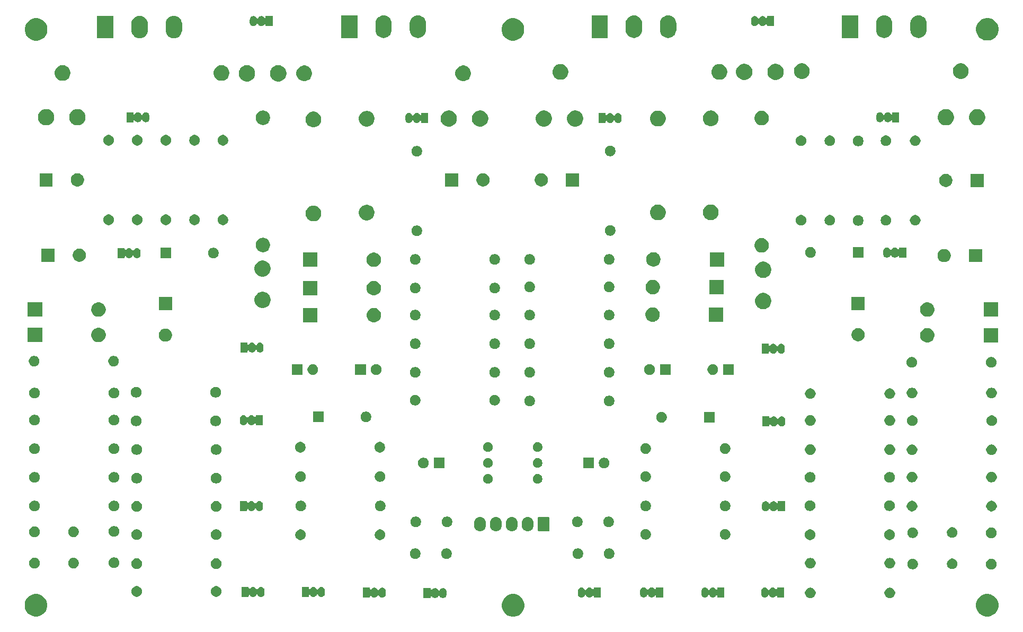
<source format=gbr>
G04 #@! TF.GenerationSoftware,KiCad,Pcbnew,5.1.5-1.fc31*
G04 #@! TF.CreationDate,2020-04-28T13:02:55+01:00*
G04 #@! TF.ProjectId,AR_A60_PA_25502_Issue8_v8.01_Stereo_Compact,41525f41-3630-45f5-9041-5f3235353032,rev?*
G04 #@! TF.SameCoordinates,Original*
G04 #@! TF.FileFunction,Soldermask,Top*
G04 #@! TF.FilePolarity,Negative*
%FSLAX46Y46*%
G04 Gerber Fmt 4.6, Leading zero omitted, Abs format (unit mm)*
G04 Created by KiCad (PCBNEW 5.1.5-1.fc31) date 2020-04-28 13:02:55*
%MOMM*%
%LPD*%
G04 APERTURE LIST*
%ADD10C,0.100000*%
G04 APERTURE END LIST*
D10*
G36*
X151647731Y-135743211D02*
G01*
X151975492Y-135878974D01*
X152270470Y-136076072D01*
X152521328Y-136326930D01*
X152718426Y-136621908D01*
X152854189Y-136949669D01*
X152923400Y-137297616D01*
X152923400Y-137652384D01*
X152854189Y-138000331D01*
X152718426Y-138328092D01*
X152521328Y-138623070D01*
X152270470Y-138873928D01*
X151975492Y-139071026D01*
X151647731Y-139206789D01*
X151299784Y-139276000D01*
X150945016Y-139276000D01*
X150597069Y-139206789D01*
X150269308Y-139071026D01*
X149974330Y-138873928D01*
X149723472Y-138623070D01*
X149526374Y-138328092D01*
X149390611Y-138000331D01*
X149321400Y-137652384D01*
X149321400Y-137297616D01*
X149390611Y-136949669D01*
X149526374Y-136621908D01*
X149723472Y-136326930D01*
X149974330Y-136076072D01*
X150269308Y-135878974D01*
X150597069Y-135743211D01*
X150945016Y-135674000D01*
X151299784Y-135674000D01*
X151647731Y-135743211D01*
G37*
G36*
X75396931Y-135717811D02*
G01*
X75724692Y-135853574D01*
X76019670Y-136050672D01*
X76270528Y-136301530D01*
X76467626Y-136596508D01*
X76603389Y-136924269D01*
X76672600Y-137272216D01*
X76672600Y-137626984D01*
X76603389Y-137974931D01*
X76467626Y-138302692D01*
X76270528Y-138597670D01*
X76019670Y-138848528D01*
X75724692Y-139045626D01*
X75396931Y-139181389D01*
X75048984Y-139250600D01*
X74694216Y-139250600D01*
X74346269Y-139181389D01*
X74018508Y-139045626D01*
X73723530Y-138848528D01*
X73472672Y-138597670D01*
X73275574Y-138302692D01*
X73139811Y-137974931D01*
X73070600Y-137626984D01*
X73070600Y-137272216D01*
X73139811Y-136924269D01*
X73275574Y-136596508D01*
X73472672Y-136301530D01*
X73723530Y-136050672D01*
X74018508Y-135853574D01*
X74346269Y-135717811D01*
X74694216Y-135648600D01*
X75048984Y-135648600D01*
X75396931Y-135717811D01*
G37*
G36*
X227415931Y-135717811D02*
G01*
X227743692Y-135853574D01*
X228038670Y-136050672D01*
X228289528Y-136301530D01*
X228486626Y-136596508D01*
X228622389Y-136924269D01*
X228691600Y-137272216D01*
X228691600Y-137626984D01*
X228622389Y-137974931D01*
X228486626Y-138302692D01*
X228289528Y-138597670D01*
X228038670Y-138848528D01*
X227743692Y-139045626D01*
X227415931Y-139181389D01*
X227067984Y-139250600D01*
X226713216Y-139250600D01*
X226365269Y-139181389D01*
X226037508Y-139045626D01*
X225742530Y-138848528D01*
X225491672Y-138597670D01*
X225294574Y-138302692D01*
X225158811Y-137974931D01*
X225089600Y-137626984D01*
X225089600Y-137272216D01*
X225158811Y-136924269D01*
X225294574Y-136596508D01*
X225491672Y-136301530D01*
X225742530Y-136050672D01*
X226037508Y-135853574D01*
X226365269Y-135717811D01*
X226713216Y-135648600D01*
X227067984Y-135648600D01*
X227415931Y-135717811D01*
G37*
G36*
X211568628Y-134675503D02*
G01*
X211723500Y-134739653D01*
X211862881Y-134832785D01*
X211981415Y-134951319D01*
X212074547Y-135090700D01*
X212138697Y-135245572D01*
X212171400Y-135409984D01*
X212171400Y-135577616D01*
X212138697Y-135742028D01*
X212074547Y-135896900D01*
X211981415Y-136036281D01*
X211862881Y-136154815D01*
X211723500Y-136247947D01*
X211568628Y-136312097D01*
X211404216Y-136344800D01*
X211236584Y-136344800D01*
X211072172Y-136312097D01*
X210917300Y-136247947D01*
X210777919Y-136154815D01*
X210659385Y-136036281D01*
X210566253Y-135896900D01*
X210502103Y-135742028D01*
X210469400Y-135577616D01*
X210469400Y-135409984D01*
X210502103Y-135245572D01*
X210566253Y-135090700D01*
X210659385Y-134951319D01*
X210777919Y-134832785D01*
X210917300Y-134739653D01*
X211072172Y-134675503D01*
X211236584Y-134642800D01*
X211404216Y-134642800D01*
X211568628Y-134675503D01*
G37*
G36*
X198868628Y-134675503D02*
G01*
X199023500Y-134739653D01*
X199162881Y-134832785D01*
X199281415Y-134951319D01*
X199374547Y-135090700D01*
X199438697Y-135245572D01*
X199471400Y-135409984D01*
X199471400Y-135577616D01*
X199438697Y-135742028D01*
X199374547Y-135896900D01*
X199281415Y-136036281D01*
X199162881Y-136154815D01*
X199023500Y-136247947D01*
X198868628Y-136312097D01*
X198704216Y-136344800D01*
X198536584Y-136344800D01*
X198372172Y-136312097D01*
X198217300Y-136247947D01*
X198077919Y-136154815D01*
X197959385Y-136036281D01*
X197866253Y-135896900D01*
X197802103Y-135742028D01*
X197769400Y-135577616D01*
X197769400Y-135409984D01*
X197802103Y-135245572D01*
X197866253Y-135090700D01*
X197959385Y-134951319D01*
X198077919Y-134832785D01*
X198217300Y-134739653D01*
X198372172Y-134675503D01*
X198536584Y-134642800D01*
X198704216Y-134642800D01*
X198868628Y-134675503D01*
G37*
G36*
X140033915Y-134713834D02*
G01*
X140142491Y-134746771D01*
X140142494Y-134746772D01*
X140164246Y-134758399D01*
X140242556Y-134800256D01*
X140330264Y-134872236D01*
X140402244Y-134959943D01*
X140433239Y-135017932D01*
X140455728Y-135060005D01*
X140455729Y-135060008D01*
X140488666Y-135168584D01*
X140497000Y-135253202D01*
X140497000Y-135759797D01*
X140488666Y-135844416D01*
X140456252Y-135951267D01*
X140455728Y-135952995D01*
X140439671Y-135983035D01*
X140402244Y-136053057D01*
X140330264Y-136140764D01*
X140242557Y-136212744D01*
X140199672Y-136235666D01*
X140142495Y-136266228D01*
X140142492Y-136266229D01*
X140033916Y-136299166D01*
X139921000Y-136310287D01*
X139808085Y-136299166D01*
X139699509Y-136266229D01*
X139699506Y-136266228D01*
X139642329Y-136235666D01*
X139599444Y-136212744D01*
X139511737Y-136140764D01*
X139439757Y-136053057D01*
X139396239Y-135971641D01*
X139382625Y-135951266D01*
X139365298Y-135933939D01*
X139344924Y-135920326D01*
X139322285Y-135910948D01*
X139298252Y-135906168D01*
X139273748Y-135906168D01*
X139249715Y-135910948D01*
X139227076Y-135920326D01*
X139206701Y-135933940D01*
X139189374Y-135951267D01*
X139175761Y-135971641D01*
X139132244Y-136053057D01*
X139060264Y-136140764D01*
X138972557Y-136212744D01*
X138929672Y-136235666D01*
X138872495Y-136266228D01*
X138872492Y-136266229D01*
X138763916Y-136299166D01*
X138651000Y-136310287D01*
X138538085Y-136299166D01*
X138429509Y-136266229D01*
X138429506Y-136266228D01*
X138372329Y-136235666D01*
X138329444Y-136212744D01*
X138241737Y-136140764D01*
X138178622Y-136063859D01*
X138161297Y-136046534D01*
X138140923Y-136032920D01*
X138118284Y-136023543D01*
X138094250Y-136018763D01*
X138069746Y-136018763D01*
X138045713Y-136023544D01*
X138023074Y-136032921D01*
X138002700Y-136046535D01*
X137985373Y-136063862D01*
X137971759Y-136084236D01*
X137962382Y-136106875D01*
X137957000Y-136143160D01*
X137957000Y-136307500D01*
X136805000Y-136307500D01*
X136805000Y-134705500D01*
X137957000Y-134705500D01*
X137957000Y-134869841D01*
X137959402Y-134894227D01*
X137966515Y-134917676D01*
X137978066Y-134939287D01*
X137993611Y-134958229D01*
X138012553Y-134973774D01*
X138034164Y-134985325D01*
X138057613Y-134992438D01*
X138081999Y-134994840D01*
X138106385Y-134992438D01*
X138129834Y-134985325D01*
X138151445Y-134973774D01*
X138170387Y-134958229D01*
X138178608Y-134949157D01*
X138241736Y-134872236D01*
X138329443Y-134800256D01*
X138407753Y-134758399D01*
X138429505Y-134746772D01*
X138429508Y-134746771D01*
X138538084Y-134713834D01*
X138651000Y-134702713D01*
X138763915Y-134713834D01*
X138872491Y-134746771D01*
X138872494Y-134746772D01*
X138894246Y-134758399D01*
X138972556Y-134800256D01*
X139060264Y-134872236D01*
X139132244Y-134959943D01*
X139175761Y-135041359D01*
X139189375Y-135061734D01*
X139206702Y-135079061D01*
X139227076Y-135092674D01*
X139249715Y-135102052D01*
X139273748Y-135106832D01*
X139298252Y-135106832D01*
X139322285Y-135102052D01*
X139344924Y-135092674D01*
X139365299Y-135079060D01*
X139382626Y-135061733D01*
X139396239Y-135041360D01*
X139439756Y-134959944D01*
X139511736Y-134872236D01*
X139599443Y-134800256D01*
X139677753Y-134758399D01*
X139699505Y-134746772D01*
X139699508Y-134746771D01*
X139808084Y-134713834D01*
X139921000Y-134702713D01*
X140033915Y-134713834D01*
G37*
G36*
X130318415Y-134650334D02*
G01*
X130426991Y-134683271D01*
X130426994Y-134683272D01*
X130463100Y-134702571D01*
X130527056Y-134736756D01*
X130614764Y-134808736D01*
X130686744Y-134896443D01*
X130713076Y-134945708D01*
X130740228Y-134996505D01*
X130740229Y-134996508D01*
X130773166Y-135105084D01*
X130781500Y-135189702D01*
X130781500Y-135696297D01*
X130773166Y-135780916D01*
X130740752Y-135887767D01*
X130740228Y-135889495D01*
X130723748Y-135920326D01*
X130686744Y-135989557D01*
X130614764Y-136077264D01*
X130527057Y-136149244D01*
X130463101Y-136183429D01*
X130426995Y-136202728D01*
X130426992Y-136202729D01*
X130318416Y-136235666D01*
X130205500Y-136246787D01*
X130092585Y-136235666D01*
X129984009Y-136202729D01*
X129984006Y-136202728D01*
X129947900Y-136183429D01*
X129883944Y-136149244D01*
X129796237Y-136077264D01*
X129724257Y-135989557D01*
X129704535Y-135952660D01*
X129680739Y-135908141D01*
X129667125Y-135887766D01*
X129649798Y-135870439D01*
X129629424Y-135856826D01*
X129606785Y-135847448D01*
X129582752Y-135842668D01*
X129558248Y-135842668D01*
X129534215Y-135847448D01*
X129511576Y-135856826D01*
X129491201Y-135870440D01*
X129473874Y-135887767D01*
X129460261Y-135908141D01*
X129416744Y-135989557D01*
X129344764Y-136077264D01*
X129257057Y-136149244D01*
X129193101Y-136183429D01*
X129156995Y-136202728D01*
X129156992Y-136202729D01*
X129048416Y-136235666D01*
X128935500Y-136246787D01*
X128822585Y-136235666D01*
X128714009Y-136202729D01*
X128714006Y-136202728D01*
X128677900Y-136183429D01*
X128613944Y-136149244D01*
X128526237Y-136077264D01*
X128463122Y-136000359D01*
X128445797Y-135983034D01*
X128425423Y-135969420D01*
X128402784Y-135960043D01*
X128378750Y-135955263D01*
X128354246Y-135955263D01*
X128330213Y-135960044D01*
X128307574Y-135969421D01*
X128287200Y-135983035D01*
X128269873Y-136000362D01*
X128256259Y-136020736D01*
X128246882Y-136043375D01*
X128241500Y-136079660D01*
X128241500Y-136244000D01*
X127089500Y-136244000D01*
X127089500Y-134642000D01*
X128241500Y-134642000D01*
X128241500Y-134806341D01*
X128243902Y-134830727D01*
X128251015Y-134854176D01*
X128262566Y-134875787D01*
X128278111Y-134894729D01*
X128297053Y-134910274D01*
X128318664Y-134921825D01*
X128342113Y-134928938D01*
X128366499Y-134931340D01*
X128390885Y-134928938D01*
X128414334Y-134921825D01*
X128435945Y-134910274D01*
X128454887Y-134894729D01*
X128463108Y-134885657D01*
X128526236Y-134808736D01*
X128613943Y-134736756D01*
X128677899Y-134702571D01*
X128714005Y-134683272D01*
X128714008Y-134683271D01*
X128822584Y-134650334D01*
X128935500Y-134639213D01*
X129048415Y-134650334D01*
X129156991Y-134683271D01*
X129156994Y-134683272D01*
X129193100Y-134702571D01*
X129257056Y-134736756D01*
X129344764Y-134808736D01*
X129416744Y-134896443D01*
X129457575Y-134972833D01*
X129460261Y-134977859D01*
X129473875Y-134998234D01*
X129491202Y-135015561D01*
X129511576Y-135029174D01*
X129534215Y-135038552D01*
X129558248Y-135043332D01*
X129582752Y-135043332D01*
X129606785Y-135038552D01*
X129629424Y-135029174D01*
X129649799Y-135015560D01*
X129667126Y-134998233D01*
X129680739Y-134977860D01*
X129724256Y-134896444D01*
X129796236Y-134808736D01*
X129883943Y-134736756D01*
X129947899Y-134702571D01*
X129984005Y-134683272D01*
X129984008Y-134683271D01*
X130092584Y-134650334D01*
X130205500Y-134639213D01*
X130318415Y-134650334D01*
G37*
G36*
X192738916Y-134624934D02*
G01*
X192847492Y-134657871D01*
X192847495Y-134657872D01*
X192883601Y-134677171D01*
X192947557Y-134711356D01*
X193035264Y-134783336D01*
X193098383Y-134860246D01*
X193115702Y-134877565D01*
X193136077Y-134891179D01*
X193158716Y-134900557D01*
X193182749Y-134905337D01*
X193207253Y-134905337D01*
X193231286Y-134900557D01*
X193253925Y-134891179D01*
X193274299Y-134877566D01*
X193291626Y-134860239D01*
X193305240Y-134839864D01*
X193314618Y-134817225D01*
X193319398Y-134793192D01*
X193320000Y-134780940D01*
X193320000Y-134616600D01*
X194472000Y-134616600D01*
X194472000Y-136218600D01*
X193320000Y-136218600D01*
X193320000Y-136054260D01*
X193317598Y-136029874D01*
X193310485Y-136006425D01*
X193298934Y-135984814D01*
X193283389Y-135965872D01*
X193264447Y-135950327D01*
X193242836Y-135938776D01*
X193219387Y-135931663D01*
X193195001Y-135929261D01*
X193170615Y-135931663D01*
X193147166Y-135938776D01*
X193125555Y-135950327D01*
X193098381Y-135974956D01*
X193035264Y-136051864D01*
X192947556Y-136123844D01*
X192891663Y-136153719D01*
X192847494Y-136177328D01*
X192847491Y-136177329D01*
X192738915Y-136210266D01*
X192626000Y-136221387D01*
X192513084Y-136210266D01*
X192404508Y-136177329D01*
X192404505Y-136177328D01*
X192360336Y-136153719D01*
X192304443Y-136123844D01*
X192216736Y-136051864D01*
X192144756Y-135964156D01*
X192101239Y-135882740D01*
X192087625Y-135862366D01*
X192070298Y-135845039D01*
X192049924Y-135831425D01*
X192027285Y-135822048D01*
X192003251Y-135817268D01*
X191978747Y-135817268D01*
X191954714Y-135822049D01*
X191932075Y-135831426D01*
X191911701Y-135845040D01*
X191894374Y-135862367D01*
X191880762Y-135882740D01*
X191837244Y-135964157D01*
X191765264Y-136051864D01*
X191677556Y-136123844D01*
X191621663Y-136153719D01*
X191577494Y-136177328D01*
X191577491Y-136177329D01*
X191468915Y-136210266D01*
X191356000Y-136221387D01*
X191243084Y-136210266D01*
X191134508Y-136177329D01*
X191134505Y-136177328D01*
X191090336Y-136153719D01*
X191034443Y-136123844D01*
X190946736Y-136051864D01*
X190874756Y-135964156D01*
X190837116Y-135893736D01*
X190821272Y-135864094D01*
X190820334Y-135861002D01*
X190788334Y-135755515D01*
X190780000Y-135670897D01*
X190780000Y-135164302D01*
X190788334Y-135079684D01*
X190821271Y-134971108D01*
X190821272Y-134971105D01*
X190874655Y-134871234D01*
X190874757Y-134871043D01*
X190946737Y-134783336D01*
X191034444Y-134711356D01*
X191098400Y-134677171D01*
X191134506Y-134657872D01*
X191134509Y-134657871D01*
X191243085Y-134624934D01*
X191356000Y-134613813D01*
X191468916Y-134624934D01*
X191577492Y-134657871D01*
X191577495Y-134657872D01*
X191613601Y-134677171D01*
X191677557Y-134711356D01*
X191765264Y-134783336D01*
X191837244Y-134871043D01*
X191879547Y-134950188D01*
X191880761Y-134952459D01*
X191894375Y-134972834D01*
X191911702Y-134990161D01*
X191932076Y-135003774D01*
X191954715Y-135013152D01*
X191978748Y-135017932D01*
X192003252Y-135017932D01*
X192027285Y-135013152D01*
X192049924Y-135003774D01*
X192070299Y-134990160D01*
X192087626Y-134972833D01*
X192101239Y-134952459D01*
X192144655Y-134871234D01*
X192144757Y-134871043D01*
X192216737Y-134783336D01*
X192304444Y-134711356D01*
X192368400Y-134677171D01*
X192404506Y-134657872D01*
X192404509Y-134657871D01*
X192513085Y-134624934D01*
X192626000Y-134613813D01*
X192738916Y-134624934D01*
G37*
G36*
X163427316Y-134624934D02*
G01*
X163535892Y-134657871D01*
X163535895Y-134657872D01*
X163572001Y-134677171D01*
X163635957Y-134711356D01*
X163723664Y-134783336D01*
X163786783Y-134860246D01*
X163804102Y-134877565D01*
X163824477Y-134891179D01*
X163847116Y-134900557D01*
X163871149Y-134905337D01*
X163895653Y-134905337D01*
X163919686Y-134900557D01*
X163942325Y-134891179D01*
X163962699Y-134877566D01*
X163980026Y-134860239D01*
X163993640Y-134839864D01*
X164003018Y-134817225D01*
X164007798Y-134793192D01*
X164008400Y-134780940D01*
X164008400Y-134616600D01*
X165160400Y-134616600D01*
X165160400Y-136218600D01*
X164008400Y-136218600D01*
X164008400Y-136054260D01*
X164005998Y-136029874D01*
X163998885Y-136006425D01*
X163987334Y-135984814D01*
X163971789Y-135965872D01*
X163952847Y-135950327D01*
X163931236Y-135938776D01*
X163907787Y-135931663D01*
X163883401Y-135929261D01*
X163859015Y-135931663D01*
X163835566Y-135938776D01*
X163813955Y-135950327D01*
X163786781Y-135974956D01*
X163723664Y-136051864D01*
X163635956Y-136123844D01*
X163580063Y-136153719D01*
X163535894Y-136177328D01*
X163535891Y-136177329D01*
X163427315Y-136210266D01*
X163314400Y-136221387D01*
X163201484Y-136210266D01*
X163092908Y-136177329D01*
X163092905Y-136177328D01*
X163048736Y-136153719D01*
X162992843Y-136123844D01*
X162905136Y-136051864D01*
X162833156Y-135964156D01*
X162789639Y-135882740D01*
X162776025Y-135862366D01*
X162758698Y-135845039D01*
X162738324Y-135831425D01*
X162715685Y-135822048D01*
X162691651Y-135817268D01*
X162667147Y-135817268D01*
X162643114Y-135822049D01*
X162620475Y-135831426D01*
X162600101Y-135845040D01*
X162582774Y-135862367D01*
X162569162Y-135882740D01*
X162525644Y-135964157D01*
X162453664Y-136051864D01*
X162365956Y-136123844D01*
X162310063Y-136153719D01*
X162265894Y-136177328D01*
X162265891Y-136177329D01*
X162157315Y-136210266D01*
X162044400Y-136221387D01*
X161931484Y-136210266D01*
X161822908Y-136177329D01*
X161822905Y-136177328D01*
X161778736Y-136153719D01*
X161722843Y-136123844D01*
X161635136Y-136051864D01*
X161563156Y-135964156D01*
X161525516Y-135893736D01*
X161509672Y-135864094D01*
X161508734Y-135861002D01*
X161476734Y-135755515D01*
X161468400Y-135670897D01*
X161468400Y-135164302D01*
X161476734Y-135079684D01*
X161509671Y-134971108D01*
X161509672Y-134971105D01*
X161563055Y-134871234D01*
X161563157Y-134871043D01*
X161635137Y-134783336D01*
X161722844Y-134711356D01*
X161786800Y-134677171D01*
X161822906Y-134657872D01*
X161822909Y-134657871D01*
X161931485Y-134624934D01*
X162044400Y-134613813D01*
X162157316Y-134624934D01*
X162265892Y-134657871D01*
X162265895Y-134657872D01*
X162302001Y-134677171D01*
X162365957Y-134711356D01*
X162453664Y-134783336D01*
X162525644Y-134871043D01*
X162567947Y-134950188D01*
X162569161Y-134952459D01*
X162582775Y-134972834D01*
X162600102Y-134990161D01*
X162620476Y-135003774D01*
X162643115Y-135013152D01*
X162667148Y-135017932D01*
X162691652Y-135017932D01*
X162715685Y-135013152D01*
X162738324Y-135003774D01*
X162758699Y-134990160D01*
X162776026Y-134972833D01*
X162789639Y-134952459D01*
X162833055Y-134871234D01*
X162833157Y-134871043D01*
X162905137Y-134783336D01*
X162992844Y-134711356D01*
X163056800Y-134677171D01*
X163092906Y-134657872D01*
X163092909Y-134657871D01*
X163201485Y-134624934D01*
X163314400Y-134613813D01*
X163427316Y-134624934D01*
G37*
G36*
X173384116Y-134599534D02*
G01*
X173486791Y-134630681D01*
X173492695Y-134632472D01*
X173510520Y-134642000D01*
X173592757Y-134685956D01*
X173680464Y-134757936D01*
X173743583Y-134834846D01*
X173760902Y-134852165D01*
X173781277Y-134865779D01*
X173803916Y-134875157D01*
X173827949Y-134879937D01*
X173852453Y-134879937D01*
X173876486Y-134875157D01*
X173899125Y-134865779D01*
X173919499Y-134852166D01*
X173936826Y-134834839D01*
X173950440Y-134814464D01*
X173959818Y-134791825D01*
X173964598Y-134767792D01*
X173965200Y-134755540D01*
X173965200Y-134591200D01*
X175117200Y-134591200D01*
X175117200Y-136193200D01*
X173965200Y-136193200D01*
X173965200Y-136028860D01*
X173962798Y-136004474D01*
X173955685Y-135981025D01*
X173944134Y-135959414D01*
X173928589Y-135940472D01*
X173909647Y-135924927D01*
X173888036Y-135913376D01*
X173864587Y-135906263D01*
X173840201Y-135903861D01*
X173815815Y-135906263D01*
X173792366Y-135913376D01*
X173770755Y-135924927D01*
X173743581Y-135949556D01*
X173680464Y-136026464D01*
X173592756Y-136098444D01*
X173552827Y-136119786D01*
X173492694Y-136151928D01*
X173492691Y-136151929D01*
X173384115Y-136184866D01*
X173271200Y-136195987D01*
X173158284Y-136184866D01*
X173049708Y-136151929D01*
X173049705Y-136151928D01*
X172989572Y-136119786D01*
X172949643Y-136098444D01*
X172861936Y-136026464D01*
X172789956Y-135938756D01*
X172746439Y-135857340D01*
X172732825Y-135836966D01*
X172715498Y-135819639D01*
X172695124Y-135806025D01*
X172672485Y-135796648D01*
X172648451Y-135791868D01*
X172623947Y-135791868D01*
X172599914Y-135796649D01*
X172577275Y-135806026D01*
X172556901Y-135819640D01*
X172539574Y-135836967D01*
X172525962Y-135857340D01*
X172482444Y-135938757D01*
X172410464Y-136026464D01*
X172322756Y-136098444D01*
X172282827Y-136119786D01*
X172222694Y-136151928D01*
X172222691Y-136151929D01*
X172114115Y-136184866D01*
X172001200Y-136195987D01*
X171888284Y-136184866D01*
X171779708Y-136151929D01*
X171779705Y-136151928D01*
X171719572Y-136119786D01*
X171679643Y-136098444D01*
X171591936Y-136026464D01*
X171519956Y-135938756D01*
X171475741Y-135856034D01*
X171466472Y-135838694D01*
X171461423Y-135822049D01*
X171433534Y-135730115D01*
X171425200Y-135645497D01*
X171425200Y-135138902D01*
X171433534Y-135054284D01*
X171466471Y-134945708D01*
X171466472Y-134945705D01*
X171519956Y-134845645D01*
X171519957Y-134845643D01*
X171591937Y-134757936D01*
X171679644Y-134685956D01*
X171761881Y-134642000D01*
X171779706Y-134632472D01*
X171785610Y-134630681D01*
X171888285Y-134599534D01*
X172001200Y-134588413D01*
X172114116Y-134599534D01*
X172216791Y-134630681D01*
X172222695Y-134632472D01*
X172240520Y-134642000D01*
X172322757Y-134685956D01*
X172410464Y-134757936D01*
X172482444Y-134845643D01*
X172520227Y-134916332D01*
X172525961Y-134927059D01*
X172539575Y-134947434D01*
X172556902Y-134964761D01*
X172577276Y-134978374D01*
X172599915Y-134987752D01*
X172623948Y-134992532D01*
X172648452Y-134992532D01*
X172672485Y-134987752D01*
X172695124Y-134978374D01*
X172715499Y-134964760D01*
X172732826Y-134947433D01*
X172746439Y-134927059D01*
X172786471Y-134852165D01*
X172789957Y-134845643D01*
X172861937Y-134757936D01*
X172949644Y-134685956D01*
X173031881Y-134642000D01*
X173049706Y-134632472D01*
X173055610Y-134630681D01*
X173158285Y-134599534D01*
X173271200Y-134588413D01*
X173384116Y-134599534D01*
G37*
G36*
X183158214Y-134599173D02*
G01*
X183262078Y-134630679D01*
X183298851Y-134650335D01*
X183357799Y-134681843D01*
X183357801Y-134681844D01*
X183357800Y-134681844D01*
X183441701Y-134750699D01*
X183457084Y-134769444D01*
X183510556Y-134834599D01*
X183510684Y-134834839D01*
X183533964Y-134878393D01*
X183547575Y-134898763D01*
X183564902Y-134916090D01*
X183585276Y-134929704D01*
X183607915Y-134939081D01*
X183631948Y-134943862D01*
X183656452Y-134943862D01*
X183680486Y-134939082D01*
X183703124Y-134929705D01*
X183723499Y-134916091D01*
X183740826Y-134898764D01*
X183754440Y-134878390D01*
X183763817Y-134855751D01*
X183768598Y-134831718D01*
X183769200Y-134819465D01*
X183769200Y-134591200D01*
X184871200Y-134591200D01*
X184871200Y-136193200D01*
X183769200Y-136193200D01*
X183769200Y-135964935D01*
X183766798Y-135940549D01*
X183759685Y-135917100D01*
X183748134Y-135895489D01*
X183732589Y-135876547D01*
X183713647Y-135861002D01*
X183692036Y-135849451D01*
X183668587Y-135842338D01*
X183644201Y-135839936D01*
X183619815Y-135842338D01*
X183596366Y-135849451D01*
X183574755Y-135861002D01*
X183555813Y-135876547D01*
X183540268Y-135895489D01*
X183533967Y-135906002D01*
X183510556Y-135949800D01*
X183483282Y-135983034D01*
X183441701Y-136033701D01*
X183357800Y-136102557D01*
X183289255Y-136139195D01*
X183262079Y-136153721D01*
X183158215Y-136185227D01*
X183050200Y-136195866D01*
X182942186Y-136185227D01*
X182838322Y-136153721D01*
X182811146Y-136139195D01*
X182742601Y-136102557D01*
X182658700Y-136033701D01*
X182589843Y-135949799D01*
X182538681Y-135854082D01*
X182537276Y-135849451D01*
X182534815Y-135841339D01*
X182525440Y-135818704D01*
X182511826Y-135798330D01*
X182494499Y-135781003D01*
X182474125Y-135767389D01*
X182451486Y-135758012D01*
X182427453Y-135753231D01*
X182402949Y-135753231D01*
X182378915Y-135758011D01*
X182356276Y-135767388D01*
X182335902Y-135781002D01*
X182318575Y-135798329D01*
X182304961Y-135818703D01*
X182295588Y-135841331D01*
X182291721Y-135854079D01*
X182279747Y-135876481D01*
X182240557Y-135949800D01*
X182171701Y-136033701D01*
X182087800Y-136102557D01*
X182019255Y-136139195D01*
X181992079Y-136153721D01*
X181888215Y-136185227D01*
X181780200Y-136195866D01*
X181672186Y-136185227D01*
X181568322Y-136153721D01*
X181541146Y-136139195D01*
X181472601Y-136102557D01*
X181388700Y-136033701D01*
X181319843Y-135949799D01*
X181268681Y-135854082D01*
X181267276Y-135849451D01*
X181237173Y-135750215D01*
X181229200Y-135669267D01*
X181229200Y-135115134D01*
X181237173Y-135034186D01*
X181268679Y-134930322D01*
X181295611Y-134879937D01*
X181319843Y-134834601D01*
X181343035Y-134806341D01*
X181388699Y-134750699D01*
X181472600Y-134681844D01*
X181472599Y-134681844D01*
X181472601Y-134681843D01*
X181545645Y-134642800D01*
X181568321Y-134630679D01*
X181672185Y-134599173D01*
X181780200Y-134588534D01*
X181888214Y-134599173D01*
X181992078Y-134630679D01*
X182028851Y-134650335D01*
X182087799Y-134681843D01*
X182087801Y-134681844D01*
X182087800Y-134681844D01*
X182171701Y-134750699D01*
X182219330Y-134808736D01*
X182240557Y-134834601D01*
X182259215Y-134869508D01*
X182291721Y-134930321D01*
X182295588Y-134943069D01*
X182304960Y-134965696D01*
X182318574Y-134986070D01*
X182335901Y-135003397D01*
X182356275Y-135017011D01*
X182378914Y-135026388D01*
X182402947Y-135031169D01*
X182427451Y-135031169D01*
X182451485Y-135026389D01*
X182474124Y-135017012D01*
X182494498Y-135003398D01*
X182511825Y-134986071D01*
X182525439Y-134965697D01*
X182534816Y-134943058D01*
X182535498Y-134940811D01*
X182538679Y-134930322D01*
X182569727Y-134872236D01*
X182589843Y-134834601D01*
X182613035Y-134806341D01*
X182658699Y-134750699D01*
X182742600Y-134681844D01*
X182742599Y-134681844D01*
X182742601Y-134681843D01*
X182815645Y-134642800D01*
X182838321Y-134630679D01*
X182942185Y-134599173D01*
X183050200Y-134588534D01*
X183158214Y-134599173D01*
G37*
G36*
X110950915Y-134523334D02*
G01*
X111053590Y-134554481D01*
X111059494Y-134556272D01*
X111095600Y-134575571D01*
X111159556Y-134609756D01*
X111247264Y-134681736D01*
X111319244Y-134769443D01*
X111345981Y-134819465D01*
X111372728Y-134869505D01*
X111372729Y-134869508D01*
X111405666Y-134978084D01*
X111414000Y-135062702D01*
X111414000Y-135569297D01*
X111405666Y-135653916D01*
X111373252Y-135760767D01*
X111372728Y-135762495D01*
X111353429Y-135798601D01*
X111319244Y-135862557D01*
X111247264Y-135950264D01*
X111159557Y-136022244D01*
X111106371Y-136050672D01*
X111059495Y-136075728D01*
X111059492Y-136075729D01*
X110950916Y-136108666D01*
X110838000Y-136119787D01*
X110725085Y-136108666D01*
X110616509Y-136075729D01*
X110616506Y-136075728D01*
X110569630Y-136050672D01*
X110516444Y-136022244D01*
X110428737Y-135950264D01*
X110356757Y-135862557D01*
X110313239Y-135781141D01*
X110299625Y-135760766D01*
X110282298Y-135743439D01*
X110261924Y-135729826D01*
X110239285Y-135720448D01*
X110215252Y-135715668D01*
X110190748Y-135715668D01*
X110166715Y-135720448D01*
X110144076Y-135729826D01*
X110123701Y-135743440D01*
X110106374Y-135760767D01*
X110092761Y-135781141D01*
X110049244Y-135862557D01*
X109977264Y-135950264D01*
X109889557Y-136022244D01*
X109836371Y-136050672D01*
X109789495Y-136075728D01*
X109789492Y-136075729D01*
X109680916Y-136108666D01*
X109568000Y-136119787D01*
X109455085Y-136108666D01*
X109346509Y-136075729D01*
X109346506Y-136075728D01*
X109299630Y-136050672D01*
X109246444Y-136022244D01*
X109158737Y-135950264D01*
X109095622Y-135873359D01*
X109078297Y-135856034D01*
X109057923Y-135842420D01*
X109035284Y-135833043D01*
X109011250Y-135828263D01*
X108986746Y-135828263D01*
X108962713Y-135833044D01*
X108940074Y-135842421D01*
X108919700Y-135856035D01*
X108902373Y-135873362D01*
X108888759Y-135893736D01*
X108879382Y-135916375D01*
X108874000Y-135952660D01*
X108874000Y-136117000D01*
X107722000Y-136117000D01*
X107722000Y-134515000D01*
X108874000Y-134515000D01*
X108874000Y-134679341D01*
X108876402Y-134703727D01*
X108883515Y-134727176D01*
X108895066Y-134748787D01*
X108910611Y-134767729D01*
X108929553Y-134783274D01*
X108951164Y-134794825D01*
X108974613Y-134801938D01*
X108998999Y-134804340D01*
X109023385Y-134801938D01*
X109046834Y-134794825D01*
X109068445Y-134783274D01*
X109087387Y-134767729D01*
X109095608Y-134758657D01*
X109158736Y-134681736D01*
X109246443Y-134609756D01*
X109310399Y-134575571D01*
X109346505Y-134556272D01*
X109352409Y-134554481D01*
X109455084Y-134523334D01*
X109568000Y-134512213D01*
X109680915Y-134523334D01*
X109783590Y-134554481D01*
X109789494Y-134556272D01*
X109825600Y-134575571D01*
X109889556Y-134609756D01*
X109977264Y-134681736D01*
X110049244Y-134769443D01*
X110084071Y-134834601D01*
X110092761Y-134850859D01*
X110106375Y-134871234D01*
X110123702Y-134888561D01*
X110144076Y-134902174D01*
X110166715Y-134911552D01*
X110190748Y-134916332D01*
X110215252Y-134916332D01*
X110239285Y-134911552D01*
X110261924Y-134902174D01*
X110282299Y-134888560D01*
X110299626Y-134871233D01*
X110313239Y-134850860D01*
X110356756Y-134769444D01*
X110428736Y-134681736D01*
X110516443Y-134609756D01*
X110580399Y-134575571D01*
X110616505Y-134556272D01*
X110622409Y-134554481D01*
X110725084Y-134523334D01*
X110838000Y-134512213D01*
X110950915Y-134523334D01*
G37*
G36*
X120598015Y-134522973D02*
G01*
X120701879Y-134554479D01*
X120705233Y-134556272D01*
X120797600Y-134605643D01*
X120881501Y-134674499D01*
X120950357Y-134758400D01*
X120981799Y-134817225D01*
X121001521Y-134854121D01*
X121033027Y-134957985D01*
X121041000Y-135038933D01*
X121041000Y-135593067D01*
X121033027Y-135674015D01*
X121001521Y-135777879D01*
X120991488Y-135796649D01*
X120950357Y-135873599D01*
X120945946Y-135878974D01*
X120881501Y-135957501D01*
X120812645Y-136014009D01*
X120797599Y-136026357D01*
X120749880Y-136051863D01*
X120701878Y-136077521D01*
X120598014Y-136109027D01*
X120490000Y-136119666D01*
X120381985Y-136109027D01*
X120278121Y-136077521D01*
X120220151Y-136046535D01*
X120182401Y-136026357D01*
X120169643Y-136015887D01*
X120098499Y-135957501D01*
X120034054Y-135878974D01*
X120029643Y-135873599D01*
X120002089Y-135822048D01*
X119978479Y-135777878D01*
X119974615Y-135765139D01*
X119965239Y-135742503D01*
X119951625Y-135722129D01*
X119934298Y-135704802D01*
X119913923Y-135691188D01*
X119891285Y-135681811D01*
X119867251Y-135677031D01*
X119842747Y-135677031D01*
X119818714Y-135681812D01*
X119796075Y-135691189D01*
X119775701Y-135704803D01*
X119758374Y-135722130D01*
X119744760Y-135742505D01*
X119735388Y-135765131D01*
X119731521Y-135777879D01*
X119721488Y-135796649D01*
X119680357Y-135873599D01*
X119675946Y-135878974D01*
X119611501Y-135957501D01*
X119542645Y-136014009D01*
X119527599Y-136026357D01*
X119479880Y-136051863D01*
X119431878Y-136077521D01*
X119328014Y-136109027D01*
X119220000Y-136119666D01*
X119111985Y-136109027D01*
X119008121Y-136077521D01*
X118950151Y-136046535D01*
X118912401Y-136026357D01*
X118899643Y-136015887D01*
X118828499Y-135957501D01*
X118759644Y-135873600D01*
X118736234Y-135829804D01*
X118722625Y-135809436D01*
X118705298Y-135792109D01*
X118684924Y-135778495D01*
X118662285Y-135769118D01*
X118638252Y-135764337D01*
X118613748Y-135764337D01*
X118589714Y-135769117D01*
X118567076Y-135778494D01*
X118546701Y-135792108D01*
X118529374Y-135809435D01*
X118515760Y-135829809D01*
X118506383Y-135852448D01*
X118501602Y-135876481D01*
X118501000Y-135888734D01*
X118501000Y-136117000D01*
X117399000Y-136117000D01*
X117399000Y-134515000D01*
X118501000Y-134515000D01*
X118501000Y-134743265D01*
X118503402Y-134767651D01*
X118510515Y-134791100D01*
X118522066Y-134812711D01*
X118537611Y-134831653D01*
X118556553Y-134847198D01*
X118578164Y-134858749D01*
X118601613Y-134865862D01*
X118625999Y-134868264D01*
X118650385Y-134865862D01*
X118673834Y-134858749D01*
X118695445Y-134847198D01*
X118714387Y-134831653D01*
X118729932Y-134812711D01*
X118736239Y-134802188D01*
X118759644Y-134758399D01*
X118828500Y-134674499D01*
X118912401Y-134605643D01*
X119004768Y-134556272D01*
X119008122Y-134554479D01*
X119111986Y-134522973D01*
X119220000Y-134512334D01*
X119328015Y-134522973D01*
X119431879Y-134554479D01*
X119435233Y-134556272D01*
X119527600Y-134605643D01*
X119611501Y-134674499D01*
X119680357Y-134758400D01*
X119711799Y-134817225D01*
X119731521Y-134854121D01*
X119735388Y-134866869D01*
X119744760Y-134889496D01*
X119758374Y-134909870D01*
X119775701Y-134927197D01*
X119796075Y-134940811D01*
X119818714Y-134950188D01*
X119842747Y-134954969D01*
X119867251Y-134954969D01*
X119891285Y-134950189D01*
X119913924Y-134940812D01*
X119934298Y-134927198D01*
X119951625Y-134909871D01*
X119965239Y-134889497D01*
X119974617Y-134866857D01*
X119974919Y-134865862D01*
X119978480Y-134854121D01*
X119978481Y-134854118D01*
X120029643Y-134758401D01*
X120098500Y-134674499D01*
X120182401Y-134605643D01*
X120274768Y-134556272D01*
X120278122Y-134554479D01*
X120381986Y-134522973D01*
X120490000Y-134512334D01*
X120598015Y-134522973D01*
G37*
G36*
X91210728Y-134434203D02*
G01*
X91365600Y-134498353D01*
X91504981Y-134591485D01*
X91623515Y-134710019D01*
X91716647Y-134849400D01*
X91780797Y-135004272D01*
X91813500Y-135168684D01*
X91813500Y-135336316D01*
X91780797Y-135500728D01*
X91716647Y-135655600D01*
X91623515Y-135794981D01*
X91504981Y-135913515D01*
X91365600Y-136006647D01*
X91210728Y-136070797D01*
X91046316Y-136103500D01*
X90878684Y-136103500D01*
X90714272Y-136070797D01*
X90559400Y-136006647D01*
X90420019Y-135913515D01*
X90301485Y-135794981D01*
X90208353Y-135655600D01*
X90144203Y-135500728D01*
X90111500Y-135336316D01*
X90111500Y-135168684D01*
X90144203Y-135004272D01*
X90208353Y-134849400D01*
X90301485Y-134710019D01*
X90420019Y-134591485D01*
X90559400Y-134498353D01*
X90714272Y-134434203D01*
X90878684Y-134401500D01*
X91046316Y-134401500D01*
X91210728Y-134434203D01*
G37*
G36*
X103910728Y-134434203D02*
G01*
X104065600Y-134498353D01*
X104204981Y-134591485D01*
X104323515Y-134710019D01*
X104416647Y-134849400D01*
X104480797Y-135004272D01*
X104513500Y-135168684D01*
X104513500Y-135336316D01*
X104480797Y-135500728D01*
X104416647Y-135655600D01*
X104323515Y-135794981D01*
X104204981Y-135913515D01*
X104065600Y-136006647D01*
X103910728Y-136070797D01*
X103746316Y-136103500D01*
X103578684Y-136103500D01*
X103414272Y-136070797D01*
X103259400Y-136006647D01*
X103120019Y-135913515D01*
X103001485Y-135794981D01*
X102908353Y-135655600D01*
X102844203Y-135500728D01*
X102811500Y-135336316D01*
X102811500Y-135168684D01*
X102844203Y-135004272D01*
X102908353Y-134849400D01*
X103001485Y-134710019D01*
X103120019Y-134591485D01*
X103259400Y-134498353D01*
X103414272Y-134434203D01*
X103578684Y-134401500D01*
X103746316Y-134401500D01*
X103910728Y-134434203D01*
G37*
G36*
X227799228Y-130074303D02*
G01*
X227954100Y-130138453D01*
X228093481Y-130231585D01*
X228212015Y-130350119D01*
X228305147Y-130489500D01*
X228369297Y-130644372D01*
X228402000Y-130808784D01*
X228402000Y-130976416D01*
X228369297Y-131140828D01*
X228305147Y-131295700D01*
X228212015Y-131435081D01*
X228093481Y-131553615D01*
X227954100Y-131646747D01*
X227799228Y-131710897D01*
X227634816Y-131743600D01*
X227467184Y-131743600D01*
X227302772Y-131710897D01*
X227147900Y-131646747D01*
X227008519Y-131553615D01*
X226889985Y-131435081D01*
X226796853Y-131295700D01*
X226732703Y-131140828D01*
X226700000Y-130976416D01*
X226700000Y-130808784D01*
X226732703Y-130644372D01*
X226796853Y-130489500D01*
X226889985Y-130350119D01*
X227008519Y-130231585D01*
X227147900Y-130138453D01*
X227302772Y-130074303D01*
X227467184Y-130041600D01*
X227634816Y-130041600D01*
X227799228Y-130074303D01*
G37*
G36*
X215226228Y-130052703D02*
G01*
X215381100Y-130116853D01*
X215520481Y-130209985D01*
X215639015Y-130328519D01*
X215732147Y-130467900D01*
X215796297Y-130622772D01*
X215829000Y-130787184D01*
X215829000Y-130954816D01*
X215796297Y-131119228D01*
X215732147Y-131274100D01*
X215639015Y-131413481D01*
X215520481Y-131532015D01*
X215381100Y-131625147D01*
X215226228Y-131689297D01*
X215061816Y-131722000D01*
X214894184Y-131722000D01*
X214729772Y-131689297D01*
X214574900Y-131625147D01*
X214435519Y-131532015D01*
X214316985Y-131413481D01*
X214223853Y-131274100D01*
X214159703Y-131119228D01*
X214127000Y-130954816D01*
X214127000Y-130787184D01*
X214159703Y-130622772D01*
X214223853Y-130467900D01*
X214316985Y-130328519D01*
X214435519Y-130209985D01*
X214574900Y-130116853D01*
X214729772Y-130052703D01*
X214894184Y-130020000D01*
X215061816Y-130020000D01*
X215226228Y-130052703D01*
G37*
G36*
X221550828Y-130027303D02*
G01*
X221705700Y-130091453D01*
X221845081Y-130184585D01*
X221963615Y-130303119D01*
X222056747Y-130442500D01*
X222120897Y-130597372D01*
X222153600Y-130761784D01*
X222153600Y-130929416D01*
X222120897Y-131093828D01*
X222056747Y-131248700D01*
X221963615Y-131388081D01*
X221845081Y-131506615D01*
X221705700Y-131599747D01*
X221550828Y-131663897D01*
X221386416Y-131696600D01*
X221218784Y-131696600D01*
X221054372Y-131663897D01*
X220899500Y-131599747D01*
X220760119Y-131506615D01*
X220641585Y-131388081D01*
X220548453Y-131248700D01*
X220484303Y-131093828D01*
X220451600Y-130929416D01*
X220451600Y-130761784D01*
X220484303Y-130597372D01*
X220548453Y-130442500D01*
X220641585Y-130303119D01*
X220760119Y-130184585D01*
X220899500Y-130091453D01*
X221054372Y-130027303D01*
X221218784Y-129994600D01*
X221386416Y-129994600D01*
X221550828Y-130027303D01*
G37*
G36*
X91210728Y-129989203D02*
G01*
X91365600Y-130053353D01*
X91504981Y-130146485D01*
X91623515Y-130265019D01*
X91716647Y-130404400D01*
X91780797Y-130559272D01*
X91813500Y-130723684D01*
X91813500Y-130891316D01*
X91780797Y-131055728D01*
X91716647Y-131210600D01*
X91623515Y-131349981D01*
X91504981Y-131468515D01*
X91365600Y-131561647D01*
X91210728Y-131625797D01*
X91046316Y-131658500D01*
X90878684Y-131658500D01*
X90714272Y-131625797D01*
X90559400Y-131561647D01*
X90420019Y-131468515D01*
X90301485Y-131349981D01*
X90208353Y-131210600D01*
X90144203Y-131055728D01*
X90111500Y-130891316D01*
X90111500Y-130723684D01*
X90144203Y-130559272D01*
X90208353Y-130404400D01*
X90301485Y-130265019D01*
X90420019Y-130146485D01*
X90559400Y-130053353D01*
X90714272Y-129989203D01*
X90878684Y-129956500D01*
X91046316Y-129956500D01*
X91210728Y-129989203D01*
G37*
G36*
X103910728Y-129989203D02*
G01*
X104065600Y-130053353D01*
X104204981Y-130146485D01*
X104323515Y-130265019D01*
X104416647Y-130404400D01*
X104480797Y-130559272D01*
X104513500Y-130723684D01*
X104513500Y-130891316D01*
X104480797Y-131055728D01*
X104416647Y-131210600D01*
X104323515Y-131349981D01*
X104204981Y-131468515D01*
X104065600Y-131561647D01*
X103910728Y-131625797D01*
X103746316Y-131658500D01*
X103578684Y-131658500D01*
X103414272Y-131625797D01*
X103259400Y-131561647D01*
X103120019Y-131468515D01*
X103001485Y-131349981D01*
X102908353Y-131210600D01*
X102844203Y-131055728D01*
X102811500Y-130891316D01*
X102811500Y-130723684D01*
X102844203Y-130559272D01*
X102908353Y-130404400D01*
X103001485Y-130265019D01*
X103120019Y-130146485D01*
X103259400Y-130053353D01*
X103414272Y-129989203D01*
X103578684Y-129956500D01*
X103746316Y-129956500D01*
X103910728Y-129989203D01*
G37*
G36*
X211568628Y-129925703D02*
G01*
X211723500Y-129989853D01*
X211862881Y-130082985D01*
X211981415Y-130201519D01*
X212074547Y-130340900D01*
X212138697Y-130495772D01*
X212171400Y-130660184D01*
X212171400Y-130827816D01*
X212138697Y-130992228D01*
X212074547Y-131147100D01*
X211981415Y-131286481D01*
X211862881Y-131405015D01*
X211723500Y-131498147D01*
X211568628Y-131562297D01*
X211404216Y-131595000D01*
X211236584Y-131595000D01*
X211072172Y-131562297D01*
X210917300Y-131498147D01*
X210777919Y-131405015D01*
X210659385Y-131286481D01*
X210566253Y-131147100D01*
X210502103Y-130992228D01*
X210469400Y-130827816D01*
X210469400Y-130660184D01*
X210502103Y-130495772D01*
X210566253Y-130340900D01*
X210659385Y-130201519D01*
X210777919Y-130082985D01*
X210917300Y-129989853D01*
X211072172Y-129925703D01*
X211236584Y-129893000D01*
X211404216Y-129893000D01*
X211568628Y-129925703D01*
G37*
G36*
X198868628Y-129925703D02*
G01*
X199023500Y-129989853D01*
X199162881Y-130082985D01*
X199281415Y-130201519D01*
X199374547Y-130340900D01*
X199438697Y-130495772D01*
X199471400Y-130660184D01*
X199471400Y-130827816D01*
X199438697Y-130992228D01*
X199374547Y-131147100D01*
X199281415Y-131286481D01*
X199162881Y-131405015D01*
X199023500Y-131498147D01*
X198868628Y-131562297D01*
X198704216Y-131595000D01*
X198536584Y-131595000D01*
X198372172Y-131562297D01*
X198217300Y-131498147D01*
X198077919Y-131405015D01*
X197959385Y-131286481D01*
X197866253Y-131147100D01*
X197802103Y-130992228D01*
X197769400Y-130827816D01*
X197769400Y-130660184D01*
X197802103Y-130495772D01*
X197866253Y-130340900D01*
X197959385Y-130201519D01*
X198077919Y-130082985D01*
X198217300Y-129989853D01*
X198372172Y-129925703D01*
X198536584Y-129893000D01*
X198704216Y-129893000D01*
X198868628Y-129925703D01*
G37*
G36*
X74891228Y-129909203D02*
G01*
X75046100Y-129973353D01*
X75185481Y-130066485D01*
X75304015Y-130185019D01*
X75397147Y-130324400D01*
X75461297Y-130479272D01*
X75494000Y-130643684D01*
X75494000Y-130811316D01*
X75461297Y-130975728D01*
X75397147Y-131130600D01*
X75304015Y-131269981D01*
X75185481Y-131388515D01*
X75046100Y-131481647D01*
X74891228Y-131545797D01*
X74726816Y-131578500D01*
X74559184Y-131578500D01*
X74394772Y-131545797D01*
X74239900Y-131481647D01*
X74100519Y-131388515D01*
X73981985Y-131269981D01*
X73888853Y-131130600D01*
X73824703Y-130975728D01*
X73792000Y-130811316D01*
X73792000Y-130643684D01*
X73824703Y-130479272D01*
X73888853Y-130324400D01*
X73981985Y-130185019D01*
X74100519Y-130066485D01*
X74239900Y-129973353D01*
X74394772Y-129909203D01*
X74559184Y-129876500D01*
X74726816Y-129876500D01*
X74891228Y-129909203D01*
G37*
G36*
X81114228Y-129909203D02*
G01*
X81269100Y-129973353D01*
X81408481Y-130066485D01*
X81527015Y-130185019D01*
X81620147Y-130324400D01*
X81684297Y-130479272D01*
X81717000Y-130643684D01*
X81717000Y-130811316D01*
X81684297Y-130975728D01*
X81620147Y-131130600D01*
X81527015Y-131269981D01*
X81408481Y-131388515D01*
X81269100Y-131481647D01*
X81114228Y-131545797D01*
X80949816Y-131578500D01*
X80782184Y-131578500D01*
X80617772Y-131545797D01*
X80462900Y-131481647D01*
X80323519Y-131388515D01*
X80204985Y-131269981D01*
X80111853Y-131130600D01*
X80047703Y-130975728D01*
X80015000Y-130811316D01*
X80015000Y-130643684D01*
X80047703Y-130479272D01*
X80111853Y-130324400D01*
X80204985Y-130185019D01*
X80323519Y-130066485D01*
X80462900Y-129973353D01*
X80617772Y-129909203D01*
X80782184Y-129876500D01*
X80949816Y-129876500D01*
X81114228Y-129909203D01*
G37*
G36*
X87591228Y-129845703D02*
G01*
X87746100Y-129909853D01*
X87885481Y-130002985D01*
X88004015Y-130121519D01*
X88097147Y-130260900D01*
X88161297Y-130415772D01*
X88194000Y-130580184D01*
X88194000Y-130747816D01*
X88161297Y-130912228D01*
X88097147Y-131067100D01*
X88004015Y-131206481D01*
X87885481Y-131325015D01*
X87746100Y-131418147D01*
X87591228Y-131482297D01*
X87426816Y-131515000D01*
X87259184Y-131515000D01*
X87094772Y-131482297D01*
X86939900Y-131418147D01*
X86800519Y-131325015D01*
X86681985Y-131206481D01*
X86588853Y-131067100D01*
X86524703Y-130912228D01*
X86492000Y-130747816D01*
X86492000Y-130580184D01*
X86524703Y-130415772D01*
X86588853Y-130260900D01*
X86681985Y-130121519D01*
X86800519Y-130002985D01*
X86939900Y-129909853D01*
X87094772Y-129845703D01*
X87259184Y-129813000D01*
X87426816Y-129813000D01*
X87591228Y-129845703D01*
G37*
G36*
X140724228Y-128401703D02*
G01*
X140879100Y-128465853D01*
X141018481Y-128558985D01*
X141137015Y-128677519D01*
X141230147Y-128816900D01*
X141294297Y-128971772D01*
X141327000Y-129136184D01*
X141327000Y-129303816D01*
X141294297Y-129468228D01*
X141230147Y-129623100D01*
X141137015Y-129762481D01*
X141018481Y-129881015D01*
X140879100Y-129974147D01*
X140724228Y-130038297D01*
X140559816Y-130071000D01*
X140392184Y-130071000D01*
X140227772Y-130038297D01*
X140072900Y-129974147D01*
X139933519Y-129881015D01*
X139814985Y-129762481D01*
X139721853Y-129623100D01*
X139657703Y-129468228D01*
X139625000Y-129303816D01*
X139625000Y-129136184D01*
X139657703Y-128971772D01*
X139721853Y-128816900D01*
X139814985Y-128677519D01*
X139933519Y-128558985D01*
X140072900Y-128465853D01*
X140227772Y-128401703D01*
X140392184Y-128369000D01*
X140559816Y-128369000D01*
X140724228Y-128401703D01*
G37*
G36*
X161712228Y-128401703D02*
G01*
X161867100Y-128465853D01*
X162006481Y-128558985D01*
X162125015Y-128677519D01*
X162218147Y-128816900D01*
X162282297Y-128971772D01*
X162315000Y-129136184D01*
X162315000Y-129303816D01*
X162282297Y-129468228D01*
X162218147Y-129623100D01*
X162125015Y-129762481D01*
X162006481Y-129881015D01*
X161867100Y-129974147D01*
X161712228Y-130038297D01*
X161547816Y-130071000D01*
X161380184Y-130071000D01*
X161215772Y-130038297D01*
X161060900Y-129974147D01*
X160921519Y-129881015D01*
X160802985Y-129762481D01*
X160709853Y-129623100D01*
X160645703Y-129468228D01*
X160613000Y-129303816D01*
X160613000Y-129136184D01*
X160645703Y-128971772D01*
X160709853Y-128816900D01*
X160802985Y-128677519D01*
X160921519Y-128558985D01*
X161060900Y-128465853D01*
X161215772Y-128401703D01*
X161380184Y-128369000D01*
X161547816Y-128369000D01*
X161712228Y-128401703D01*
G37*
G36*
X166712228Y-128401703D02*
G01*
X166867100Y-128465853D01*
X167006481Y-128558985D01*
X167125015Y-128677519D01*
X167218147Y-128816900D01*
X167282297Y-128971772D01*
X167315000Y-129136184D01*
X167315000Y-129303816D01*
X167282297Y-129468228D01*
X167218147Y-129623100D01*
X167125015Y-129762481D01*
X167006481Y-129881015D01*
X166867100Y-129974147D01*
X166712228Y-130038297D01*
X166547816Y-130071000D01*
X166380184Y-130071000D01*
X166215772Y-130038297D01*
X166060900Y-129974147D01*
X165921519Y-129881015D01*
X165802985Y-129762481D01*
X165709853Y-129623100D01*
X165645703Y-129468228D01*
X165613000Y-129303816D01*
X165613000Y-129136184D01*
X165645703Y-128971772D01*
X165709853Y-128816900D01*
X165802985Y-128677519D01*
X165921519Y-128558985D01*
X166060900Y-128465853D01*
X166215772Y-128401703D01*
X166380184Y-128369000D01*
X166547816Y-128369000D01*
X166712228Y-128401703D01*
G37*
G36*
X135724228Y-128401703D02*
G01*
X135879100Y-128465853D01*
X136018481Y-128558985D01*
X136137015Y-128677519D01*
X136230147Y-128816900D01*
X136294297Y-128971772D01*
X136327000Y-129136184D01*
X136327000Y-129303816D01*
X136294297Y-129468228D01*
X136230147Y-129623100D01*
X136137015Y-129762481D01*
X136018481Y-129881015D01*
X135879100Y-129974147D01*
X135724228Y-130038297D01*
X135559816Y-130071000D01*
X135392184Y-130071000D01*
X135227772Y-130038297D01*
X135072900Y-129974147D01*
X134933519Y-129881015D01*
X134814985Y-129762481D01*
X134721853Y-129623100D01*
X134657703Y-129468228D01*
X134625000Y-129303816D01*
X134625000Y-129136184D01*
X134657703Y-128971772D01*
X134721853Y-128816900D01*
X134814985Y-128677519D01*
X134933519Y-128558985D01*
X135072900Y-128465853D01*
X135227772Y-128401703D01*
X135392184Y-128369000D01*
X135559816Y-128369000D01*
X135724228Y-128401703D01*
G37*
G36*
X130110828Y-125379103D02*
G01*
X130265700Y-125443253D01*
X130405081Y-125536385D01*
X130523615Y-125654919D01*
X130616747Y-125794300D01*
X130680897Y-125949172D01*
X130713600Y-126113584D01*
X130713600Y-126281216D01*
X130680897Y-126445628D01*
X130616747Y-126600500D01*
X130523615Y-126739881D01*
X130405081Y-126858415D01*
X130265700Y-126951547D01*
X130110828Y-127015697D01*
X129946416Y-127048400D01*
X129778784Y-127048400D01*
X129614372Y-127015697D01*
X129459500Y-126951547D01*
X129320119Y-126858415D01*
X129201585Y-126739881D01*
X129108453Y-126600500D01*
X129044303Y-126445628D01*
X129011600Y-126281216D01*
X129011600Y-126113584D01*
X129044303Y-125949172D01*
X129108453Y-125794300D01*
X129201585Y-125654919D01*
X129320119Y-125536385D01*
X129459500Y-125443253D01*
X129614372Y-125379103D01*
X129778784Y-125346400D01*
X129946416Y-125346400D01*
X130110828Y-125379103D01*
G37*
G36*
X117410828Y-125379103D02*
G01*
X117565700Y-125443253D01*
X117705081Y-125536385D01*
X117823615Y-125654919D01*
X117916747Y-125794300D01*
X117980897Y-125949172D01*
X118013600Y-126113584D01*
X118013600Y-126281216D01*
X117980897Y-126445628D01*
X117916747Y-126600500D01*
X117823615Y-126739881D01*
X117705081Y-126858415D01*
X117565700Y-126951547D01*
X117410828Y-127015697D01*
X117246416Y-127048400D01*
X117078784Y-127048400D01*
X116914372Y-127015697D01*
X116759500Y-126951547D01*
X116620119Y-126858415D01*
X116501585Y-126739881D01*
X116408453Y-126600500D01*
X116344303Y-126445628D01*
X116311600Y-126281216D01*
X116311600Y-126113584D01*
X116344303Y-125949172D01*
X116408453Y-125794300D01*
X116501585Y-125654919D01*
X116620119Y-125536385D01*
X116759500Y-125443253D01*
X116914372Y-125379103D01*
X117078784Y-125346400D01*
X117246416Y-125346400D01*
X117410828Y-125379103D01*
G37*
G36*
X198843228Y-125379103D02*
G01*
X198998100Y-125443253D01*
X199137481Y-125536385D01*
X199256015Y-125654919D01*
X199349147Y-125794300D01*
X199413297Y-125949172D01*
X199446000Y-126113584D01*
X199446000Y-126281216D01*
X199413297Y-126445628D01*
X199349147Y-126600500D01*
X199256015Y-126739881D01*
X199137481Y-126858415D01*
X198998100Y-126951547D01*
X198843228Y-127015697D01*
X198678816Y-127048400D01*
X198511184Y-127048400D01*
X198346772Y-127015697D01*
X198191900Y-126951547D01*
X198052519Y-126858415D01*
X197933985Y-126739881D01*
X197840853Y-126600500D01*
X197776703Y-126445628D01*
X197744000Y-126281216D01*
X197744000Y-126113584D01*
X197776703Y-125949172D01*
X197840853Y-125794300D01*
X197933985Y-125654919D01*
X198052519Y-125536385D01*
X198191900Y-125443253D01*
X198346772Y-125379103D01*
X198511184Y-125346400D01*
X198678816Y-125346400D01*
X198843228Y-125379103D01*
G37*
G36*
X211543228Y-125379103D02*
G01*
X211698100Y-125443253D01*
X211837481Y-125536385D01*
X211956015Y-125654919D01*
X212049147Y-125794300D01*
X212113297Y-125949172D01*
X212146000Y-126113584D01*
X212146000Y-126281216D01*
X212113297Y-126445628D01*
X212049147Y-126600500D01*
X211956015Y-126739881D01*
X211837481Y-126858415D01*
X211698100Y-126951547D01*
X211543228Y-127015697D01*
X211378816Y-127048400D01*
X211211184Y-127048400D01*
X211046772Y-127015697D01*
X210891900Y-126951547D01*
X210752519Y-126858415D01*
X210633985Y-126739881D01*
X210540853Y-126600500D01*
X210476703Y-126445628D01*
X210444000Y-126281216D01*
X210444000Y-126113584D01*
X210476703Y-125949172D01*
X210540853Y-125794300D01*
X210633985Y-125654919D01*
X210752519Y-125536385D01*
X210891900Y-125443253D01*
X211046772Y-125379103D01*
X211211184Y-125346400D01*
X211378816Y-125346400D01*
X211543228Y-125379103D01*
G37*
G36*
X91210728Y-125353703D02*
G01*
X91365600Y-125417853D01*
X91504981Y-125510985D01*
X91623515Y-125629519D01*
X91716647Y-125768900D01*
X91780797Y-125923772D01*
X91813500Y-126088184D01*
X91813500Y-126255816D01*
X91780797Y-126420228D01*
X91716647Y-126575100D01*
X91623515Y-126714481D01*
X91504981Y-126833015D01*
X91365600Y-126926147D01*
X91210728Y-126990297D01*
X91046316Y-127023000D01*
X90878684Y-127023000D01*
X90714272Y-126990297D01*
X90559400Y-126926147D01*
X90420019Y-126833015D01*
X90301485Y-126714481D01*
X90208353Y-126575100D01*
X90144203Y-126420228D01*
X90111500Y-126255816D01*
X90111500Y-126088184D01*
X90144203Y-125923772D01*
X90208353Y-125768900D01*
X90301485Y-125629519D01*
X90420019Y-125510985D01*
X90559400Y-125417853D01*
X90714272Y-125353703D01*
X90878684Y-125321000D01*
X91046316Y-125321000D01*
X91210728Y-125353703D01*
G37*
G36*
X103910728Y-125353703D02*
G01*
X104065600Y-125417853D01*
X104204981Y-125510985D01*
X104323515Y-125629519D01*
X104416647Y-125768900D01*
X104480797Y-125923772D01*
X104513500Y-126088184D01*
X104513500Y-126255816D01*
X104480797Y-126420228D01*
X104416647Y-126575100D01*
X104323515Y-126714481D01*
X104204981Y-126833015D01*
X104065600Y-126926147D01*
X103910728Y-126990297D01*
X103746316Y-127023000D01*
X103578684Y-127023000D01*
X103414272Y-126990297D01*
X103259400Y-126926147D01*
X103120019Y-126833015D01*
X103001485Y-126714481D01*
X102908353Y-126575100D01*
X102844203Y-126420228D01*
X102811500Y-126255816D01*
X102811500Y-126088184D01*
X102844203Y-125923772D01*
X102908353Y-125768900D01*
X103001485Y-125629519D01*
X103120019Y-125510985D01*
X103259400Y-125417853D01*
X103414272Y-125353703D01*
X103578684Y-125321000D01*
X103746316Y-125321000D01*
X103910728Y-125353703D01*
G37*
G36*
X185254228Y-125302903D02*
G01*
X185409100Y-125367053D01*
X185548481Y-125460185D01*
X185667015Y-125578719D01*
X185760147Y-125718100D01*
X185824297Y-125872972D01*
X185857000Y-126037384D01*
X185857000Y-126205016D01*
X185824297Y-126369428D01*
X185760147Y-126524300D01*
X185667015Y-126663681D01*
X185548481Y-126782215D01*
X185409100Y-126875347D01*
X185254228Y-126939497D01*
X185089816Y-126972200D01*
X184922184Y-126972200D01*
X184757772Y-126939497D01*
X184602900Y-126875347D01*
X184463519Y-126782215D01*
X184344985Y-126663681D01*
X184251853Y-126524300D01*
X184187703Y-126369428D01*
X184155000Y-126205016D01*
X184155000Y-126037384D01*
X184187703Y-125872972D01*
X184251853Y-125718100D01*
X184344985Y-125578719D01*
X184463519Y-125460185D01*
X184602900Y-125367053D01*
X184757772Y-125302903D01*
X184922184Y-125270200D01*
X185089816Y-125270200D01*
X185254228Y-125302903D01*
G37*
G36*
X172554228Y-125302903D02*
G01*
X172709100Y-125367053D01*
X172848481Y-125460185D01*
X172967015Y-125578719D01*
X173060147Y-125718100D01*
X173124297Y-125872972D01*
X173157000Y-126037384D01*
X173157000Y-126205016D01*
X173124297Y-126369428D01*
X173060147Y-126524300D01*
X172967015Y-126663681D01*
X172848481Y-126782215D01*
X172709100Y-126875347D01*
X172554228Y-126939497D01*
X172389816Y-126972200D01*
X172222184Y-126972200D01*
X172057772Y-126939497D01*
X171902900Y-126875347D01*
X171763519Y-126782215D01*
X171644985Y-126663681D01*
X171551853Y-126524300D01*
X171487703Y-126369428D01*
X171455000Y-126205016D01*
X171455000Y-126037384D01*
X171487703Y-125872972D01*
X171551853Y-125718100D01*
X171644985Y-125578719D01*
X171763519Y-125460185D01*
X171902900Y-125367053D01*
X172057772Y-125302903D01*
X172222184Y-125270200D01*
X172389816Y-125270200D01*
X172554228Y-125302903D01*
G37*
G36*
X227799228Y-125074303D02*
G01*
X227954100Y-125138453D01*
X228093481Y-125231585D01*
X228212015Y-125350119D01*
X228305147Y-125489500D01*
X228369297Y-125644372D01*
X228402000Y-125808784D01*
X228402000Y-125976416D01*
X228369297Y-126140828D01*
X228305147Y-126295700D01*
X228212015Y-126435081D01*
X228093481Y-126553615D01*
X227954100Y-126646747D01*
X227799228Y-126710897D01*
X227634816Y-126743600D01*
X227467184Y-126743600D01*
X227302772Y-126710897D01*
X227147900Y-126646747D01*
X227008519Y-126553615D01*
X226889985Y-126435081D01*
X226796853Y-126295700D01*
X226732703Y-126140828D01*
X226700000Y-125976416D01*
X226700000Y-125808784D01*
X226732703Y-125644372D01*
X226796853Y-125489500D01*
X226889985Y-125350119D01*
X227008519Y-125231585D01*
X227147900Y-125138453D01*
X227302772Y-125074303D01*
X227467184Y-125041600D01*
X227634816Y-125041600D01*
X227799228Y-125074303D01*
G37*
G36*
X215226228Y-125052703D02*
G01*
X215381100Y-125116853D01*
X215520481Y-125209985D01*
X215639015Y-125328519D01*
X215732147Y-125467900D01*
X215796297Y-125622772D01*
X215829000Y-125787184D01*
X215829000Y-125954816D01*
X215796297Y-126119228D01*
X215732147Y-126274100D01*
X215639015Y-126413481D01*
X215520481Y-126532015D01*
X215381100Y-126625147D01*
X215226228Y-126689297D01*
X215061816Y-126722000D01*
X214894184Y-126722000D01*
X214729772Y-126689297D01*
X214574900Y-126625147D01*
X214435519Y-126532015D01*
X214316985Y-126413481D01*
X214223853Y-126274100D01*
X214159703Y-126119228D01*
X214127000Y-125954816D01*
X214127000Y-125787184D01*
X214159703Y-125622772D01*
X214223853Y-125467900D01*
X214316985Y-125328519D01*
X214435519Y-125209985D01*
X214574900Y-125116853D01*
X214729772Y-125052703D01*
X214894184Y-125020000D01*
X215061816Y-125020000D01*
X215226228Y-125052703D01*
G37*
G36*
X221550828Y-125027303D02*
G01*
X221705700Y-125091453D01*
X221845081Y-125184585D01*
X221963615Y-125303119D01*
X222056747Y-125442500D01*
X222120897Y-125597372D01*
X222153600Y-125761784D01*
X222153600Y-125929416D01*
X222120897Y-126093828D01*
X222056747Y-126248700D01*
X221963615Y-126388081D01*
X221845081Y-126506615D01*
X221705700Y-126599747D01*
X221550828Y-126663897D01*
X221386416Y-126696600D01*
X221218784Y-126696600D01*
X221054372Y-126663897D01*
X220899500Y-126599747D01*
X220760119Y-126506615D01*
X220641585Y-126388081D01*
X220548453Y-126248700D01*
X220484303Y-126093828D01*
X220451600Y-125929416D01*
X220451600Y-125761784D01*
X220484303Y-125597372D01*
X220548453Y-125442500D01*
X220641585Y-125303119D01*
X220760119Y-125184585D01*
X220899500Y-125091453D01*
X221054372Y-125027303D01*
X221218784Y-124994600D01*
X221386416Y-124994600D01*
X221550828Y-125027303D01*
G37*
G36*
X81114228Y-124909203D02*
G01*
X81269100Y-124973353D01*
X81408481Y-125066485D01*
X81527015Y-125185019D01*
X81620147Y-125324400D01*
X81684297Y-125479272D01*
X81717000Y-125643684D01*
X81717000Y-125811316D01*
X81684297Y-125975728D01*
X81620147Y-126130600D01*
X81527015Y-126269981D01*
X81408481Y-126388515D01*
X81269100Y-126481647D01*
X81114228Y-126545797D01*
X80949816Y-126578500D01*
X80782184Y-126578500D01*
X80617772Y-126545797D01*
X80462900Y-126481647D01*
X80323519Y-126388515D01*
X80204985Y-126269981D01*
X80111853Y-126130600D01*
X80047703Y-125975728D01*
X80015000Y-125811316D01*
X80015000Y-125643684D01*
X80047703Y-125479272D01*
X80111853Y-125324400D01*
X80204985Y-125185019D01*
X80323519Y-125066485D01*
X80462900Y-124973353D01*
X80617772Y-124909203D01*
X80782184Y-124876500D01*
X80949816Y-124876500D01*
X81114228Y-124909203D01*
G37*
G36*
X74891228Y-124909203D02*
G01*
X75046100Y-124973353D01*
X75185481Y-125066485D01*
X75304015Y-125185019D01*
X75397147Y-125324400D01*
X75461297Y-125479272D01*
X75494000Y-125643684D01*
X75494000Y-125811316D01*
X75461297Y-125975728D01*
X75397147Y-126130600D01*
X75304015Y-126269981D01*
X75185481Y-126388515D01*
X75046100Y-126481647D01*
X74891228Y-126545797D01*
X74726816Y-126578500D01*
X74559184Y-126578500D01*
X74394772Y-126545797D01*
X74239900Y-126481647D01*
X74100519Y-126388515D01*
X73981985Y-126269981D01*
X73888853Y-126130600D01*
X73824703Y-125975728D01*
X73792000Y-125811316D01*
X73792000Y-125643684D01*
X73824703Y-125479272D01*
X73888853Y-125324400D01*
X73981985Y-125185019D01*
X74100519Y-125066485D01*
X74239900Y-124973353D01*
X74394772Y-124909203D01*
X74559184Y-124876500D01*
X74726816Y-124876500D01*
X74891228Y-124909203D01*
G37*
G36*
X87591228Y-124845703D02*
G01*
X87746100Y-124909853D01*
X87885481Y-125002985D01*
X88004015Y-125121519D01*
X88097147Y-125260900D01*
X88161297Y-125415772D01*
X88194000Y-125580184D01*
X88194000Y-125747816D01*
X88161297Y-125912228D01*
X88097147Y-126067100D01*
X88004015Y-126206481D01*
X87885481Y-126325015D01*
X87746100Y-126418147D01*
X87591228Y-126482297D01*
X87426816Y-126515000D01*
X87259184Y-126515000D01*
X87094772Y-126482297D01*
X86939900Y-126418147D01*
X86800519Y-126325015D01*
X86681985Y-126206481D01*
X86588853Y-126067100D01*
X86524703Y-125912228D01*
X86492000Y-125747816D01*
X86492000Y-125580184D01*
X86524703Y-125415772D01*
X86588853Y-125260900D01*
X86681985Y-125121519D01*
X86800519Y-125002985D01*
X86939900Y-124909853D01*
X87094772Y-124845703D01*
X87259184Y-124813000D01*
X87426816Y-124813000D01*
X87591228Y-124845703D01*
G37*
G36*
X146030548Y-123374326D02*
G01*
X146204157Y-123426990D01*
X146364156Y-123512511D01*
X146378612Y-123524375D01*
X146504397Y-123627603D01*
X146583729Y-123724271D01*
X146619489Y-123767844D01*
X146705010Y-123927843D01*
X146757674Y-124101452D01*
X146757674Y-124101455D01*
X146769726Y-124223816D01*
X146771000Y-124236757D01*
X146771000Y-124787244D01*
X146757674Y-124922548D01*
X146705010Y-125096157D01*
X146619489Y-125256156D01*
X146607963Y-125270200D01*
X146504397Y-125396397D01*
X146364155Y-125511489D01*
X146235634Y-125580185D01*
X146204156Y-125597010D01*
X146030547Y-125649674D01*
X145850000Y-125667456D01*
X145669452Y-125649674D01*
X145495843Y-125597010D01*
X145335844Y-125511489D01*
X145273330Y-125460185D01*
X145195603Y-125396397D01*
X145080511Y-125256155D01*
X144994991Y-125096158D01*
X144994990Y-125096156D01*
X144942326Y-124922547D01*
X144929000Y-124787243D01*
X144929000Y-124236756D01*
X144930275Y-124223815D01*
X144942326Y-124101454D01*
X144942326Y-124101452D01*
X144994990Y-123927843D01*
X145080512Y-123767844D01*
X145105907Y-123736900D01*
X145195604Y-123627603D01*
X145321389Y-123524375D01*
X145335845Y-123512511D01*
X145495844Y-123426990D01*
X145669453Y-123374326D01*
X145850000Y-123356544D01*
X146030548Y-123374326D01*
G37*
G36*
X153650548Y-123374326D02*
G01*
X153824157Y-123426990D01*
X153984156Y-123512511D01*
X153998612Y-123524375D01*
X154124397Y-123627603D01*
X154203729Y-123724271D01*
X154239489Y-123767844D01*
X154325010Y-123927843D01*
X154377674Y-124101452D01*
X154377674Y-124101455D01*
X154389726Y-124223816D01*
X154391000Y-124236757D01*
X154391000Y-124787244D01*
X154377674Y-124922548D01*
X154325010Y-125096157D01*
X154239489Y-125256156D01*
X154227963Y-125270200D01*
X154124397Y-125396397D01*
X153984155Y-125511489D01*
X153855634Y-125580185D01*
X153824156Y-125597010D01*
X153650547Y-125649674D01*
X153470000Y-125667456D01*
X153289452Y-125649674D01*
X153115843Y-125597010D01*
X152955844Y-125511489D01*
X152893330Y-125460185D01*
X152815603Y-125396397D01*
X152700511Y-125256155D01*
X152614991Y-125096158D01*
X152614990Y-125096156D01*
X152562326Y-124922547D01*
X152549000Y-124787243D01*
X152549000Y-124236756D01*
X152550275Y-124223815D01*
X152562326Y-124101454D01*
X152562326Y-124101452D01*
X152614990Y-123927843D01*
X152700512Y-123767844D01*
X152725907Y-123736900D01*
X152815604Y-123627603D01*
X152941389Y-123524375D01*
X152955845Y-123512511D01*
X153115844Y-123426990D01*
X153289453Y-123374326D01*
X153470000Y-123356544D01*
X153650548Y-123374326D01*
G37*
G36*
X151110548Y-123374326D02*
G01*
X151284157Y-123426990D01*
X151444156Y-123512511D01*
X151458612Y-123524375D01*
X151584397Y-123627603D01*
X151663729Y-123724271D01*
X151699489Y-123767844D01*
X151785010Y-123927843D01*
X151837674Y-124101452D01*
X151837674Y-124101455D01*
X151849726Y-124223816D01*
X151851000Y-124236757D01*
X151851000Y-124787244D01*
X151837674Y-124922548D01*
X151785010Y-125096157D01*
X151699489Y-125256156D01*
X151687963Y-125270200D01*
X151584397Y-125396397D01*
X151444155Y-125511489D01*
X151315634Y-125580185D01*
X151284156Y-125597010D01*
X151110547Y-125649674D01*
X150930000Y-125667456D01*
X150749452Y-125649674D01*
X150575843Y-125597010D01*
X150415844Y-125511489D01*
X150353330Y-125460185D01*
X150275603Y-125396397D01*
X150160511Y-125256155D01*
X150074991Y-125096158D01*
X150074990Y-125096156D01*
X150022326Y-124922547D01*
X150009000Y-124787243D01*
X150009000Y-124236756D01*
X150010275Y-124223815D01*
X150022326Y-124101454D01*
X150022326Y-124101452D01*
X150074990Y-123927843D01*
X150160512Y-123767844D01*
X150185907Y-123736900D01*
X150275604Y-123627603D01*
X150401389Y-123524375D01*
X150415845Y-123512511D01*
X150575844Y-123426990D01*
X150749453Y-123374326D01*
X150930000Y-123356544D01*
X151110548Y-123374326D01*
G37*
G36*
X148570548Y-123374326D02*
G01*
X148744157Y-123426990D01*
X148904156Y-123512511D01*
X148918612Y-123524375D01*
X149044397Y-123627603D01*
X149123729Y-123724271D01*
X149159489Y-123767844D01*
X149245010Y-123927843D01*
X149297674Y-124101452D01*
X149297674Y-124101455D01*
X149309726Y-124223816D01*
X149311000Y-124236757D01*
X149311000Y-124787244D01*
X149297674Y-124922548D01*
X149245010Y-125096157D01*
X149159489Y-125256156D01*
X149147963Y-125270200D01*
X149044397Y-125396397D01*
X148904155Y-125511489D01*
X148775634Y-125580185D01*
X148744156Y-125597010D01*
X148570547Y-125649674D01*
X148390000Y-125667456D01*
X148209452Y-125649674D01*
X148035843Y-125597010D01*
X147875844Y-125511489D01*
X147813330Y-125460185D01*
X147735603Y-125396397D01*
X147620511Y-125256155D01*
X147534991Y-125096158D01*
X147534990Y-125096156D01*
X147482326Y-124922547D01*
X147469000Y-124787243D01*
X147469000Y-124236756D01*
X147470275Y-124223815D01*
X147482326Y-124101454D01*
X147482326Y-124101452D01*
X147534990Y-123927843D01*
X147620512Y-123767844D01*
X147645907Y-123736900D01*
X147735604Y-123627603D01*
X147861389Y-123524375D01*
X147875845Y-123512511D01*
X148035844Y-123426990D01*
X148209453Y-123374326D01*
X148390000Y-123356544D01*
X148570548Y-123374326D01*
G37*
G36*
X156789561Y-123364966D02*
G01*
X156822383Y-123374923D01*
X156852632Y-123391092D01*
X156879148Y-123412852D01*
X156900908Y-123439368D01*
X156917077Y-123469617D01*
X156927034Y-123502439D01*
X156931000Y-123542713D01*
X156931000Y-125481287D01*
X156927034Y-125521561D01*
X156917077Y-125554383D01*
X156900908Y-125584632D01*
X156879148Y-125611148D01*
X156852632Y-125632908D01*
X156822383Y-125649077D01*
X156789561Y-125659034D01*
X156749287Y-125663000D01*
X155270713Y-125663000D01*
X155230439Y-125659034D01*
X155197617Y-125649077D01*
X155167368Y-125632908D01*
X155140852Y-125611148D01*
X155119092Y-125584632D01*
X155102923Y-125554383D01*
X155092966Y-125521561D01*
X155089000Y-125481287D01*
X155089000Y-123542713D01*
X155092966Y-123502439D01*
X155102923Y-123469617D01*
X155119092Y-123439368D01*
X155140852Y-123412852D01*
X155167368Y-123391092D01*
X155197617Y-123374923D01*
X155230439Y-123364966D01*
X155270713Y-123361000D01*
X156749287Y-123361000D01*
X156789561Y-123364966D01*
G37*
G36*
X140804228Y-123321703D02*
G01*
X140959100Y-123385853D01*
X141098481Y-123478985D01*
X141217015Y-123597519D01*
X141310147Y-123736900D01*
X141374297Y-123891772D01*
X141407000Y-124056184D01*
X141407000Y-124223816D01*
X141374297Y-124388228D01*
X141310147Y-124543100D01*
X141217015Y-124682481D01*
X141098481Y-124801015D01*
X140959100Y-124894147D01*
X140804228Y-124958297D01*
X140639816Y-124991000D01*
X140472184Y-124991000D01*
X140307772Y-124958297D01*
X140152900Y-124894147D01*
X140013519Y-124801015D01*
X139894985Y-124682481D01*
X139801853Y-124543100D01*
X139737703Y-124388228D01*
X139705000Y-124223816D01*
X139705000Y-124056184D01*
X139737703Y-123891772D01*
X139801853Y-123736900D01*
X139894985Y-123597519D01*
X140013519Y-123478985D01*
X140152900Y-123385853D01*
X140307772Y-123321703D01*
X140472184Y-123289000D01*
X140639816Y-123289000D01*
X140804228Y-123321703D01*
G37*
G36*
X161632228Y-123321703D02*
G01*
X161787100Y-123385853D01*
X161926481Y-123478985D01*
X162045015Y-123597519D01*
X162138147Y-123736900D01*
X162202297Y-123891772D01*
X162235000Y-124056184D01*
X162235000Y-124223816D01*
X162202297Y-124388228D01*
X162138147Y-124543100D01*
X162045015Y-124682481D01*
X161926481Y-124801015D01*
X161787100Y-124894147D01*
X161632228Y-124958297D01*
X161467816Y-124991000D01*
X161300184Y-124991000D01*
X161135772Y-124958297D01*
X160980900Y-124894147D01*
X160841519Y-124801015D01*
X160722985Y-124682481D01*
X160629853Y-124543100D01*
X160565703Y-124388228D01*
X160533000Y-124223816D01*
X160533000Y-124056184D01*
X160565703Y-123891772D01*
X160629853Y-123736900D01*
X160722985Y-123597519D01*
X160841519Y-123478985D01*
X160980900Y-123385853D01*
X161135772Y-123321703D01*
X161300184Y-123289000D01*
X161467816Y-123289000D01*
X161632228Y-123321703D01*
G37*
G36*
X166632228Y-123321703D02*
G01*
X166787100Y-123385853D01*
X166926481Y-123478985D01*
X167045015Y-123597519D01*
X167138147Y-123736900D01*
X167202297Y-123891772D01*
X167235000Y-124056184D01*
X167235000Y-124223816D01*
X167202297Y-124388228D01*
X167138147Y-124543100D01*
X167045015Y-124682481D01*
X166926481Y-124801015D01*
X166787100Y-124894147D01*
X166632228Y-124958297D01*
X166467816Y-124991000D01*
X166300184Y-124991000D01*
X166135772Y-124958297D01*
X165980900Y-124894147D01*
X165841519Y-124801015D01*
X165722985Y-124682481D01*
X165629853Y-124543100D01*
X165565703Y-124388228D01*
X165533000Y-124223816D01*
X165533000Y-124056184D01*
X165565703Y-123891772D01*
X165629853Y-123736900D01*
X165722985Y-123597519D01*
X165841519Y-123478985D01*
X165980900Y-123385853D01*
X166135772Y-123321703D01*
X166300184Y-123289000D01*
X166467816Y-123289000D01*
X166632228Y-123321703D01*
G37*
G36*
X135804228Y-123321703D02*
G01*
X135959100Y-123385853D01*
X136098481Y-123478985D01*
X136217015Y-123597519D01*
X136310147Y-123736900D01*
X136374297Y-123891772D01*
X136407000Y-124056184D01*
X136407000Y-124223816D01*
X136374297Y-124388228D01*
X136310147Y-124543100D01*
X136217015Y-124682481D01*
X136098481Y-124801015D01*
X135959100Y-124894147D01*
X135804228Y-124958297D01*
X135639816Y-124991000D01*
X135472184Y-124991000D01*
X135307772Y-124958297D01*
X135152900Y-124894147D01*
X135013519Y-124801015D01*
X134894985Y-124682481D01*
X134801853Y-124543100D01*
X134737703Y-124388228D01*
X134705000Y-124223816D01*
X134705000Y-124056184D01*
X134737703Y-123891772D01*
X134801853Y-123736900D01*
X134894985Y-123597519D01*
X135013519Y-123478985D01*
X135152900Y-123385853D01*
X135307772Y-123321703D01*
X135472184Y-123289000D01*
X135639816Y-123289000D01*
X135804228Y-123321703D01*
G37*
G36*
X103910728Y-120845203D02*
G01*
X104065600Y-120909353D01*
X104204981Y-121002485D01*
X104323515Y-121121019D01*
X104416647Y-121260400D01*
X104480797Y-121415272D01*
X104513500Y-121579684D01*
X104513500Y-121747316D01*
X104480797Y-121911728D01*
X104416647Y-122066600D01*
X104323515Y-122205981D01*
X104204981Y-122324515D01*
X104065600Y-122417647D01*
X103910728Y-122481797D01*
X103746316Y-122514500D01*
X103578684Y-122514500D01*
X103414272Y-122481797D01*
X103259400Y-122417647D01*
X103120019Y-122324515D01*
X103001485Y-122205981D01*
X102908353Y-122066600D01*
X102844203Y-121911728D01*
X102811500Y-121747316D01*
X102811500Y-121579684D01*
X102844203Y-121415272D01*
X102908353Y-121260400D01*
X103001485Y-121121019D01*
X103120019Y-121002485D01*
X103259400Y-120909353D01*
X103414272Y-120845203D01*
X103578684Y-120812500D01*
X103746316Y-120812500D01*
X103910728Y-120845203D01*
G37*
G36*
X91210728Y-120845203D02*
G01*
X91365600Y-120909353D01*
X91504981Y-121002485D01*
X91623515Y-121121019D01*
X91716647Y-121260400D01*
X91780797Y-121415272D01*
X91813500Y-121579684D01*
X91813500Y-121747316D01*
X91780797Y-121911728D01*
X91716647Y-122066600D01*
X91623515Y-122205981D01*
X91504981Y-122324515D01*
X91365600Y-122417647D01*
X91210728Y-122481797D01*
X91046316Y-122514500D01*
X90878684Y-122514500D01*
X90714272Y-122481797D01*
X90559400Y-122417647D01*
X90420019Y-122324515D01*
X90301485Y-122205981D01*
X90208353Y-122066600D01*
X90144203Y-121911728D01*
X90111500Y-121747316D01*
X90111500Y-121579684D01*
X90144203Y-121415272D01*
X90208353Y-121260400D01*
X90301485Y-121121019D01*
X90420019Y-121002485D01*
X90559400Y-120909353D01*
X90714272Y-120845203D01*
X90878684Y-120812500D01*
X91046316Y-120812500D01*
X91210728Y-120845203D01*
G37*
G36*
X215124628Y-120807103D02*
G01*
X215279500Y-120871253D01*
X215418881Y-120964385D01*
X215537415Y-121082919D01*
X215630547Y-121222300D01*
X215694697Y-121377172D01*
X215727400Y-121541584D01*
X215727400Y-121709216D01*
X215694697Y-121873628D01*
X215630547Y-122028500D01*
X215537415Y-122167881D01*
X215418881Y-122286415D01*
X215279500Y-122379547D01*
X215124628Y-122443697D01*
X214960216Y-122476400D01*
X214792584Y-122476400D01*
X214628172Y-122443697D01*
X214473300Y-122379547D01*
X214333919Y-122286415D01*
X214215385Y-122167881D01*
X214122253Y-122028500D01*
X214058103Y-121873628D01*
X214025400Y-121709216D01*
X214025400Y-121541584D01*
X214058103Y-121377172D01*
X214122253Y-121222300D01*
X214215385Y-121082919D01*
X214333919Y-120964385D01*
X214473300Y-120871253D01*
X214628172Y-120807103D01*
X214792584Y-120774400D01*
X214960216Y-120774400D01*
X215124628Y-120807103D01*
G37*
G36*
X227824628Y-120807103D02*
G01*
X227979500Y-120871253D01*
X228118881Y-120964385D01*
X228237415Y-121082919D01*
X228330547Y-121222300D01*
X228394697Y-121377172D01*
X228427400Y-121541584D01*
X228427400Y-121709216D01*
X228394697Y-121873628D01*
X228330547Y-122028500D01*
X228237415Y-122167881D01*
X228118881Y-122286415D01*
X227979500Y-122379547D01*
X227824628Y-122443697D01*
X227660216Y-122476400D01*
X227492584Y-122476400D01*
X227328172Y-122443697D01*
X227173300Y-122379547D01*
X227033919Y-122286415D01*
X226915385Y-122167881D01*
X226822253Y-122028500D01*
X226758103Y-121873628D01*
X226725400Y-121709216D01*
X226725400Y-121541584D01*
X226758103Y-121377172D01*
X226822253Y-121222300D01*
X226915385Y-121082919D01*
X227033919Y-120964385D01*
X227173300Y-120871253D01*
X227328172Y-120807103D01*
X227492584Y-120774400D01*
X227660216Y-120774400D01*
X227824628Y-120807103D01*
G37*
G36*
X192865916Y-120858134D02*
G01*
X192964978Y-120888185D01*
X192974495Y-120891072D01*
X193008694Y-120909352D01*
X193074557Y-120944556D01*
X193162264Y-121016536D01*
X193225383Y-121093446D01*
X193242702Y-121110765D01*
X193263077Y-121124379D01*
X193285716Y-121133757D01*
X193309749Y-121138537D01*
X193334253Y-121138537D01*
X193358286Y-121133757D01*
X193380925Y-121124379D01*
X193401299Y-121110766D01*
X193418626Y-121093439D01*
X193432240Y-121073064D01*
X193441618Y-121050425D01*
X193446398Y-121026392D01*
X193447000Y-121014140D01*
X193447000Y-120849800D01*
X194599000Y-120849800D01*
X194599000Y-122451800D01*
X193447000Y-122451800D01*
X193447000Y-122287460D01*
X193444598Y-122263074D01*
X193437485Y-122239625D01*
X193425934Y-122218014D01*
X193410389Y-122199072D01*
X193391447Y-122183527D01*
X193369836Y-122171976D01*
X193346387Y-122164863D01*
X193322001Y-122162461D01*
X193297615Y-122164863D01*
X193274166Y-122171976D01*
X193252555Y-122183527D01*
X193225381Y-122208156D01*
X193162264Y-122285064D01*
X193074556Y-122357044D01*
X193032453Y-122379548D01*
X192974494Y-122410528D01*
X192974491Y-122410529D01*
X192865915Y-122443466D01*
X192753000Y-122454587D01*
X192640084Y-122443466D01*
X192531508Y-122410529D01*
X192531505Y-122410528D01*
X192473546Y-122379548D01*
X192431443Y-122357044D01*
X192343736Y-122285064D01*
X192271756Y-122197356D01*
X192228239Y-122115940D01*
X192214625Y-122095566D01*
X192197298Y-122078239D01*
X192176924Y-122064625D01*
X192154285Y-122055248D01*
X192130251Y-122050468D01*
X192105747Y-122050468D01*
X192081714Y-122055249D01*
X192059075Y-122064626D01*
X192038701Y-122078240D01*
X192021374Y-122095567D01*
X192007762Y-122115940D01*
X191964244Y-122197357D01*
X191892264Y-122285064D01*
X191804556Y-122357044D01*
X191762453Y-122379548D01*
X191704494Y-122410528D01*
X191704491Y-122410529D01*
X191595915Y-122443466D01*
X191483000Y-122454587D01*
X191370084Y-122443466D01*
X191261508Y-122410529D01*
X191261505Y-122410528D01*
X191203546Y-122379548D01*
X191161443Y-122357044D01*
X191073736Y-122285064D01*
X191001756Y-122197356D01*
X190963841Y-122126421D01*
X190948272Y-122097294D01*
X190942492Y-122078240D01*
X190915334Y-121988715D01*
X190907000Y-121904097D01*
X190907000Y-121397502D01*
X190915334Y-121312884D01*
X190948271Y-121204308D01*
X190948272Y-121204305D01*
X191001756Y-121104245D01*
X191001757Y-121104243D01*
X191073737Y-121016536D01*
X191161444Y-120944556D01*
X191227307Y-120909352D01*
X191261506Y-120891072D01*
X191271023Y-120888185D01*
X191370085Y-120858134D01*
X191483000Y-120847013D01*
X191595916Y-120858134D01*
X191694978Y-120888185D01*
X191704495Y-120891072D01*
X191738694Y-120909352D01*
X191804557Y-120944556D01*
X191892264Y-121016536D01*
X191964244Y-121104243D01*
X192000760Y-121172561D01*
X192007761Y-121185659D01*
X192021375Y-121206034D01*
X192038702Y-121223361D01*
X192059076Y-121236974D01*
X192081715Y-121246352D01*
X192105748Y-121251132D01*
X192130252Y-121251132D01*
X192154285Y-121246352D01*
X192176924Y-121236974D01*
X192197299Y-121223360D01*
X192214626Y-121206033D01*
X192228239Y-121185659D01*
X192260994Y-121124379D01*
X192271757Y-121104243D01*
X192343737Y-121016536D01*
X192431444Y-120944556D01*
X192497307Y-120909352D01*
X192531506Y-120891072D01*
X192541023Y-120888185D01*
X192640085Y-120858134D01*
X192753000Y-120847013D01*
X192865916Y-120858134D01*
G37*
G36*
X74891228Y-120781703D02*
G01*
X75046100Y-120845853D01*
X75185481Y-120938985D01*
X75304015Y-121057519D01*
X75397147Y-121196900D01*
X75461297Y-121351772D01*
X75494000Y-121516184D01*
X75494000Y-121683816D01*
X75461297Y-121848228D01*
X75397147Y-122003100D01*
X75304015Y-122142481D01*
X75185481Y-122261015D01*
X75046100Y-122354147D01*
X74891228Y-122418297D01*
X74726816Y-122451000D01*
X74559184Y-122451000D01*
X74394772Y-122418297D01*
X74239900Y-122354147D01*
X74100519Y-122261015D01*
X73981985Y-122142481D01*
X73888853Y-122003100D01*
X73824703Y-121848228D01*
X73792000Y-121683816D01*
X73792000Y-121516184D01*
X73824703Y-121351772D01*
X73888853Y-121196900D01*
X73981985Y-121057519D01*
X74100519Y-120938985D01*
X74239900Y-120845853D01*
X74394772Y-120781703D01*
X74559184Y-120749000D01*
X74726816Y-120749000D01*
X74891228Y-120781703D01*
G37*
G36*
X87591228Y-120781703D02*
G01*
X87746100Y-120845853D01*
X87885481Y-120938985D01*
X88004015Y-121057519D01*
X88097147Y-121196900D01*
X88161297Y-121351772D01*
X88194000Y-121516184D01*
X88194000Y-121683816D01*
X88161297Y-121848228D01*
X88097147Y-122003100D01*
X88004015Y-122142481D01*
X87885481Y-122261015D01*
X87746100Y-122354147D01*
X87591228Y-122418297D01*
X87426816Y-122451000D01*
X87259184Y-122451000D01*
X87094772Y-122418297D01*
X86939900Y-122354147D01*
X86800519Y-122261015D01*
X86681985Y-122142481D01*
X86588853Y-122003100D01*
X86524703Y-121848228D01*
X86492000Y-121683816D01*
X86492000Y-121516184D01*
X86524703Y-121351772D01*
X86588853Y-121196900D01*
X86681985Y-121057519D01*
X86800519Y-120938985D01*
X86939900Y-120845853D01*
X87094772Y-120781703D01*
X87259184Y-120749000D01*
X87426816Y-120749000D01*
X87591228Y-120781703D01*
G37*
G36*
X172554228Y-120781703D02*
G01*
X172709100Y-120845853D01*
X172848481Y-120938985D01*
X172967015Y-121057519D01*
X173060147Y-121196900D01*
X173124297Y-121351772D01*
X173157000Y-121516184D01*
X173157000Y-121683816D01*
X173124297Y-121848228D01*
X173060147Y-122003100D01*
X172967015Y-122142481D01*
X172848481Y-122261015D01*
X172709100Y-122354147D01*
X172554228Y-122418297D01*
X172389816Y-122451000D01*
X172222184Y-122451000D01*
X172057772Y-122418297D01*
X171902900Y-122354147D01*
X171763519Y-122261015D01*
X171644985Y-122142481D01*
X171551853Y-122003100D01*
X171487703Y-121848228D01*
X171455000Y-121683816D01*
X171455000Y-121516184D01*
X171487703Y-121351772D01*
X171551853Y-121196900D01*
X171644985Y-121057519D01*
X171763519Y-120938985D01*
X171902900Y-120845853D01*
X172057772Y-120781703D01*
X172222184Y-120749000D01*
X172389816Y-120749000D01*
X172554228Y-120781703D01*
G37*
G36*
X185254228Y-120781703D02*
G01*
X185409100Y-120845853D01*
X185548481Y-120938985D01*
X185667015Y-121057519D01*
X185760147Y-121196900D01*
X185824297Y-121351772D01*
X185857000Y-121516184D01*
X185857000Y-121683816D01*
X185824297Y-121848228D01*
X185760147Y-122003100D01*
X185667015Y-122142481D01*
X185548481Y-122261015D01*
X185409100Y-122354147D01*
X185254228Y-122418297D01*
X185089816Y-122451000D01*
X184922184Y-122451000D01*
X184757772Y-122418297D01*
X184602900Y-122354147D01*
X184463519Y-122261015D01*
X184344985Y-122142481D01*
X184251853Y-122003100D01*
X184187703Y-121848228D01*
X184155000Y-121683816D01*
X184155000Y-121516184D01*
X184187703Y-121351772D01*
X184251853Y-121196900D01*
X184344985Y-121057519D01*
X184463519Y-120938985D01*
X184602900Y-120845853D01*
X184757772Y-120781703D01*
X184922184Y-120749000D01*
X185089816Y-120749000D01*
X185254228Y-120781703D01*
G37*
G36*
X130136228Y-120781703D02*
G01*
X130291100Y-120845853D01*
X130430481Y-120938985D01*
X130549015Y-121057519D01*
X130642147Y-121196900D01*
X130706297Y-121351772D01*
X130739000Y-121516184D01*
X130739000Y-121683816D01*
X130706297Y-121848228D01*
X130642147Y-122003100D01*
X130549015Y-122142481D01*
X130430481Y-122261015D01*
X130291100Y-122354147D01*
X130136228Y-122418297D01*
X129971816Y-122451000D01*
X129804184Y-122451000D01*
X129639772Y-122418297D01*
X129484900Y-122354147D01*
X129345519Y-122261015D01*
X129226985Y-122142481D01*
X129133853Y-122003100D01*
X129069703Y-121848228D01*
X129037000Y-121683816D01*
X129037000Y-121516184D01*
X129069703Y-121351772D01*
X129133853Y-121196900D01*
X129226985Y-121057519D01*
X129345519Y-120938985D01*
X129484900Y-120845853D01*
X129639772Y-120781703D01*
X129804184Y-120749000D01*
X129971816Y-120749000D01*
X130136228Y-120781703D01*
G37*
G36*
X117436228Y-120781703D02*
G01*
X117591100Y-120845853D01*
X117730481Y-120938985D01*
X117849015Y-121057519D01*
X117942147Y-121196900D01*
X118006297Y-121351772D01*
X118039000Y-121516184D01*
X118039000Y-121683816D01*
X118006297Y-121848228D01*
X117942147Y-122003100D01*
X117849015Y-122142481D01*
X117730481Y-122261015D01*
X117591100Y-122354147D01*
X117436228Y-122418297D01*
X117271816Y-122451000D01*
X117104184Y-122451000D01*
X116939772Y-122418297D01*
X116784900Y-122354147D01*
X116645519Y-122261015D01*
X116526985Y-122142481D01*
X116433853Y-122003100D01*
X116369703Y-121848228D01*
X116337000Y-121683816D01*
X116337000Y-121516184D01*
X116369703Y-121351772D01*
X116433853Y-121196900D01*
X116526985Y-121057519D01*
X116645519Y-120938985D01*
X116784900Y-120845853D01*
X116939772Y-120781703D01*
X117104184Y-120749000D01*
X117271816Y-120749000D01*
X117436228Y-120781703D01*
G37*
G36*
X110696915Y-120807334D02*
G01*
X110805491Y-120840271D01*
X110805494Y-120840272D01*
X110823319Y-120849800D01*
X110905556Y-120893756D01*
X110993264Y-120965736D01*
X111065244Y-121053443D01*
X111086621Y-121093438D01*
X111118728Y-121153505D01*
X111118729Y-121153508D01*
X111151666Y-121262084D01*
X111160000Y-121346702D01*
X111160000Y-121853297D01*
X111151666Y-121937916D01*
X111119252Y-122044767D01*
X111118728Y-122046495D01*
X111108761Y-122065141D01*
X111065244Y-122146557D01*
X110993264Y-122234264D01*
X110905557Y-122306244D01*
X110841601Y-122340429D01*
X110805495Y-122359728D01*
X110805492Y-122359729D01*
X110696916Y-122392666D01*
X110584000Y-122403787D01*
X110471085Y-122392666D01*
X110362509Y-122359729D01*
X110362506Y-122359728D01*
X110326400Y-122340429D01*
X110262444Y-122306244D01*
X110174737Y-122234264D01*
X110102757Y-122146557D01*
X110073425Y-122091681D01*
X110059239Y-122065141D01*
X110045625Y-122044766D01*
X110028298Y-122027439D01*
X110007924Y-122013826D01*
X109985285Y-122004448D01*
X109961252Y-121999668D01*
X109936748Y-121999668D01*
X109912715Y-122004448D01*
X109890076Y-122013826D01*
X109869701Y-122027440D01*
X109852374Y-122044767D01*
X109838761Y-122065141D01*
X109795244Y-122146557D01*
X109723264Y-122234264D01*
X109635557Y-122306244D01*
X109571601Y-122340429D01*
X109535495Y-122359728D01*
X109535492Y-122359729D01*
X109426916Y-122392666D01*
X109314000Y-122403787D01*
X109201085Y-122392666D01*
X109092509Y-122359729D01*
X109092506Y-122359728D01*
X109056400Y-122340429D01*
X108992444Y-122306244D01*
X108904737Y-122234264D01*
X108841622Y-122157359D01*
X108824297Y-122140034D01*
X108803923Y-122126420D01*
X108781284Y-122117043D01*
X108757250Y-122112263D01*
X108732746Y-122112263D01*
X108708713Y-122117044D01*
X108686074Y-122126421D01*
X108665700Y-122140035D01*
X108648373Y-122157362D01*
X108634759Y-122177736D01*
X108625382Y-122200375D01*
X108620000Y-122236660D01*
X108620000Y-122401000D01*
X107468000Y-122401000D01*
X107468000Y-120799000D01*
X108620000Y-120799000D01*
X108620000Y-120963341D01*
X108622402Y-120987727D01*
X108629515Y-121011176D01*
X108641066Y-121032787D01*
X108656611Y-121051729D01*
X108675553Y-121067274D01*
X108697164Y-121078825D01*
X108720613Y-121085938D01*
X108744999Y-121088340D01*
X108769385Y-121085938D01*
X108792834Y-121078825D01*
X108814445Y-121067274D01*
X108833387Y-121051729D01*
X108841608Y-121042657D01*
X108904736Y-120965736D01*
X108992443Y-120893756D01*
X109074680Y-120849800D01*
X109092505Y-120840272D01*
X109092508Y-120840271D01*
X109201084Y-120807334D01*
X109314000Y-120796213D01*
X109426915Y-120807334D01*
X109535491Y-120840271D01*
X109535494Y-120840272D01*
X109553319Y-120849800D01*
X109635556Y-120893756D01*
X109723264Y-120965736D01*
X109795244Y-121053443D01*
X109831364Y-121121020D01*
X109838761Y-121134859D01*
X109852375Y-121155234D01*
X109869702Y-121172561D01*
X109890076Y-121186174D01*
X109912715Y-121195552D01*
X109936748Y-121200332D01*
X109961252Y-121200332D01*
X109985285Y-121195552D01*
X110007924Y-121186174D01*
X110028299Y-121172560D01*
X110045626Y-121155233D01*
X110059239Y-121134860D01*
X110102756Y-121053444D01*
X110174736Y-120965736D01*
X110262443Y-120893756D01*
X110344680Y-120849800D01*
X110362505Y-120840272D01*
X110362508Y-120840271D01*
X110471084Y-120807334D01*
X110584000Y-120796213D01*
X110696915Y-120807334D01*
G37*
G36*
X211517828Y-120730903D02*
G01*
X211672700Y-120795053D01*
X211812081Y-120888185D01*
X211930615Y-121006719D01*
X212023747Y-121146100D01*
X212087897Y-121300972D01*
X212120600Y-121465384D01*
X212120600Y-121633016D01*
X212087897Y-121797428D01*
X212023747Y-121952300D01*
X211930615Y-122091681D01*
X211812081Y-122210215D01*
X211672700Y-122303347D01*
X211517828Y-122367497D01*
X211353416Y-122400200D01*
X211185784Y-122400200D01*
X211021372Y-122367497D01*
X210866500Y-122303347D01*
X210727119Y-122210215D01*
X210608585Y-122091681D01*
X210515453Y-121952300D01*
X210451303Y-121797428D01*
X210418600Y-121633016D01*
X210418600Y-121465384D01*
X210451303Y-121300972D01*
X210515453Y-121146100D01*
X210608585Y-121006719D01*
X210727119Y-120888185D01*
X210866500Y-120795053D01*
X211021372Y-120730903D01*
X211185784Y-120698200D01*
X211353416Y-120698200D01*
X211517828Y-120730903D01*
G37*
G36*
X198817828Y-120730903D02*
G01*
X198972700Y-120795053D01*
X199112081Y-120888185D01*
X199230615Y-121006719D01*
X199323747Y-121146100D01*
X199387897Y-121300972D01*
X199420600Y-121465384D01*
X199420600Y-121633016D01*
X199387897Y-121797428D01*
X199323747Y-121952300D01*
X199230615Y-122091681D01*
X199112081Y-122210215D01*
X198972700Y-122303347D01*
X198817828Y-122367497D01*
X198653416Y-122400200D01*
X198485784Y-122400200D01*
X198321372Y-122367497D01*
X198166500Y-122303347D01*
X198027119Y-122210215D01*
X197908585Y-122091681D01*
X197815453Y-121952300D01*
X197751303Y-121797428D01*
X197718600Y-121633016D01*
X197718600Y-121465384D01*
X197751303Y-121300972D01*
X197815453Y-121146100D01*
X197908585Y-121006719D01*
X198027119Y-120888185D01*
X198166500Y-120795053D01*
X198321372Y-120730903D01*
X198485784Y-120698200D01*
X198653416Y-120698200D01*
X198817828Y-120730903D01*
G37*
G36*
X155159589Y-116520876D02*
G01*
X155258893Y-116540629D01*
X155399206Y-116598748D01*
X155525484Y-116683125D01*
X155632875Y-116790516D01*
X155717252Y-116916794D01*
X155775371Y-117057107D01*
X155805000Y-117206063D01*
X155805000Y-117357937D01*
X155775371Y-117506893D01*
X155717252Y-117647206D01*
X155632875Y-117773484D01*
X155525484Y-117880875D01*
X155399206Y-117965252D01*
X155258893Y-118023371D01*
X155159589Y-118043124D01*
X155109938Y-118053000D01*
X154958062Y-118053000D01*
X154908411Y-118043124D01*
X154809107Y-118023371D01*
X154668794Y-117965252D01*
X154542516Y-117880875D01*
X154435125Y-117773484D01*
X154350748Y-117647206D01*
X154292629Y-117506893D01*
X154263000Y-117357937D01*
X154263000Y-117206063D01*
X154292629Y-117057107D01*
X154350748Y-116916794D01*
X154435125Y-116790516D01*
X154542516Y-116683125D01*
X154668794Y-116598748D01*
X154809107Y-116540629D01*
X154908411Y-116520876D01*
X154958062Y-116511000D01*
X155109938Y-116511000D01*
X155159589Y-116520876D01*
G37*
G36*
X147222089Y-116520876D02*
G01*
X147321393Y-116540629D01*
X147461706Y-116598748D01*
X147587984Y-116683125D01*
X147695375Y-116790516D01*
X147779752Y-116916794D01*
X147837871Y-117057107D01*
X147867500Y-117206063D01*
X147867500Y-117357937D01*
X147837871Y-117506893D01*
X147779752Y-117647206D01*
X147695375Y-117773484D01*
X147587984Y-117880875D01*
X147461706Y-117965252D01*
X147321393Y-118023371D01*
X147222089Y-118043124D01*
X147172438Y-118053000D01*
X147020562Y-118053000D01*
X146970911Y-118043124D01*
X146871607Y-118023371D01*
X146731294Y-117965252D01*
X146605016Y-117880875D01*
X146497625Y-117773484D01*
X146413248Y-117647206D01*
X146355129Y-117506893D01*
X146325500Y-117357937D01*
X146325500Y-117206063D01*
X146355129Y-117057107D01*
X146413248Y-116916794D01*
X146497625Y-116790516D01*
X146605016Y-116683125D01*
X146731294Y-116598748D01*
X146871607Y-116540629D01*
X146970911Y-116520876D01*
X147020562Y-116511000D01*
X147172438Y-116511000D01*
X147222089Y-116520876D01*
G37*
G36*
X103910728Y-116336703D02*
G01*
X104065600Y-116400853D01*
X104204981Y-116493985D01*
X104323515Y-116612519D01*
X104416647Y-116751900D01*
X104480797Y-116906772D01*
X104513500Y-117071184D01*
X104513500Y-117238816D01*
X104480797Y-117403228D01*
X104416647Y-117558100D01*
X104323515Y-117697481D01*
X104204981Y-117816015D01*
X104065600Y-117909147D01*
X103910728Y-117973297D01*
X103746316Y-118006000D01*
X103578684Y-118006000D01*
X103414272Y-117973297D01*
X103259400Y-117909147D01*
X103120019Y-117816015D01*
X103001485Y-117697481D01*
X102908353Y-117558100D01*
X102844203Y-117403228D01*
X102811500Y-117238816D01*
X102811500Y-117071184D01*
X102844203Y-116906772D01*
X102908353Y-116751900D01*
X103001485Y-116612519D01*
X103120019Y-116493985D01*
X103259400Y-116400853D01*
X103414272Y-116336703D01*
X103578684Y-116304000D01*
X103746316Y-116304000D01*
X103910728Y-116336703D01*
G37*
G36*
X91210728Y-116336703D02*
G01*
X91365600Y-116400853D01*
X91504981Y-116493985D01*
X91623515Y-116612519D01*
X91716647Y-116751900D01*
X91780797Y-116906772D01*
X91813500Y-117071184D01*
X91813500Y-117238816D01*
X91780797Y-117403228D01*
X91716647Y-117558100D01*
X91623515Y-117697481D01*
X91504981Y-117816015D01*
X91365600Y-117909147D01*
X91210728Y-117973297D01*
X91046316Y-118006000D01*
X90878684Y-118006000D01*
X90714272Y-117973297D01*
X90559400Y-117909147D01*
X90420019Y-117816015D01*
X90301485Y-117697481D01*
X90208353Y-117558100D01*
X90144203Y-117403228D01*
X90111500Y-117238816D01*
X90111500Y-117071184D01*
X90144203Y-116906772D01*
X90208353Y-116751900D01*
X90301485Y-116612519D01*
X90420019Y-116493985D01*
X90559400Y-116400853D01*
X90714272Y-116336703D01*
X90878684Y-116304000D01*
X91046316Y-116304000D01*
X91210728Y-116336703D01*
G37*
G36*
X211543228Y-116209703D02*
G01*
X211698100Y-116273853D01*
X211837481Y-116366985D01*
X211956015Y-116485519D01*
X212049147Y-116624900D01*
X212113297Y-116779772D01*
X212146000Y-116944184D01*
X212146000Y-117111816D01*
X212113297Y-117276228D01*
X212049147Y-117431100D01*
X211956015Y-117570481D01*
X211837481Y-117689015D01*
X211698100Y-117782147D01*
X211543228Y-117846297D01*
X211378816Y-117879000D01*
X211211184Y-117879000D01*
X211046772Y-117846297D01*
X210891900Y-117782147D01*
X210752519Y-117689015D01*
X210633985Y-117570481D01*
X210540853Y-117431100D01*
X210476703Y-117276228D01*
X210444000Y-117111816D01*
X210444000Y-116944184D01*
X210476703Y-116779772D01*
X210540853Y-116624900D01*
X210633985Y-116485519D01*
X210752519Y-116366985D01*
X210891900Y-116273853D01*
X211046772Y-116209703D01*
X211211184Y-116177000D01*
X211378816Y-116177000D01*
X211543228Y-116209703D01*
G37*
G36*
X198843228Y-116209703D02*
G01*
X198998100Y-116273853D01*
X199137481Y-116366985D01*
X199256015Y-116485519D01*
X199349147Y-116624900D01*
X199413297Y-116779772D01*
X199446000Y-116944184D01*
X199446000Y-117111816D01*
X199413297Y-117276228D01*
X199349147Y-117431100D01*
X199256015Y-117570481D01*
X199137481Y-117689015D01*
X198998100Y-117782147D01*
X198843228Y-117846297D01*
X198678816Y-117879000D01*
X198511184Y-117879000D01*
X198346772Y-117846297D01*
X198191900Y-117782147D01*
X198052519Y-117689015D01*
X197933985Y-117570481D01*
X197840853Y-117431100D01*
X197776703Y-117276228D01*
X197744000Y-117111816D01*
X197744000Y-116944184D01*
X197776703Y-116779772D01*
X197840853Y-116624900D01*
X197933985Y-116485519D01*
X198052519Y-116366985D01*
X198191900Y-116273853D01*
X198346772Y-116209703D01*
X198511184Y-116177000D01*
X198678816Y-116177000D01*
X198843228Y-116209703D01*
G37*
G36*
X87591228Y-116209703D02*
G01*
X87746100Y-116273853D01*
X87885481Y-116366985D01*
X88004015Y-116485519D01*
X88097147Y-116624900D01*
X88161297Y-116779772D01*
X88194000Y-116944184D01*
X88194000Y-117111816D01*
X88161297Y-117276228D01*
X88097147Y-117431100D01*
X88004015Y-117570481D01*
X87885481Y-117689015D01*
X87746100Y-117782147D01*
X87591228Y-117846297D01*
X87426816Y-117879000D01*
X87259184Y-117879000D01*
X87094772Y-117846297D01*
X86939900Y-117782147D01*
X86800519Y-117689015D01*
X86681985Y-117570481D01*
X86588853Y-117431100D01*
X86524703Y-117276228D01*
X86492000Y-117111816D01*
X86492000Y-116944184D01*
X86524703Y-116779772D01*
X86588853Y-116624900D01*
X86681985Y-116485519D01*
X86800519Y-116366985D01*
X86939900Y-116273853D01*
X87094772Y-116209703D01*
X87259184Y-116177000D01*
X87426816Y-116177000D01*
X87591228Y-116209703D01*
G37*
G36*
X74891228Y-116209703D02*
G01*
X75046100Y-116273853D01*
X75185481Y-116366985D01*
X75304015Y-116485519D01*
X75397147Y-116624900D01*
X75461297Y-116779772D01*
X75494000Y-116944184D01*
X75494000Y-117111816D01*
X75461297Y-117276228D01*
X75397147Y-117431100D01*
X75304015Y-117570481D01*
X75185481Y-117689015D01*
X75046100Y-117782147D01*
X74891228Y-117846297D01*
X74726816Y-117879000D01*
X74559184Y-117879000D01*
X74394772Y-117846297D01*
X74239900Y-117782147D01*
X74100519Y-117689015D01*
X73981985Y-117570481D01*
X73888853Y-117431100D01*
X73824703Y-117276228D01*
X73792000Y-117111816D01*
X73792000Y-116944184D01*
X73824703Y-116779772D01*
X73888853Y-116624900D01*
X73981985Y-116485519D01*
X74100519Y-116366985D01*
X74239900Y-116273853D01*
X74394772Y-116209703D01*
X74559184Y-116177000D01*
X74726816Y-116177000D01*
X74891228Y-116209703D01*
G37*
G36*
X227824628Y-116158903D02*
G01*
X227979500Y-116223053D01*
X228118881Y-116316185D01*
X228237415Y-116434719D01*
X228330547Y-116574100D01*
X228394697Y-116728972D01*
X228427400Y-116893384D01*
X228427400Y-117061016D01*
X228394697Y-117225428D01*
X228330547Y-117380300D01*
X228237415Y-117519681D01*
X228118881Y-117638215D01*
X227979500Y-117731347D01*
X227824628Y-117795497D01*
X227660216Y-117828200D01*
X227492584Y-117828200D01*
X227328172Y-117795497D01*
X227173300Y-117731347D01*
X227033919Y-117638215D01*
X226915385Y-117519681D01*
X226822253Y-117380300D01*
X226758103Y-117225428D01*
X226725400Y-117061016D01*
X226725400Y-116893384D01*
X226758103Y-116728972D01*
X226822253Y-116574100D01*
X226915385Y-116434719D01*
X227033919Y-116316185D01*
X227173300Y-116223053D01*
X227328172Y-116158903D01*
X227492584Y-116126200D01*
X227660216Y-116126200D01*
X227824628Y-116158903D01*
G37*
G36*
X215124628Y-116158903D02*
G01*
X215279500Y-116223053D01*
X215418881Y-116316185D01*
X215537415Y-116434719D01*
X215630547Y-116574100D01*
X215694697Y-116728972D01*
X215727400Y-116893384D01*
X215727400Y-117061016D01*
X215694697Y-117225428D01*
X215630547Y-117380300D01*
X215537415Y-117519681D01*
X215418881Y-117638215D01*
X215279500Y-117731347D01*
X215124628Y-117795497D01*
X214960216Y-117828200D01*
X214792584Y-117828200D01*
X214628172Y-117795497D01*
X214473300Y-117731347D01*
X214333919Y-117638215D01*
X214215385Y-117519681D01*
X214122253Y-117380300D01*
X214058103Y-117225428D01*
X214025400Y-117061016D01*
X214025400Y-116893384D01*
X214058103Y-116728972D01*
X214122253Y-116574100D01*
X214215385Y-116434719D01*
X214333919Y-116316185D01*
X214473300Y-116223053D01*
X214628172Y-116158903D01*
X214792584Y-116126200D01*
X214960216Y-116126200D01*
X215124628Y-116158903D01*
G37*
G36*
X185254228Y-116082703D02*
G01*
X185409100Y-116146853D01*
X185548481Y-116239985D01*
X185667015Y-116358519D01*
X185760147Y-116497900D01*
X185824297Y-116652772D01*
X185857000Y-116817184D01*
X185857000Y-116984816D01*
X185824297Y-117149228D01*
X185760147Y-117304100D01*
X185667015Y-117443481D01*
X185548481Y-117562015D01*
X185409100Y-117655147D01*
X185254228Y-117719297D01*
X185089816Y-117752000D01*
X184922184Y-117752000D01*
X184757772Y-117719297D01*
X184602900Y-117655147D01*
X184463519Y-117562015D01*
X184344985Y-117443481D01*
X184251853Y-117304100D01*
X184187703Y-117149228D01*
X184155000Y-116984816D01*
X184155000Y-116817184D01*
X184187703Y-116652772D01*
X184251853Y-116497900D01*
X184344985Y-116358519D01*
X184463519Y-116239985D01*
X184602900Y-116146853D01*
X184757772Y-116082703D01*
X184922184Y-116050000D01*
X185089816Y-116050000D01*
X185254228Y-116082703D01*
G37*
G36*
X117410828Y-116082703D02*
G01*
X117565700Y-116146853D01*
X117705081Y-116239985D01*
X117823615Y-116358519D01*
X117916747Y-116497900D01*
X117980897Y-116652772D01*
X118013600Y-116817184D01*
X118013600Y-116984816D01*
X117980897Y-117149228D01*
X117916747Y-117304100D01*
X117823615Y-117443481D01*
X117705081Y-117562015D01*
X117565700Y-117655147D01*
X117410828Y-117719297D01*
X117246416Y-117752000D01*
X117078784Y-117752000D01*
X116914372Y-117719297D01*
X116759500Y-117655147D01*
X116620119Y-117562015D01*
X116501585Y-117443481D01*
X116408453Y-117304100D01*
X116344303Y-117149228D01*
X116311600Y-116984816D01*
X116311600Y-116817184D01*
X116344303Y-116652772D01*
X116408453Y-116497900D01*
X116501585Y-116358519D01*
X116620119Y-116239985D01*
X116759500Y-116146853D01*
X116914372Y-116082703D01*
X117078784Y-116050000D01*
X117246416Y-116050000D01*
X117410828Y-116082703D01*
G37*
G36*
X172554228Y-116082703D02*
G01*
X172709100Y-116146853D01*
X172848481Y-116239985D01*
X172967015Y-116358519D01*
X173060147Y-116497900D01*
X173124297Y-116652772D01*
X173157000Y-116817184D01*
X173157000Y-116984816D01*
X173124297Y-117149228D01*
X173060147Y-117304100D01*
X172967015Y-117443481D01*
X172848481Y-117562015D01*
X172709100Y-117655147D01*
X172554228Y-117719297D01*
X172389816Y-117752000D01*
X172222184Y-117752000D01*
X172057772Y-117719297D01*
X171902900Y-117655147D01*
X171763519Y-117562015D01*
X171644985Y-117443481D01*
X171551853Y-117304100D01*
X171487703Y-117149228D01*
X171455000Y-116984816D01*
X171455000Y-116817184D01*
X171487703Y-116652772D01*
X171551853Y-116497900D01*
X171644985Y-116358519D01*
X171763519Y-116239985D01*
X171902900Y-116146853D01*
X172057772Y-116082703D01*
X172222184Y-116050000D01*
X172389816Y-116050000D01*
X172554228Y-116082703D01*
G37*
G36*
X130110828Y-116082703D02*
G01*
X130265700Y-116146853D01*
X130405081Y-116239985D01*
X130523615Y-116358519D01*
X130616747Y-116497900D01*
X130680897Y-116652772D01*
X130713600Y-116817184D01*
X130713600Y-116984816D01*
X130680897Y-117149228D01*
X130616747Y-117304100D01*
X130523615Y-117443481D01*
X130405081Y-117562015D01*
X130265700Y-117655147D01*
X130110828Y-117719297D01*
X129946416Y-117752000D01*
X129778784Y-117752000D01*
X129614372Y-117719297D01*
X129459500Y-117655147D01*
X129320119Y-117562015D01*
X129201585Y-117443481D01*
X129108453Y-117304100D01*
X129044303Y-117149228D01*
X129011600Y-116984816D01*
X129011600Y-116817184D01*
X129044303Y-116652772D01*
X129108453Y-116497900D01*
X129201585Y-116358519D01*
X129320119Y-116239985D01*
X129459500Y-116146853D01*
X129614372Y-116082703D01*
X129778784Y-116050000D01*
X129946416Y-116050000D01*
X130110828Y-116082703D01*
G37*
G36*
X137034228Y-113923703D02*
G01*
X137189100Y-113987853D01*
X137328481Y-114080985D01*
X137447015Y-114199519D01*
X137540147Y-114338900D01*
X137604297Y-114493772D01*
X137637000Y-114658184D01*
X137637000Y-114825816D01*
X137604297Y-114990228D01*
X137540147Y-115145100D01*
X137447015Y-115284481D01*
X137328481Y-115403015D01*
X137189100Y-115496147D01*
X137034228Y-115560297D01*
X136869816Y-115593000D01*
X136702184Y-115593000D01*
X136537772Y-115560297D01*
X136382900Y-115496147D01*
X136243519Y-115403015D01*
X136124985Y-115284481D01*
X136031853Y-115145100D01*
X135967703Y-114990228D01*
X135935000Y-114825816D01*
X135935000Y-114658184D01*
X135967703Y-114493772D01*
X136031853Y-114338900D01*
X136124985Y-114199519D01*
X136243519Y-114080985D01*
X136382900Y-113987853D01*
X136537772Y-113923703D01*
X136702184Y-113891000D01*
X136869816Y-113891000D01*
X137034228Y-113923703D01*
G37*
G36*
X140137000Y-115593000D02*
G01*
X138435000Y-115593000D01*
X138435000Y-113891000D01*
X140137000Y-113891000D01*
X140137000Y-115593000D01*
G37*
G36*
X164013000Y-115593000D02*
G01*
X162311000Y-115593000D01*
X162311000Y-113891000D01*
X164013000Y-113891000D01*
X164013000Y-115593000D01*
G37*
G36*
X165910228Y-113923703D02*
G01*
X166065100Y-113987853D01*
X166204481Y-114080985D01*
X166323015Y-114199519D01*
X166416147Y-114338900D01*
X166480297Y-114493772D01*
X166513000Y-114658184D01*
X166513000Y-114825816D01*
X166480297Y-114990228D01*
X166416147Y-115145100D01*
X166323015Y-115284481D01*
X166204481Y-115403015D01*
X166065100Y-115496147D01*
X165910228Y-115560297D01*
X165745816Y-115593000D01*
X165578184Y-115593000D01*
X165413772Y-115560297D01*
X165258900Y-115496147D01*
X165119519Y-115403015D01*
X165000985Y-115284481D01*
X164907853Y-115145100D01*
X164843703Y-114990228D01*
X164811000Y-114825816D01*
X164811000Y-114658184D01*
X164843703Y-114493772D01*
X164907853Y-114338900D01*
X165000985Y-114199519D01*
X165119519Y-114080985D01*
X165258900Y-113987853D01*
X165413772Y-113923703D01*
X165578184Y-113891000D01*
X165745816Y-113891000D01*
X165910228Y-113923703D01*
G37*
G36*
X147222089Y-113980876D02*
G01*
X147321393Y-114000629D01*
X147461706Y-114058748D01*
X147587984Y-114143125D01*
X147695375Y-114250516D01*
X147779752Y-114376794D01*
X147837871Y-114517107D01*
X147867500Y-114666063D01*
X147867500Y-114817937D01*
X147837871Y-114966893D01*
X147779752Y-115107206D01*
X147695375Y-115233484D01*
X147587984Y-115340875D01*
X147461706Y-115425252D01*
X147321393Y-115483371D01*
X147257163Y-115496147D01*
X147172438Y-115513000D01*
X147020562Y-115513000D01*
X146935837Y-115496147D01*
X146871607Y-115483371D01*
X146731294Y-115425252D01*
X146605016Y-115340875D01*
X146497625Y-115233484D01*
X146413248Y-115107206D01*
X146355129Y-114966893D01*
X146325500Y-114817937D01*
X146325500Y-114666063D01*
X146355129Y-114517107D01*
X146413248Y-114376794D01*
X146497625Y-114250516D01*
X146605016Y-114143125D01*
X146731294Y-114058748D01*
X146871607Y-114000629D01*
X146970911Y-113980876D01*
X147020562Y-113971000D01*
X147172438Y-113971000D01*
X147222089Y-113980876D01*
G37*
G36*
X155159589Y-113980876D02*
G01*
X155258893Y-114000629D01*
X155399206Y-114058748D01*
X155525484Y-114143125D01*
X155632875Y-114250516D01*
X155717252Y-114376794D01*
X155775371Y-114517107D01*
X155805000Y-114666063D01*
X155805000Y-114817937D01*
X155775371Y-114966893D01*
X155717252Y-115107206D01*
X155632875Y-115233484D01*
X155525484Y-115340875D01*
X155399206Y-115425252D01*
X155258893Y-115483371D01*
X155194663Y-115496147D01*
X155109938Y-115513000D01*
X154958062Y-115513000D01*
X154873337Y-115496147D01*
X154809107Y-115483371D01*
X154668794Y-115425252D01*
X154542516Y-115340875D01*
X154435125Y-115233484D01*
X154350748Y-115107206D01*
X154292629Y-114966893D01*
X154263000Y-114817937D01*
X154263000Y-114666063D01*
X154292629Y-114517107D01*
X154350748Y-114376794D01*
X154435125Y-114250516D01*
X154542516Y-114143125D01*
X154668794Y-114058748D01*
X154809107Y-114000629D01*
X154908411Y-113980876D01*
X154958062Y-113971000D01*
X155109938Y-113971000D01*
X155159589Y-113980876D01*
G37*
G36*
X227824628Y-111815503D02*
G01*
X227979500Y-111879653D01*
X228118881Y-111972785D01*
X228237415Y-112091319D01*
X228330547Y-112230700D01*
X228394697Y-112385572D01*
X228427400Y-112549984D01*
X228427400Y-112717616D01*
X228394697Y-112882028D01*
X228330547Y-113036900D01*
X228237415Y-113176281D01*
X228118881Y-113294815D01*
X227979500Y-113387947D01*
X227824628Y-113452097D01*
X227660216Y-113484800D01*
X227492584Y-113484800D01*
X227328172Y-113452097D01*
X227173300Y-113387947D01*
X227033919Y-113294815D01*
X226915385Y-113176281D01*
X226822253Y-113036900D01*
X226758103Y-112882028D01*
X226725400Y-112717616D01*
X226725400Y-112549984D01*
X226758103Y-112385572D01*
X226822253Y-112230700D01*
X226915385Y-112091319D01*
X227033919Y-111972785D01*
X227173300Y-111879653D01*
X227328172Y-111815503D01*
X227492584Y-111782800D01*
X227660216Y-111782800D01*
X227824628Y-111815503D01*
G37*
G36*
X215124628Y-111815503D02*
G01*
X215279500Y-111879653D01*
X215418881Y-111972785D01*
X215537415Y-112091319D01*
X215630547Y-112230700D01*
X215694697Y-112385572D01*
X215727400Y-112549984D01*
X215727400Y-112717616D01*
X215694697Y-112882028D01*
X215630547Y-113036900D01*
X215537415Y-113176281D01*
X215418881Y-113294815D01*
X215279500Y-113387947D01*
X215124628Y-113452097D01*
X214960216Y-113484800D01*
X214792584Y-113484800D01*
X214628172Y-113452097D01*
X214473300Y-113387947D01*
X214333919Y-113294815D01*
X214215385Y-113176281D01*
X214122253Y-113036900D01*
X214058103Y-112882028D01*
X214025400Y-112717616D01*
X214025400Y-112549984D01*
X214058103Y-112385572D01*
X214122253Y-112230700D01*
X214215385Y-112091319D01*
X214333919Y-111972785D01*
X214473300Y-111879653D01*
X214628172Y-111815503D01*
X214792584Y-111782800D01*
X214960216Y-111782800D01*
X215124628Y-111815503D01*
G37*
G36*
X211568628Y-111790103D02*
G01*
X211723500Y-111854253D01*
X211862881Y-111947385D01*
X211981415Y-112065919D01*
X212074547Y-112205300D01*
X212138697Y-112360172D01*
X212171400Y-112524584D01*
X212171400Y-112692216D01*
X212138697Y-112856628D01*
X212074547Y-113011500D01*
X211981415Y-113150881D01*
X211862881Y-113269415D01*
X211723500Y-113362547D01*
X211568628Y-113426697D01*
X211404216Y-113459400D01*
X211236584Y-113459400D01*
X211072172Y-113426697D01*
X210917300Y-113362547D01*
X210777919Y-113269415D01*
X210659385Y-113150881D01*
X210566253Y-113011500D01*
X210502103Y-112856628D01*
X210469400Y-112692216D01*
X210469400Y-112524584D01*
X210502103Y-112360172D01*
X210566253Y-112205300D01*
X210659385Y-112065919D01*
X210777919Y-111947385D01*
X210917300Y-111854253D01*
X211072172Y-111790103D01*
X211236584Y-111757400D01*
X211404216Y-111757400D01*
X211568628Y-111790103D01*
G37*
G36*
X198868628Y-111790103D02*
G01*
X199023500Y-111854253D01*
X199162881Y-111947385D01*
X199281415Y-112065919D01*
X199374547Y-112205300D01*
X199438697Y-112360172D01*
X199471400Y-112524584D01*
X199471400Y-112692216D01*
X199438697Y-112856628D01*
X199374547Y-113011500D01*
X199281415Y-113150881D01*
X199162881Y-113269415D01*
X199023500Y-113362547D01*
X198868628Y-113426697D01*
X198704216Y-113459400D01*
X198536584Y-113459400D01*
X198372172Y-113426697D01*
X198217300Y-113362547D01*
X198077919Y-113269415D01*
X197959385Y-113150881D01*
X197866253Y-113011500D01*
X197802103Y-112856628D01*
X197769400Y-112692216D01*
X197769400Y-112524584D01*
X197802103Y-112360172D01*
X197866253Y-112205300D01*
X197959385Y-112065919D01*
X198077919Y-111947385D01*
X198217300Y-111854253D01*
X198372172Y-111790103D01*
X198536584Y-111757400D01*
X198704216Y-111757400D01*
X198868628Y-111790103D01*
G37*
G36*
X103910728Y-111764703D02*
G01*
X104065600Y-111828853D01*
X104204981Y-111921985D01*
X104323515Y-112040519D01*
X104416647Y-112179900D01*
X104480797Y-112334772D01*
X104513500Y-112499184D01*
X104513500Y-112666816D01*
X104480797Y-112831228D01*
X104416647Y-112986100D01*
X104323515Y-113125481D01*
X104204981Y-113244015D01*
X104065600Y-113337147D01*
X103910728Y-113401297D01*
X103746316Y-113434000D01*
X103578684Y-113434000D01*
X103414272Y-113401297D01*
X103259400Y-113337147D01*
X103120019Y-113244015D01*
X103001485Y-113125481D01*
X102908353Y-112986100D01*
X102844203Y-112831228D01*
X102811500Y-112666816D01*
X102811500Y-112499184D01*
X102844203Y-112334772D01*
X102908353Y-112179900D01*
X103001485Y-112040519D01*
X103120019Y-111921985D01*
X103259400Y-111828853D01*
X103414272Y-111764703D01*
X103578684Y-111732000D01*
X103746316Y-111732000D01*
X103910728Y-111764703D01*
G37*
G36*
X91210728Y-111764703D02*
G01*
X91365600Y-111828853D01*
X91504981Y-111921985D01*
X91623515Y-112040519D01*
X91716647Y-112179900D01*
X91780797Y-112334772D01*
X91813500Y-112499184D01*
X91813500Y-112666816D01*
X91780797Y-112831228D01*
X91716647Y-112986100D01*
X91623515Y-113125481D01*
X91504981Y-113244015D01*
X91365600Y-113337147D01*
X91210728Y-113401297D01*
X91046316Y-113434000D01*
X90878684Y-113434000D01*
X90714272Y-113401297D01*
X90559400Y-113337147D01*
X90420019Y-113244015D01*
X90301485Y-113125481D01*
X90208353Y-112986100D01*
X90144203Y-112831228D01*
X90111500Y-112666816D01*
X90111500Y-112499184D01*
X90144203Y-112334772D01*
X90208353Y-112179900D01*
X90301485Y-112040519D01*
X90420019Y-111921985D01*
X90559400Y-111828853D01*
X90714272Y-111764703D01*
X90878684Y-111732000D01*
X91046316Y-111732000D01*
X91210728Y-111764703D01*
G37*
G36*
X74891228Y-111637703D02*
G01*
X75046100Y-111701853D01*
X75185481Y-111794985D01*
X75304015Y-111913519D01*
X75397147Y-112052900D01*
X75461297Y-112207772D01*
X75494000Y-112372184D01*
X75494000Y-112539816D01*
X75461297Y-112704228D01*
X75397147Y-112859100D01*
X75304015Y-112998481D01*
X75185481Y-113117015D01*
X75046100Y-113210147D01*
X74891228Y-113274297D01*
X74726816Y-113307000D01*
X74559184Y-113307000D01*
X74394772Y-113274297D01*
X74239900Y-113210147D01*
X74100519Y-113117015D01*
X73981985Y-112998481D01*
X73888853Y-112859100D01*
X73824703Y-112704228D01*
X73792000Y-112539816D01*
X73792000Y-112372184D01*
X73824703Y-112207772D01*
X73888853Y-112052900D01*
X73981985Y-111913519D01*
X74100519Y-111794985D01*
X74239900Y-111701853D01*
X74394772Y-111637703D01*
X74559184Y-111605000D01*
X74726816Y-111605000D01*
X74891228Y-111637703D01*
G37*
G36*
X87591228Y-111637703D02*
G01*
X87746100Y-111701853D01*
X87885481Y-111794985D01*
X88004015Y-111913519D01*
X88097147Y-112052900D01*
X88161297Y-112207772D01*
X88194000Y-112372184D01*
X88194000Y-112539816D01*
X88161297Y-112704228D01*
X88097147Y-112859100D01*
X88004015Y-112998481D01*
X87885481Y-113117015D01*
X87746100Y-113210147D01*
X87591228Y-113274297D01*
X87426816Y-113307000D01*
X87259184Y-113307000D01*
X87094772Y-113274297D01*
X86939900Y-113210147D01*
X86800519Y-113117015D01*
X86681985Y-112998481D01*
X86588853Y-112859100D01*
X86524703Y-112704228D01*
X86492000Y-112539816D01*
X86492000Y-112372184D01*
X86524703Y-112207772D01*
X86588853Y-112052900D01*
X86681985Y-111913519D01*
X86800519Y-111794985D01*
X86939900Y-111701853D01*
X87094772Y-111637703D01*
X87259184Y-111605000D01*
X87426816Y-111605000D01*
X87591228Y-111637703D01*
G37*
G36*
X172554228Y-111612303D02*
G01*
X172709100Y-111676453D01*
X172848481Y-111769585D01*
X172967015Y-111888119D01*
X173060147Y-112027500D01*
X173124297Y-112182372D01*
X173157000Y-112346784D01*
X173157000Y-112514416D01*
X173124297Y-112678828D01*
X173060147Y-112833700D01*
X172967015Y-112973081D01*
X172848481Y-113091615D01*
X172709100Y-113184747D01*
X172554228Y-113248897D01*
X172389816Y-113281600D01*
X172222184Y-113281600D01*
X172057772Y-113248897D01*
X171902900Y-113184747D01*
X171763519Y-113091615D01*
X171644985Y-112973081D01*
X171551853Y-112833700D01*
X171487703Y-112678828D01*
X171455000Y-112514416D01*
X171455000Y-112346784D01*
X171487703Y-112182372D01*
X171551853Y-112027500D01*
X171644985Y-111888119D01*
X171763519Y-111769585D01*
X171902900Y-111676453D01*
X172057772Y-111612303D01*
X172222184Y-111579600D01*
X172389816Y-111579600D01*
X172554228Y-111612303D01*
G37*
G36*
X185254228Y-111612303D02*
G01*
X185409100Y-111676453D01*
X185548481Y-111769585D01*
X185667015Y-111888119D01*
X185760147Y-112027500D01*
X185824297Y-112182372D01*
X185857000Y-112346784D01*
X185857000Y-112514416D01*
X185824297Y-112678828D01*
X185760147Y-112833700D01*
X185667015Y-112973081D01*
X185548481Y-113091615D01*
X185409100Y-113184747D01*
X185254228Y-113248897D01*
X185089816Y-113281600D01*
X184922184Y-113281600D01*
X184757772Y-113248897D01*
X184602900Y-113184747D01*
X184463519Y-113091615D01*
X184344985Y-112973081D01*
X184251853Y-112833700D01*
X184187703Y-112678828D01*
X184155000Y-112514416D01*
X184155000Y-112346784D01*
X184187703Y-112182372D01*
X184251853Y-112027500D01*
X184344985Y-111888119D01*
X184463519Y-111769585D01*
X184602900Y-111676453D01*
X184757772Y-111612303D01*
X184922184Y-111579600D01*
X185089816Y-111579600D01*
X185254228Y-111612303D01*
G37*
G36*
X117360028Y-111409103D02*
G01*
X117514900Y-111473253D01*
X117654281Y-111566385D01*
X117772815Y-111684919D01*
X117865947Y-111824300D01*
X117930097Y-111979172D01*
X117962800Y-112143584D01*
X117962800Y-112311216D01*
X117930097Y-112475628D01*
X117865947Y-112630500D01*
X117772815Y-112769881D01*
X117654281Y-112888415D01*
X117514900Y-112981547D01*
X117360028Y-113045697D01*
X117195616Y-113078400D01*
X117027984Y-113078400D01*
X116863572Y-113045697D01*
X116708700Y-112981547D01*
X116569319Y-112888415D01*
X116450785Y-112769881D01*
X116357653Y-112630500D01*
X116293503Y-112475628D01*
X116260800Y-112311216D01*
X116260800Y-112143584D01*
X116293503Y-111979172D01*
X116357653Y-111824300D01*
X116450785Y-111684919D01*
X116569319Y-111566385D01*
X116708700Y-111473253D01*
X116863572Y-111409103D01*
X117027984Y-111376400D01*
X117195616Y-111376400D01*
X117360028Y-111409103D01*
G37*
G36*
X130060028Y-111409103D02*
G01*
X130214900Y-111473253D01*
X130354281Y-111566385D01*
X130472815Y-111684919D01*
X130565947Y-111824300D01*
X130630097Y-111979172D01*
X130662800Y-112143584D01*
X130662800Y-112311216D01*
X130630097Y-112475628D01*
X130565947Y-112630500D01*
X130472815Y-112769881D01*
X130354281Y-112888415D01*
X130214900Y-112981547D01*
X130060028Y-113045697D01*
X129895616Y-113078400D01*
X129727984Y-113078400D01*
X129563572Y-113045697D01*
X129408700Y-112981547D01*
X129269319Y-112888415D01*
X129150785Y-112769881D01*
X129057653Y-112630500D01*
X128993503Y-112475628D01*
X128960800Y-112311216D01*
X128960800Y-112143584D01*
X128993503Y-111979172D01*
X129057653Y-111824300D01*
X129150785Y-111684919D01*
X129269319Y-111566385D01*
X129408700Y-111473253D01*
X129563572Y-111409103D01*
X129727984Y-111376400D01*
X129895616Y-111376400D01*
X130060028Y-111409103D01*
G37*
G36*
X147222089Y-111440876D02*
G01*
X147321393Y-111460629D01*
X147461706Y-111518748D01*
X147587984Y-111603125D01*
X147695375Y-111710516D01*
X147779752Y-111836794D01*
X147837871Y-111977107D01*
X147852947Y-112052900D01*
X147867500Y-112126062D01*
X147867500Y-112277938D01*
X147857624Y-112327589D01*
X147837871Y-112426893D01*
X147779752Y-112567206D01*
X147695375Y-112693484D01*
X147587984Y-112800875D01*
X147461706Y-112885252D01*
X147321393Y-112943371D01*
X147222089Y-112963124D01*
X147172438Y-112973000D01*
X147020562Y-112973000D01*
X146970911Y-112963124D01*
X146871607Y-112943371D01*
X146731294Y-112885252D01*
X146605016Y-112800875D01*
X146497625Y-112693484D01*
X146413248Y-112567206D01*
X146355129Y-112426893D01*
X146335376Y-112327589D01*
X146325500Y-112277938D01*
X146325500Y-112126062D01*
X146340053Y-112052900D01*
X146355129Y-111977107D01*
X146413248Y-111836794D01*
X146497625Y-111710516D01*
X146605016Y-111603125D01*
X146731294Y-111518748D01*
X146871607Y-111460629D01*
X146970911Y-111440876D01*
X147020562Y-111431000D01*
X147172438Y-111431000D01*
X147222089Y-111440876D01*
G37*
G36*
X155159589Y-111440876D02*
G01*
X155258893Y-111460629D01*
X155399206Y-111518748D01*
X155525484Y-111603125D01*
X155632875Y-111710516D01*
X155717252Y-111836794D01*
X155775371Y-111977107D01*
X155790447Y-112052900D01*
X155805000Y-112126062D01*
X155805000Y-112277938D01*
X155795124Y-112327589D01*
X155775371Y-112426893D01*
X155717252Y-112567206D01*
X155632875Y-112693484D01*
X155525484Y-112800875D01*
X155399206Y-112885252D01*
X155258893Y-112943371D01*
X155159589Y-112963124D01*
X155109938Y-112973000D01*
X154958062Y-112973000D01*
X154908411Y-112963124D01*
X154809107Y-112943371D01*
X154668794Y-112885252D01*
X154542516Y-112800875D01*
X154435125Y-112693484D01*
X154350748Y-112567206D01*
X154292629Y-112426893D01*
X154272876Y-112327589D01*
X154263000Y-112277938D01*
X154263000Y-112126062D01*
X154277553Y-112052900D01*
X154292629Y-111977107D01*
X154350748Y-111836794D01*
X154435125Y-111710516D01*
X154542516Y-111603125D01*
X154668794Y-111518748D01*
X154809107Y-111460629D01*
X154908411Y-111440876D01*
X154958062Y-111431000D01*
X155109938Y-111431000D01*
X155159589Y-111440876D01*
G37*
G36*
X194161315Y-107294534D02*
G01*
X194260377Y-107324585D01*
X194269894Y-107327472D01*
X194306000Y-107346771D01*
X194369956Y-107380956D01*
X194457664Y-107452936D01*
X194529644Y-107540643D01*
X194552018Y-107582503D01*
X194583128Y-107640705D01*
X194583129Y-107640708D01*
X194616066Y-107749284D01*
X194624400Y-107833902D01*
X194624400Y-108340497D01*
X194616066Y-108425116D01*
X194583652Y-108531967D01*
X194583128Y-108533695D01*
X194572552Y-108553481D01*
X194529644Y-108633757D01*
X194457664Y-108721464D01*
X194369957Y-108793444D01*
X194306001Y-108827629D01*
X194269895Y-108846928D01*
X194269892Y-108846929D01*
X194161316Y-108879866D01*
X194048400Y-108890987D01*
X193935485Y-108879866D01*
X193826909Y-108846929D01*
X193826906Y-108846928D01*
X193790800Y-108827629D01*
X193726844Y-108793444D01*
X193639137Y-108721464D01*
X193567157Y-108633757D01*
X193523639Y-108552341D01*
X193510025Y-108531966D01*
X193492698Y-108514639D01*
X193472324Y-108501026D01*
X193449685Y-108491648D01*
X193425652Y-108486868D01*
X193401148Y-108486868D01*
X193377115Y-108491648D01*
X193354476Y-108501026D01*
X193334101Y-108514640D01*
X193316774Y-108531967D01*
X193303161Y-108552341D01*
X193259644Y-108633757D01*
X193187664Y-108721464D01*
X193099957Y-108793444D01*
X193036001Y-108827629D01*
X192999895Y-108846928D01*
X192999892Y-108846929D01*
X192891316Y-108879866D01*
X192778400Y-108890987D01*
X192665485Y-108879866D01*
X192556909Y-108846929D01*
X192556906Y-108846928D01*
X192520800Y-108827629D01*
X192456844Y-108793444D01*
X192369137Y-108721464D01*
X192306022Y-108644559D01*
X192288697Y-108627234D01*
X192268323Y-108613620D01*
X192245684Y-108604243D01*
X192221650Y-108599463D01*
X192197146Y-108599463D01*
X192173113Y-108604244D01*
X192150474Y-108613621D01*
X192130100Y-108627235D01*
X192112773Y-108644562D01*
X192099159Y-108664936D01*
X192089782Y-108687575D01*
X192084400Y-108723860D01*
X192084400Y-108888200D01*
X190932400Y-108888200D01*
X190932400Y-107286200D01*
X192084400Y-107286200D01*
X192084400Y-107450541D01*
X192086802Y-107474927D01*
X192093915Y-107498376D01*
X192105466Y-107519987D01*
X192121011Y-107538929D01*
X192139953Y-107554474D01*
X192161564Y-107566025D01*
X192185013Y-107573138D01*
X192209399Y-107575540D01*
X192233785Y-107573138D01*
X192257234Y-107566025D01*
X192278845Y-107554474D01*
X192297787Y-107538929D01*
X192306008Y-107529857D01*
X192369136Y-107452936D01*
X192456843Y-107380956D01*
X192520799Y-107346771D01*
X192556905Y-107327472D01*
X192566422Y-107324585D01*
X192665484Y-107294534D01*
X192778400Y-107283413D01*
X192891315Y-107294534D01*
X192990377Y-107324585D01*
X192999894Y-107327472D01*
X193036000Y-107346771D01*
X193099956Y-107380956D01*
X193187664Y-107452936D01*
X193259644Y-107540643D01*
X193303161Y-107622059D01*
X193316775Y-107642434D01*
X193334102Y-107659761D01*
X193354476Y-107673374D01*
X193377115Y-107682752D01*
X193401148Y-107687532D01*
X193425652Y-107687532D01*
X193449685Y-107682752D01*
X193472324Y-107673374D01*
X193492699Y-107659760D01*
X193510026Y-107642433D01*
X193523639Y-107622060D01*
X193567156Y-107540644D01*
X193639136Y-107452936D01*
X193726843Y-107380956D01*
X193790799Y-107346771D01*
X193826905Y-107327472D01*
X193836422Y-107324585D01*
X193935484Y-107294534D01*
X194048400Y-107283413D01*
X194161315Y-107294534D01*
G37*
G36*
X103847228Y-107192703D02*
G01*
X104002100Y-107256853D01*
X104141481Y-107349985D01*
X104260015Y-107468519D01*
X104353147Y-107607900D01*
X104417297Y-107762772D01*
X104450000Y-107927184D01*
X104450000Y-108094816D01*
X104417297Y-108259228D01*
X104353147Y-108414100D01*
X104260015Y-108553481D01*
X104141481Y-108672015D01*
X104002100Y-108765147D01*
X103847228Y-108829297D01*
X103682816Y-108862000D01*
X103515184Y-108862000D01*
X103350772Y-108829297D01*
X103195900Y-108765147D01*
X103056519Y-108672015D01*
X102937985Y-108553481D01*
X102844853Y-108414100D01*
X102780703Y-108259228D01*
X102748000Y-108094816D01*
X102748000Y-107927184D01*
X102780703Y-107762772D01*
X102844853Y-107607900D01*
X102937985Y-107468519D01*
X103056519Y-107349985D01*
X103195900Y-107256853D01*
X103350772Y-107192703D01*
X103515184Y-107160000D01*
X103682816Y-107160000D01*
X103847228Y-107192703D01*
G37*
G36*
X91147228Y-107192703D02*
G01*
X91302100Y-107256853D01*
X91441481Y-107349985D01*
X91560015Y-107468519D01*
X91653147Y-107607900D01*
X91717297Y-107762772D01*
X91750000Y-107927184D01*
X91750000Y-108094816D01*
X91717297Y-108259228D01*
X91653147Y-108414100D01*
X91560015Y-108553481D01*
X91441481Y-108672015D01*
X91302100Y-108765147D01*
X91147228Y-108829297D01*
X90982816Y-108862000D01*
X90815184Y-108862000D01*
X90650772Y-108829297D01*
X90495900Y-108765147D01*
X90356519Y-108672015D01*
X90237985Y-108553481D01*
X90144853Y-108414100D01*
X90080703Y-108259228D01*
X90048000Y-108094816D01*
X90048000Y-107927184D01*
X90080703Y-107762772D01*
X90144853Y-107607900D01*
X90237985Y-107468519D01*
X90356519Y-107349985D01*
X90495900Y-107256853D01*
X90650772Y-107192703D01*
X90815184Y-107160000D01*
X90982816Y-107160000D01*
X91147228Y-107192703D01*
G37*
G36*
X215175428Y-107167303D02*
G01*
X215330300Y-107231453D01*
X215469681Y-107324585D01*
X215588215Y-107443119D01*
X215681347Y-107582500D01*
X215745497Y-107737372D01*
X215778200Y-107901784D01*
X215778200Y-108069416D01*
X215745497Y-108233828D01*
X215681347Y-108388700D01*
X215588215Y-108528081D01*
X215469681Y-108646615D01*
X215330300Y-108739747D01*
X215175428Y-108803897D01*
X215011016Y-108836600D01*
X214843384Y-108836600D01*
X214678972Y-108803897D01*
X214524100Y-108739747D01*
X214384719Y-108646615D01*
X214266185Y-108528081D01*
X214173053Y-108388700D01*
X214108903Y-108233828D01*
X214076200Y-108069416D01*
X214076200Y-107901784D01*
X214108903Y-107737372D01*
X214173053Y-107582500D01*
X214266185Y-107443119D01*
X214384719Y-107324585D01*
X214524100Y-107231453D01*
X214678972Y-107167303D01*
X214843384Y-107134600D01*
X215011016Y-107134600D01*
X215175428Y-107167303D01*
G37*
G36*
X227875428Y-107167303D02*
G01*
X228030300Y-107231453D01*
X228169681Y-107324585D01*
X228288215Y-107443119D01*
X228381347Y-107582500D01*
X228445497Y-107737372D01*
X228478200Y-107901784D01*
X228478200Y-108069416D01*
X228445497Y-108233828D01*
X228381347Y-108388700D01*
X228288215Y-108528081D01*
X228169681Y-108646615D01*
X228030300Y-108739747D01*
X227875428Y-108803897D01*
X227711016Y-108836600D01*
X227543384Y-108836600D01*
X227378972Y-108803897D01*
X227224100Y-108739747D01*
X227084719Y-108646615D01*
X226966185Y-108528081D01*
X226873053Y-108388700D01*
X226808903Y-108233828D01*
X226776200Y-108069416D01*
X226776200Y-107901784D01*
X226808903Y-107737372D01*
X226873053Y-107582500D01*
X226966185Y-107443119D01*
X227084719Y-107324585D01*
X227224100Y-107231453D01*
X227378972Y-107167303D01*
X227543384Y-107134600D01*
X227711016Y-107134600D01*
X227875428Y-107167303D01*
G37*
G36*
X198868628Y-107141903D02*
G01*
X199023500Y-107206053D01*
X199162881Y-107299185D01*
X199281415Y-107417719D01*
X199374547Y-107557100D01*
X199438697Y-107711972D01*
X199471400Y-107876384D01*
X199471400Y-108044016D01*
X199438697Y-108208428D01*
X199374547Y-108363300D01*
X199281415Y-108502681D01*
X199162881Y-108621215D01*
X199023500Y-108714347D01*
X198868628Y-108778497D01*
X198704216Y-108811200D01*
X198536584Y-108811200D01*
X198372172Y-108778497D01*
X198217300Y-108714347D01*
X198077919Y-108621215D01*
X197959385Y-108502681D01*
X197866253Y-108363300D01*
X197802103Y-108208428D01*
X197769400Y-108044016D01*
X197769400Y-107876384D01*
X197802103Y-107711972D01*
X197866253Y-107557100D01*
X197959385Y-107417719D01*
X198077919Y-107299185D01*
X198217300Y-107206053D01*
X198372172Y-107141903D01*
X198536584Y-107109200D01*
X198704216Y-107109200D01*
X198868628Y-107141903D01*
G37*
G36*
X211568628Y-107141903D02*
G01*
X211723500Y-107206053D01*
X211862881Y-107299185D01*
X211981415Y-107417719D01*
X212074547Y-107557100D01*
X212138697Y-107711972D01*
X212171400Y-107876384D01*
X212171400Y-108044016D01*
X212138697Y-108208428D01*
X212074547Y-108363300D01*
X211981415Y-108502681D01*
X211862881Y-108621215D01*
X211723500Y-108714347D01*
X211568628Y-108778497D01*
X211404216Y-108811200D01*
X211236584Y-108811200D01*
X211072172Y-108778497D01*
X210917300Y-108714347D01*
X210777919Y-108621215D01*
X210659385Y-108502681D01*
X210566253Y-108363300D01*
X210502103Y-108208428D01*
X210469400Y-108044016D01*
X210469400Y-107876384D01*
X210502103Y-107711972D01*
X210566253Y-107557100D01*
X210659385Y-107417719D01*
X210777919Y-107299185D01*
X210917300Y-107206053D01*
X211072172Y-107141903D01*
X211236584Y-107109200D01*
X211404216Y-107109200D01*
X211568628Y-107141903D01*
G37*
G36*
X87591228Y-107065703D02*
G01*
X87746100Y-107129853D01*
X87885481Y-107222985D01*
X88004015Y-107341519D01*
X88097147Y-107480900D01*
X88161297Y-107635772D01*
X88194000Y-107800184D01*
X88194000Y-107967816D01*
X88161297Y-108132228D01*
X88097147Y-108287100D01*
X88004015Y-108426481D01*
X87885481Y-108545015D01*
X87746100Y-108638147D01*
X87591228Y-108702297D01*
X87426816Y-108735000D01*
X87259184Y-108735000D01*
X87094772Y-108702297D01*
X86939900Y-108638147D01*
X86800519Y-108545015D01*
X86681985Y-108426481D01*
X86588853Y-108287100D01*
X86524703Y-108132228D01*
X86492000Y-107967816D01*
X86492000Y-107800184D01*
X86524703Y-107635772D01*
X86588853Y-107480900D01*
X86681985Y-107341519D01*
X86800519Y-107222985D01*
X86939900Y-107129853D01*
X87094772Y-107065703D01*
X87259184Y-107033000D01*
X87426816Y-107033000D01*
X87591228Y-107065703D01*
G37*
G36*
X74891228Y-107065703D02*
G01*
X75046100Y-107129853D01*
X75185481Y-107222985D01*
X75304015Y-107341519D01*
X75397147Y-107480900D01*
X75461297Y-107635772D01*
X75494000Y-107800184D01*
X75494000Y-107967816D01*
X75461297Y-108132228D01*
X75397147Y-108287100D01*
X75304015Y-108426481D01*
X75185481Y-108545015D01*
X75046100Y-108638147D01*
X74891228Y-108702297D01*
X74726816Y-108735000D01*
X74559184Y-108735000D01*
X74394772Y-108702297D01*
X74239900Y-108638147D01*
X74100519Y-108545015D01*
X73981985Y-108426481D01*
X73888853Y-108287100D01*
X73824703Y-108132228D01*
X73792000Y-107967816D01*
X73792000Y-107800184D01*
X73824703Y-107635772D01*
X73888853Y-107480900D01*
X73981985Y-107341519D01*
X74100519Y-107222985D01*
X74239900Y-107129853D01*
X74394772Y-107065703D01*
X74559184Y-107033000D01*
X74726816Y-107033000D01*
X74891228Y-107065703D01*
G37*
G36*
X109426916Y-107091334D02*
G01*
X109535492Y-107124271D01*
X109535495Y-107124272D01*
X109571601Y-107143571D01*
X109635557Y-107177756D01*
X109723264Y-107249736D01*
X109786383Y-107326646D01*
X109803702Y-107343965D01*
X109824077Y-107357579D01*
X109846716Y-107366957D01*
X109870749Y-107371737D01*
X109895253Y-107371737D01*
X109919286Y-107366957D01*
X109941925Y-107357579D01*
X109962299Y-107343966D01*
X109979626Y-107326639D01*
X109993240Y-107306264D01*
X110002618Y-107283625D01*
X110007398Y-107259592D01*
X110008000Y-107247340D01*
X110008000Y-107083000D01*
X111160000Y-107083000D01*
X111160000Y-108685000D01*
X110008000Y-108685000D01*
X110008000Y-108520660D01*
X110005598Y-108496274D01*
X109998485Y-108472825D01*
X109986934Y-108451214D01*
X109971389Y-108432272D01*
X109952447Y-108416727D01*
X109930836Y-108405176D01*
X109907387Y-108398063D01*
X109883001Y-108395661D01*
X109858615Y-108398063D01*
X109835166Y-108405176D01*
X109813555Y-108416727D01*
X109786381Y-108441356D01*
X109723264Y-108518264D01*
X109635556Y-108590244D01*
X109577612Y-108621215D01*
X109535494Y-108643728D01*
X109535491Y-108643729D01*
X109426915Y-108676666D01*
X109314000Y-108687787D01*
X109201084Y-108676666D01*
X109092508Y-108643729D01*
X109092505Y-108643728D01*
X109050387Y-108621215D01*
X108992443Y-108590244D01*
X108904736Y-108518264D01*
X108832756Y-108430556D01*
X108789239Y-108349140D01*
X108775625Y-108328766D01*
X108758298Y-108311439D01*
X108737924Y-108297825D01*
X108715285Y-108288448D01*
X108691251Y-108283668D01*
X108666747Y-108283668D01*
X108642714Y-108288449D01*
X108620075Y-108297826D01*
X108599701Y-108311440D01*
X108582374Y-108328767D01*
X108568762Y-108349140D01*
X108525244Y-108430557D01*
X108453264Y-108518264D01*
X108365556Y-108590244D01*
X108307612Y-108621215D01*
X108265494Y-108643728D01*
X108265491Y-108643729D01*
X108156915Y-108676666D01*
X108044000Y-108687787D01*
X107931084Y-108676666D01*
X107822508Y-108643729D01*
X107822505Y-108643728D01*
X107780387Y-108621215D01*
X107722443Y-108590244D01*
X107634736Y-108518264D01*
X107562756Y-108430556D01*
X107519239Y-108349140D01*
X107509272Y-108330494D01*
X107503492Y-108311440D01*
X107476334Y-108221915D01*
X107468000Y-108137297D01*
X107468000Y-107630702D01*
X107476334Y-107546084D01*
X107509271Y-107437508D01*
X107509272Y-107437505D01*
X107562756Y-107337445D01*
X107562757Y-107337443D01*
X107634737Y-107249736D01*
X107722444Y-107177756D01*
X107786400Y-107143571D01*
X107822506Y-107124272D01*
X107822509Y-107124271D01*
X107931085Y-107091334D01*
X108044000Y-107080213D01*
X108156916Y-107091334D01*
X108265492Y-107124271D01*
X108265495Y-107124272D01*
X108301601Y-107143571D01*
X108365557Y-107177756D01*
X108453264Y-107249736D01*
X108525244Y-107337443D01*
X108568152Y-107417719D01*
X108568761Y-107418859D01*
X108582375Y-107439234D01*
X108599702Y-107456561D01*
X108620076Y-107470174D01*
X108642715Y-107479552D01*
X108666748Y-107484332D01*
X108691252Y-107484332D01*
X108715285Y-107479552D01*
X108737924Y-107470174D01*
X108758299Y-107456560D01*
X108775626Y-107439233D01*
X108789239Y-107418859D01*
X108832756Y-107337445D01*
X108832757Y-107337443D01*
X108904737Y-107249736D01*
X108992444Y-107177756D01*
X109056400Y-107143571D01*
X109092506Y-107124272D01*
X109092509Y-107124271D01*
X109201085Y-107091334D01*
X109314000Y-107080213D01*
X109426916Y-107091334D01*
G37*
G36*
X175094228Y-106608503D02*
G01*
X175249100Y-106672653D01*
X175388481Y-106765785D01*
X175507015Y-106884319D01*
X175600147Y-107023700D01*
X175664297Y-107178572D01*
X175697000Y-107342984D01*
X175697000Y-107510616D01*
X175664297Y-107675028D01*
X175600147Y-107829900D01*
X175507015Y-107969281D01*
X175388481Y-108087815D01*
X175249100Y-108180947D01*
X175094228Y-108245097D01*
X174929816Y-108277800D01*
X174762184Y-108277800D01*
X174597772Y-108245097D01*
X174442900Y-108180947D01*
X174303519Y-108087815D01*
X174184985Y-107969281D01*
X174091853Y-107829900D01*
X174027703Y-107675028D01*
X173995000Y-107510616D01*
X173995000Y-107342984D01*
X174027703Y-107178572D01*
X174091853Y-107023700D01*
X174184985Y-106884319D01*
X174303519Y-106765785D01*
X174442900Y-106672653D01*
X174597772Y-106608503D01*
X174762184Y-106575800D01*
X174929816Y-106575800D01*
X175094228Y-106608503D01*
G37*
G36*
X183317000Y-108277800D02*
G01*
X181615000Y-108277800D01*
X181615000Y-106575800D01*
X183317000Y-106575800D01*
X183317000Y-108277800D01*
G37*
G36*
X120833000Y-108227000D02*
G01*
X119131000Y-108227000D01*
X119131000Y-106525000D01*
X120833000Y-106525000D01*
X120833000Y-108227000D01*
G37*
G36*
X127850228Y-106557703D02*
G01*
X128005100Y-106621853D01*
X128144481Y-106714985D01*
X128263015Y-106833519D01*
X128356147Y-106972900D01*
X128420297Y-107127772D01*
X128453000Y-107292184D01*
X128453000Y-107459816D01*
X128420297Y-107624228D01*
X128356147Y-107779100D01*
X128263015Y-107918481D01*
X128144481Y-108037015D01*
X128005100Y-108130147D01*
X127850228Y-108194297D01*
X127685816Y-108227000D01*
X127518184Y-108227000D01*
X127353772Y-108194297D01*
X127198900Y-108130147D01*
X127059519Y-108037015D01*
X126940985Y-107918481D01*
X126847853Y-107779100D01*
X126783703Y-107624228D01*
X126751000Y-107459816D01*
X126751000Y-107292184D01*
X126783703Y-107127772D01*
X126847853Y-106972900D01*
X126940985Y-106833519D01*
X127059519Y-106714985D01*
X127198900Y-106621853D01*
X127353772Y-106557703D01*
X127518184Y-106525000D01*
X127685816Y-106525000D01*
X127850228Y-106557703D01*
G37*
G36*
X154012228Y-104017703D02*
G01*
X154167100Y-104081853D01*
X154306481Y-104174985D01*
X154425015Y-104293519D01*
X154518147Y-104432900D01*
X154582297Y-104587772D01*
X154615000Y-104752184D01*
X154615000Y-104919816D01*
X154582297Y-105084228D01*
X154518147Y-105239100D01*
X154425015Y-105378481D01*
X154306481Y-105497015D01*
X154167100Y-105590147D01*
X154012228Y-105654297D01*
X153847816Y-105687000D01*
X153680184Y-105687000D01*
X153515772Y-105654297D01*
X153360900Y-105590147D01*
X153221519Y-105497015D01*
X153102985Y-105378481D01*
X153009853Y-105239100D01*
X152945703Y-105084228D01*
X152913000Y-104919816D01*
X152913000Y-104752184D01*
X152945703Y-104587772D01*
X153009853Y-104432900D01*
X153102985Y-104293519D01*
X153221519Y-104174985D01*
X153360900Y-104081853D01*
X153515772Y-104017703D01*
X153680184Y-103985000D01*
X153847816Y-103985000D01*
X154012228Y-104017703D01*
G37*
G36*
X166712228Y-104017703D02*
G01*
X166867100Y-104081853D01*
X167006481Y-104174985D01*
X167125015Y-104293519D01*
X167218147Y-104432900D01*
X167282297Y-104587772D01*
X167315000Y-104752184D01*
X167315000Y-104919816D01*
X167282297Y-105084228D01*
X167218147Y-105239100D01*
X167125015Y-105378481D01*
X167006481Y-105497015D01*
X166867100Y-105590147D01*
X166712228Y-105654297D01*
X166547816Y-105687000D01*
X166380184Y-105687000D01*
X166215772Y-105654297D01*
X166060900Y-105590147D01*
X165921519Y-105497015D01*
X165802985Y-105378481D01*
X165709853Y-105239100D01*
X165645703Y-105084228D01*
X165613000Y-104919816D01*
X165613000Y-104752184D01*
X165645703Y-104587772D01*
X165709853Y-104432900D01*
X165802985Y-104293519D01*
X165921519Y-104174985D01*
X166060900Y-104081853D01*
X166215772Y-104017703D01*
X166380184Y-103985000D01*
X166547816Y-103985000D01*
X166712228Y-104017703D01*
G37*
G36*
X135724228Y-103890703D02*
G01*
X135879100Y-103954853D01*
X136018481Y-104047985D01*
X136137015Y-104166519D01*
X136230147Y-104305900D01*
X136294297Y-104460772D01*
X136327000Y-104625184D01*
X136327000Y-104792816D01*
X136294297Y-104957228D01*
X136230147Y-105112100D01*
X136137015Y-105251481D01*
X136018481Y-105370015D01*
X135879100Y-105463147D01*
X135724228Y-105527297D01*
X135559816Y-105560000D01*
X135392184Y-105560000D01*
X135227772Y-105527297D01*
X135072900Y-105463147D01*
X134933519Y-105370015D01*
X134814985Y-105251481D01*
X134721853Y-105112100D01*
X134657703Y-104957228D01*
X134625000Y-104792816D01*
X134625000Y-104625184D01*
X134657703Y-104460772D01*
X134721853Y-104305900D01*
X134814985Y-104166519D01*
X134933519Y-104047985D01*
X135072900Y-103954853D01*
X135227772Y-103890703D01*
X135392184Y-103858000D01*
X135559816Y-103858000D01*
X135724228Y-103890703D01*
G37*
G36*
X148424228Y-103890703D02*
G01*
X148579100Y-103954853D01*
X148718481Y-104047985D01*
X148837015Y-104166519D01*
X148930147Y-104305900D01*
X148994297Y-104460772D01*
X149027000Y-104625184D01*
X149027000Y-104792816D01*
X148994297Y-104957228D01*
X148930147Y-105112100D01*
X148837015Y-105251481D01*
X148718481Y-105370015D01*
X148579100Y-105463147D01*
X148424228Y-105527297D01*
X148259816Y-105560000D01*
X148092184Y-105560000D01*
X147927772Y-105527297D01*
X147772900Y-105463147D01*
X147633519Y-105370015D01*
X147514985Y-105251481D01*
X147421853Y-105112100D01*
X147357703Y-104957228D01*
X147325000Y-104792816D01*
X147325000Y-104625184D01*
X147357703Y-104460772D01*
X147421853Y-104305900D01*
X147514985Y-104166519D01*
X147633519Y-104047985D01*
X147772900Y-103954853D01*
X147927772Y-103890703D01*
X148092184Y-103858000D01*
X148259816Y-103858000D01*
X148424228Y-103890703D01*
G37*
G36*
X198868628Y-102849303D02*
G01*
X199023500Y-102913453D01*
X199162881Y-103006585D01*
X199281415Y-103125119D01*
X199374547Y-103264500D01*
X199438697Y-103419372D01*
X199471400Y-103583784D01*
X199471400Y-103751416D01*
X199438697Y-103915828D01*
X199374547Y-104070700D01*
X199281415Y-104210081D01*
X199162881Y-104328615D01*
X199023500Y-104421747D01*
X198868628Y-104485897D01*
X198704216Y-104518600D01*
X198536584Y-104518600D01*
X198372172Y-104485897D01*
X198217300Y-104421747D01*
X198077919Y-104328615D01*
X197959385Y-104210081D01*
X197866253Y-104070700D01*
X197802103Y-103915828D01*
X197769400Y-103751416D01*
X197769400Y-103583784D01*
X197802103Y-103419372D01*
X197866253Y-103264500D01*
X197959385Y-103125119D01*
X198077919Y-103006585D01*
X198217300Y-102913453D01*
X198372172Y-102849303D01*
X198536584Y-102816600D01*
X198704216Y-102816600D01*
X198868628Y-102849303D01*
G37*
G36*
X211568628Y-102849303D02*
G01*
X211723500Y-102913453D01*
X211862881Y-103006585D01*
X211981415Y-103125119D01*
X212074547Y-103264500D01*
X212138697Y-103419372D01*
X212171400Y-103583784D01*
X212171400Y-103751416D01*
X212138697Y-103915828D01*
X212074547Y-104070700D01*
X211981415Y-104210081D01*
X211862881Y-104328615D01*
X211723500Y-104421747D01*
X211568628Y-104485897D01*
X211404216Y-104518600D01*
X211236584Y-104518600D01*
X211072172Y-104485897D01*
X210917300Y-104421747D01*
X210777919Y-104328615D01*
X210659385Y-104210081D01*
X210566253Y-104070700D01*
X210502103Y-103915828D01*
X210469400Y-103751416D01*
X210469400Y-103583784D01*
X210502103Y-103419372D01*
X210566253Y-103264500D01*
X210659385Y-103125119D01*
X210777919Y-103006585D01*
X210917300Y-102913453D01*
X211072172Y-102849303D01*
X211236584Y-102816600D01*
X211404216Y-102816600D01*
X211568628Y-102849303D01*
G37*
G36*
X74891228Y-102747703D02*
G01*
X75046100Y-102811853D01*
X75185481Y-102904985D01*
X75304015Y-103023519D01*
X75397147Y-103162900D01*
X75461297Y-103317772D01*
X75494000Y-103482184D01*
X75494000Y-103649816D01*
X75461297Y-103814228D01*
X75397147Y-103969100D01*
X75304015Y-104108481D01*
X75185481Y-104227015D01*
X75046100Y-104320147D01*
X74891228Y-104384297D01*
X74726816Y-104417000D01*
X74559184Y-104417000D01*
X74394772Y-104384297D01*
X74239900Y-104320147D01*
X74100519Y-104227015D01*
X73981985Y-104108481D01*
X73888853Y-103969100D01*
X73824703Y-103814228D01*
X73792000Y-103649816D01*
X73792000Y-103482184D01*
X73824703Y-103317772D01*
X73888853Y-103162900D01*
X73981985Y-103023519D01*
X74100519Y-102904985D01*
X74239900Y-102811853D01*
X74394772Y-102747703D01*
X74559184Y-102715000D01*
X74726816Y-102715000D01*
X74891228Y-102747703D01*
G37*
G36*
X87591228Y-102747703D02*
G01*
X87746100Y-102811853D01*
X87885481Y-102904985D01*
X88004015Y-103023519D01*
X88097147Y-103162900D01*
X88161297Y-103317772D01*
X88194000Y-103482184D01*
X88194000Y-103649816D01*
X88161297Y-103814228D01*
X88097147Y-103969100D01*
X88004015Y-104108481D01*
X87885481Y-104227015D01*
X87746100Y-104320147D01*
X87591228Y-104384297D01*
X87426816Y-104417000D01*
X87259184Y-104417000D01*
X87094772Y-104384297D01*
X86939900Y-104320147D01*
X86800519Y-104227015D01*
X86681985Y-104108481D01*
X86588853Y-103969100D01*
X86524703Y-103814228D01*
X86492000Y-103649816D01*
X86492000Y-103482184D01*
X86524703Y-103317772D01*
X86588853Y-103162900D01*
X86681985Y-103023519D01*
X86800519Y-102904985D01*
X86939900Y-102811853D01*
X87094772Y-102747703D01*
X87259184Y-102715000D01*
X87426816Y-102715000D01*
X87591228Y-102747703D01*
G37*
G36*
X215124628Y-102747703D02*
G01*
X215279500Y-102811853D01*
X215418881Y-102904985D01*
X215537415Y-103023519D01*
X215630547Y-103162900D01*
X215694697Y-103317772D01*
X215727400Y-103482184D01*
X215727400Y-103649816D01*
X215694697Y-103814228D01*
X215630547Y-103969100D01*
X215537415Y-104108481D01*
X215418881Y-104227015D01*
X215279500Y-104320147D01*
X215124628Y-104384297D01*
X214960216Y-104417000D01*
X214792584Y-104417000D01*
X214628172Y-104384297D01*
X214473300Y-104320147D01*
X214333919Y-104227015D01*
X214215385Y-104108481D01*
X214122253Y-103969100D01*
X214058103Y-103814228D01*
X214025400Y-103649816D01*
X214025400Y-103482184D01*
X214058103Y-103317772D01*
X214122253Y-103162900D01*
X214215385Y-103023519D01*
X214333919Y-102904985D01*
X214473300Y-102811853D01*
X214628172Y-102747703D01*
X214792584Y-102715000D01*
X214960216Y-102715000D01*
X215124628Y-102747703D01*
G37*
G36*
X227824628Y-102747703D02*
G01*
X227979500Y-102811853D01*
X228118881Y-102904985D01*
X228237415Y-103023519D01*
X228330547Y-103162900D01*
X228394697Y-103317772D01*
X228427400Y-103482184D01*
X228427400Y-103649816D01*
X228394697Y-103814228D01*
X228330547Y-103969100D01*
X228237415Y-104108481D01*
X228118881Y-104227015D01*
X227979500Y-104320147D01*
X227824628Y-104384297D01*
X227660216Y-104417000D01*
X227492584Y-104417000D01*
X227328172Y-104384297D01*
X227173300Y-104320147D01*
X227033919Y-104227015D01*
X226915385Y-104108481D01*
X226822253Y-103969100D01*
X226758103Y-103814228D01*
X226725400Y-103649816D01*
X226725400Y-103482184D01*
X226758103Y-103317772D01*
X226822253Y-103162900D01*
X226915385Y-103023519D01*
X227033919Y-102904985D01*
X227173300Y-102811853D01*
X227328172Y-102747703D01*
X227492584Y-102715000D01*
X227660216Y-102715000D01*
X227824628Y-102747703D01*
G37*
G36*
X103847228Y-102620703D02*
G01*
X104002100Y-102684853D01*
X104141481Y-102777985D01*
X104260015Y-102896519D01*
X104353147Y-103035900D01*
X104417297Y-103190772D01*
X104450000Y-103355184D01*
X104450000Y-103522816D01*
X104417297Y-103687228D01*
X104353147Y-103842100D01*
X104260015Y-103981481D01*
X104141481Y-104100015D01*
X104002100Y-104193147D01*
X103847228Y-104257297D01*
X103682816Y-104290000D01*
X103515184Y-104290000D01*
X103350772Y-104257297D01*
X103195900Y-104193147D01*
X103056519Y-104100015D01*
X102937985Y-103981481D01*
X102844853Y-103842100D01*
X102780703Y-103687228D01*
X102748000Y-103522816D01*
X102748000Y-103355184D01*
X102780703Y-103190772D01*
X102844853Y-103035900D01*
X102937985Y-102896519D01*
X103056519Y-102777985D01*
X103195900Y-102684853D01*
X103350772Y-102620703D01*
X103515184Y-102588000D01*
X103682816Y-102588000D01*
X103847228Y-102620703D01*
G37*
G36*
X91147228Y-102620703D02*
G01*
X91302100Y-102684853D01*
X91441481Y-102777985D01*
X91560015Y-102896519D01*
X91653147Y-103035900D01*
X91717297Y-103190772D01*
X91750000Y-103355184D01*
X91750000Y-103522816D01*
X91717297Y-103687228D01*
X91653147Y-103842100D01*
X91560015Y-103981481D01*
X91441481Y-104100015D01*
X91302100Y-104193147D01*
X91147228Y-104257297D01*
X90982816Y-104290000D01*
X90815184Y-104290000D01*
X90650772Y-104257297D01*
X90495900Y-104193147D01*
X90356519Y-104100015D01*
X90237985Y-103981481D01*
X90144853Y-103842100D01*
X90080703Y-103687228D01*
X90048000Y-103522816D01*
X90048000Y-103355184D01*
X90080703Y-103190772D01*
X90144853Y-103035900D01*
X90237985Y-102896519D01*
X90356519Y-102777985D01*
X90495900Y-102684853D01*
X90650772Y-102620703D01*
X90815184Y-102588000D01*
X90982816Y-102588000D01*
X91147228Y-102620703D01*
G37*
G36*
X148424228Y-99445703D02*
G01*
X148579100Y-99509853D01*
X148718481Y-99602985D01*
X148837015Y-99721519D01*
X148930147Y-99860900D01*
X148994297Y-100015772D01*
X149027000Y-100180184D01*
X149027000Y-100347816D01*
X148994297Y-100512228D01*
X148930147Y-100667100D01*
X148837015Y-100806481D01*
X148718481Y-100925015D01*
X148579100Y-101018147D01*
X148424228Y-101082297D01*
X148259816Y-101115000D01*
X148092184Y-101115000D01*
X147927772Y-101082297D01*
X147772900Y-101018147D01*
X147633519Y-100925015D01*
X147514985Y-100806481D01*
X147421853Y-100667100D01*
X147357703Y-100512228D01*
X147325000Y-100347816D01*
X147325000Y-100180184D01*
X147357703Y-100015772D01*
X147421853Y-99860900D01*
X147514985Y-99721519D01*
X147633519Y-99602985D01*
X147772900Y-99509853D01*
X147927772Y-99445703D01*
X148092184Y-99413000D01*
X148259816Y-99413000D01*
X148424228Y-99445703D01*
G37*
G36*
X135724228Y-99445703D02*
G01*
X135879100Y-99509853D01*
X136018481Y-99602985D01*
X136137015Y-99721519D01*
X136230147Y-99860900D01*
X136294297Y-100015772D01*
X136327000Y-100180184D01*
X136327000Y-100347816D01*
X136294297Y-100512228D01*
X136230147Y-100667100D01*
X136137015Y-100806481D01*
X136018481Y-100925015D01*
X135879100Y-101018147D01*
X135724228Y-101082297D01*
X135559816Y-101115000D01*
X135392184Y-101115000D01*
X135227772Y-101082297D01*
X135072900Y-101018147D01*
X134933519Y-100925015D01*
X134814985Y-100806481D01*
X134721853Y-100667100D01*
X134657703Y-100512228D01*
X134625000Y-100347816D01*
X134625000Y-100180184D01*
X134657703Y-100015772D01*
X134721853Y-99860900D01*
X134814985Y-99721519D01*
X134933519Y-99602985D01*
X135072900Y-99509853D01*
X135227772Y-99445703D01*
X135392184Y-99413000D01*
X135559816Y-99413000D01*
X135724228Y-99445703D01*
G37*
G36*
X154012228Y-99445703D02*
G01*
X154167100Y-99509853D01*
X154306481Y-99602985D01*
X154425015Y-99721519D01*
X154518147Y-99860900D01*
X154582297Y-100015772D01*
X154615000Y-100180184D01*
X154615000Y-100347816D01*
X154582297Y-100512228D01*
X154518147Y-100667100D01*
X154425015Y-100806481D01*
X154306481Y-100925015D01*
X154167100Y-101018147D01*
X154012228Y-101082297D01*
X153847816Y-101115000D01*
X153680184Y-101115000D01*
X153515772Y-101082297D01*
X153360900Y-101018147D01*
X153221519Y-100925015D01*
X153102985Y-100806481D01*
X153009853Y-100667100D01*
X152945703Y-100512228D01*
X152913000Y-100347816D01*
X152913000Y-100180184D01*
X152945703Y-100015772D01*
X153009853Y-99860900D01*
X153102985Y-99721519D01*
X153221519Y-99602985D01*
X153360900Y-99509853D01*
X153515772Y-99445703D01*
X153680184Y-99413000D01*
X153847816Y-99413000D01*
X154012228Y-99445703D01*
G37*
G36*
X166712228Y-99445703D02*
G01*
X166867100Y-99509853D01*
X167006481Y-99602985D01*
X167125015Y-99721519D01*
X167218147Y-99860900D01*
X167282297Y-100015772D01*
X167315000Y-100180184D01*
X167315000Y-100347816D01*
X167282297Y-100512228D01*
X167218147Y-100667100D01*
X167125015Y-100806481D01*
X167006481Y-100925015D01*
X166867100Y-101018147D01*
X166712228Y-101082297D01*
X166547816Y-101115000D01*
X166380184Y-101115000D01*
X166215772Y-101082297D01*
X166060900Y-101018147D01*
X165921519Y-100925015D01*
X165802985Y-100806481D01*
X165709853Y-100667100D01*
X165645703Y-100512228D01*
X165613000Y-100347816D01*
X165613000Y-100180184D01*
X165645703Y-100015772D01*
X165709853Y-99860900D01*
X165802985Y-99721519D01*
X165921519Y-99602985D01*
X166060900Y-99509853D01*
X166215772Y-99445703D01*
X166380184Y-99413000D01*
X166547816Y-99413000D01*
X166712228Y-99445703D01*
G37*
G36*
X117467500Y-100670500D02*
G01*
X115765500Y-100670500D01*
X115765500Y-98968500D01*
X117467500Y-98968500D01*
X117467500Y-100670500D01*
G37*
G36*
X119364728Y-99001203D02*
G01*
X119519600Y-99065353D01*
X119658981Y-99158485D01*
X119777515Y-99277019D01*
X119870647Y-99416400D01*
X119934797Y-99571272D01*
X119967500Y-99735684D01*
X119967500Y-99903316D01*
X119934797Y-100067728D01*
X119870647Y-100222600D01*
X119777515Y-100361981D01*
X119658981Y-100480515D01*
X119519600Y-100573647D01*
X119364728Y-100637797D01*
X119200316Y-100670500D01*
X119032684Y-100670500D01*
X118868272Y-100637797D01*
X118713400Y-100573647D01*
X118574019Y-100480515D01*
X118455485Y-100361981D01*
X118362353Y-100222600D01*
X118298203Y-100067728D01*
X118265500Y-99903316D01*
X118265500Y-99735684D01*
X118298203Y-99571272D01*
X118362353Y-99416400D01*
X118455485Y-99277019D01*
X118574019Y-99158485D01*
X118713400Y-99065353D01*
X118868272Y-99001203D01*
X119032684Y-98968500D01*
X119200316Y-98968500D01*
X119364728Y-99001203D01*
G37*
G36*
X173178428Y-98988503D02*
G01*
X173333300Y-99052653D01*
X173472681Y-99145785D01*
X173591215Y-99264319D01*
X173684347Y-99403700D01*
X173748497Y-99558572D01*
X173781200Y-99722984D01*
X173781200Y-99890616D01*
X173748497Y-100055028D01*
X173684347Y-100209900D01*
X173591215Y-100349281D01*
X173472681Y-100467815D01*
X173333300Y-100560947D01*
X173178428Y-100625097D01*
X173014016Y-100657800D01*
X172846384Y-100657800D01*
X172681972Y-100625097D01*
X172527100Y-100560947D01*
X172387719Y-100467815D01*
X172269185Y-100349281D01*
X172176053Y-100209900D01*
X172111903Y-100055028D01*
X172079200Y-99890616D01*
X172079200Y-99722984D01*
X172111903Y-99558572D01*
X172176053Y-99403700D01*
X172269185Y-99264319D01*
X172387719Y-99145785D01*
X172527100Y-99052653D01*
X172681972Y-98988503D01*
X172846384Y-98955800D01*
X173014016Y-98955800D01*
X173178428Y-98988503D01*
G37*
G36*
X176281200Y-100657800D02*
G01*
X174579200Y-100657800D01*
X174579200Y-98955800D01*
X176281200Y-98955800D01*
X176281200Y-100657800D01*
G37*
G36*
X186390400Y-100657800D02*
G01*
X184688400Y-100657800D01*
X184688400Y-98955800D01*
X186390400Y-98955800D01*
X186390400Y-100657800D01*
G37*
G36*
X129486628Y-98988503D02*
G01*
X129641500Y-99052653D01*
X129780881Y-99145785D01*
X129899415Y-99264319D01*
X129992547Y-99403700D01*
X130056697Y-99558572D01*
X130089400Y-99722984D01*
X130089400Y-99890616D01*
X130056697Y-100055028D01*
X129992547Y-100209900D01*
X129899415Y-100349281D01*
X129780881Y-100467815D01*
X129641500Y-100560947D01*
X129486628Y-100625097D01*
X129322216Y-100657800D01*
X129154584Y-100657800D01*
X128990172Y-100625097D01*
X128835300Y-100560947D01*
X128695919Y-100467815D01*
X128577385Y-100349281D01*
X128484253Y-100209900D01*
X128420103Y-100055028D01*
X128387400Y-99890616D01*
X128387400Y-99722984D01*
X128420103Y-99558572D01*
X128484253Y-99403700D01*
X128577385Y-99264319D01*
X128695919Y-99145785D01*
X128835300Y-99052653D01*
X128990172Y-98988503D01*
X129154584Y-98955800D01*
X129322216Y-98955800D01*
X129486628Y-98988503D01*
G37*
G36*
X183287628Y-98988503D02*
G01*
X183442500Y-99052653D01*
X183581881Y-99145785D01*
X183700415Y-99264319D01*
X183793547Y-99403700D01*
X183857697Y-99558572D01*
X183890400Y-99722984D01*
X183890400Y-99890616D01*
X183857697Y-100055028D01*
X183793547Y-100209900D01*
X183700415Y-100349281D01*
X183581881Y-100467815D01*
X183442500Y-100560947D01*
X183287628Y-100625097D01*
X183123216Y-100657800D01*
X182955584Y-100657800D01*
X182791172Y-100625097D01*
X182636300Y-100560947D01*
X182496919Y-100467815D01*
X182378385Y-100349281D01*
X182285253Y-100209900D01*
X182221103Y-100055028D01*
X182188400Y-99890616D01*
X182188400Y-99722984D01*
X182221103Y-99558572D01*
X182285253Y-99403700D01*
X182378385Y-99264319D01*
X182496919Y-99145785D01*
X182636300Y-99052653D01*
X182791172Y-98988503D01*
X182955584Y-98955800D01*
X183123216Y-98955800D01*
X183287628Y-98988503D01*
G37*
G36*
X127589400Y-100657800D02*
G01*
X125887400Y-100657800D01*
X125887400Y-98955800D01*
X127589400Y-98955800D01*
X127589400Y-100657800D01*
G37*
G36*
X215099228Y-97845503D02*
G01*
X215254100Y-97909653D01*
X215393481Y-98002785D01*
X215512015Y-98121319D01*
X215605147Y-98260700D01*
X215669297Y-98415572D01*
X215702000Y-98579984D01*
X215702000Y-98747616D01*
X215669297Y-98912028D01*
X215605147Y-99066900D01*
X215512015Y-99206281D01*
X215393481Y-99324815D01*
X215254100Y-99417947D01*
X215099228Y-99482097D01*
X214934816Y-99514800D01*
X214767184Y-99514800D01*
X214602772Y-99482097D01*
X214447900Y-99417947D01*
X214308519Y-99324815D01*
X214189985Y-99206281D01*
X214096853Y-99066900D01*
X214032703Y-98912028D01*
X214000000Y-98747616D01*
X214000000Y-98579984D01*
X214032703Y-98415572D01*
X214096853Y-98260700D01*
X214189985Y-98121319D01*
X214308519Y-98002785D01*
X214447900Y-97909653D01*
X214602772Y-97845503D01*
X214767184Y-97812800D01*
X214934816Y-97812800D01*
X215099228Y-97845503D01*
G37*
G36*
X227799228Y-97845503D02*
G01*
X227954100Y-97909653D01*
X228093481Y-98002785D01*
X228212015Y-98121319D01*
X228305147Y-98260700D01*
X228369297Y-98415572D01*
X228402000Y-98579984D01*
X228402000Y-98747616D01*
X228369297Y-98912028D01*
X228305147Y-99066900D01*
X228212015Y-99206281D01*
X228093481Y-99324815D01*
X227954100Y-99417947D01*
X227799228Y-99482097D01*
X227634816Y-99514800D01*
X227467184Y-99514800D01*
X227302772Y-99482097D01*
X227147900Y-99417947D01*
X227008519Y-99324815D01*
X226889985Y-99206281D01*
X226796853Y-99066900D01*
X226732703Y-98912028D01*
X226700000Y-98747616D01*
X226700000Y-98579984D01*
X226732703Y-98415572D01*
X226796853Y-98260700D01*
X226889985Y-98121319D01*
X227008519Y-98002785D01*
X227147900Y-97909653D01*
X227302772Y-97845503D01*
X227467184Y-97812800D01*
X227634816Y-97812800D01*
X227799228Y-97845503D01*
G37*
G36*
X74827728Y-97667703D02*
G01*
X74982600Y-97731853D01*
X75121981Y-97824985D01*
X75240515Y-97943519D01*
X75333647Y-98082900D01*
X75397797Y-98237772D01*
X75430500Y-98402184D01*
X75430500Y-98569816D01*
X75397797Y-98734228D01*
X75333647Y-98889100D01*
X75240515Y-99028481D01*
X75121981Y-99147015D01*
X74982600Y-99240147D01*
X74827728Y-99304297D01*
X74663316Y-99337000D01*
X74495684Y-99337000D01*
X74331272Y-99304297D01*
X74176400Y-99240147D01*
X74037019Y-99147015D01*
X73918485Y-99028481D01*
X73825353Y-98889100D01*
X73761203Y-98734228D01*
X73728500Y-98569816D01*
X73728500Y-98402184D01*
X73761203Y-98237772D01*
X73825353Y-98082900D01*
X73918485Y-97943519D01*
X74037019Y-97824985D01*
X74176400Y-97731853D01*
X74331272Y-97667703D01*
X74495684Y-97635000D01*
X74663316Y-97635000D01*
X74827728Y-97667703D01*
G37*
G36*
X87527728Y-97667703D02*
G01*
X87682600Y-97731853D01*
X87821981Y-97824985D01*
X87940515Y-97943519D01*
X88033647Y-98082900D01*
X88097797Y-98237772D01*
X88130500Y-98402184D01*
X88130500Y-98569816D01*
X88097797Y-98734228D01*
X88033647Y-98889100D01*
X87940515Y-99028481D01*
X87821981Y-99147015D01*
X87682600Y-99240147D01*
X87527728Y-99304297D01*
X87363316Y-99337000D01*
X87195684Y-99337000D01*
X87031272Y-99304297D01*
X86876400Y-99240147D01*
X86737019Y-99147015D01*
X86618485Y-99028481D01*
X86525353Y-98889100D01*
X86461203Y-98734228D01*
X86428500Y-98569816D01*
X86428500Y-98402184D01*
X86461203Y-98237772D01*
X86525353Y-98082900D01*
X86618485Y-97943519D01*
X86737019Y-97824985D01*
X86876400Y-97731853D01*
X87031272Y-97667703D01*
X87195684Y-97635000D01*
X87363316Y-97635000D01*
X87527728Y-97667703D01*
G37*
G36*
X194105615Y-95686373D02*
G01*
X194209479Y-95717879D01*
X194230032Y-95728865D01*
X194305200Y-95769043D01*
X194389101Y-95837899D01*
X194457957Y-95921800D01*
X194494595Y-95990345D01*
X194509121Y-96017521D01*
X194540627Y-96121385D01*
X194548600Y-96202333D01*
X194548600Y-96756467D01*
X194540627Y-96837415D01*
X194509121Y-96941279D01*
X194457956Y-97037000D01*
X194389101Y-97120901D01*
X194320245Y-97177409D01*
X194305199Y-97189757D01*
X194253507Y-97217387D01*
X194209478Y-97240921D01*
X194105614Y-97272427D01*
X193997600Y-97283066D01*
X193889585Y-97272427D01*
X193785721Y-97240921D01*
X193741693Y-97217387D01*
X193690001Y-97189757D01*
X193677243Y-97179287D01*
X193606099Y-97120901D01*
X193537244Y-97037000D01*
X193523858Y-97011956D01*
X193493686Y-96955509D01*
X193486079Y-96941278D01*
X193482215Y-96928539D01*
X193472839Y-96905903D01*
X193459225Y-96885529D01*
X193441898Y-96868202D01*
X193421523Y-96854588D01*
X193398885Y-96845211D01*
X193374851Y-96840431D01*
X193350347Y-96840431D01*
X193326314Y-96845212D01*
X193303675Y-96854589D01*
X193283301Y-96868203D01*
X193265974Y-96885530D01*
X193252360Y-96905905D01*
X193242988Y-96928531D01*
X193239121Y-96941279D01*
X193187956Y-97037000D01*
X193119101Y-97120901D01*
X193050245Y-97177409D01*
X193035199Y-97189757D01*
X192983507Y-97217387D01*
X192939478Y-97240921D01*
X192835614Y-97272427D01*
X192727600Y-97283066D01*
X192619585Y-97272427D01*
X192515721Y-97240921D01*
X192471693Y-97217387D01*
X192420001Y-97189757D01*
X192407243Y-97179287D01*
X192336099Y-97120901D01*
X192267244Y-97037000D01*
X192243834Y-96993204D01*
X192230225Y-96972836D01*
X192212898Y-96955509D01*
X192192524Y-96941895D01*
X192169885Y-96932518D01*
X192145852Y-96927737D01*
X192121348Y-96927737D01*
X192097314Y-96932517D01*
X192074676Y-96941894D01*
X192054301Y-96955508D01*
X192036974Y-96972835D01*
X192023360Y-96993209D01*
X192013983Y-97015848D01*
X192009202Y-97039881D01*
X192008600Y-97052134D01*
X192008600Y-97280400D01*
X190906600Y-97280400D01*
X190906600Y-95678400D01*
X192008600Y-95678400D01*
X192008600Y-95906665D01*
X192011002Y-95931051D01*
X192018115Y-95954500D01*
X192029666Y-95976111D01*
X192045211Y-95995053D01*
X192064153Y-96010598D01*
X192085764Y-96022149D01*
X192109213Y-96029262D01*
X192133599Y-96031664D01*
X192157985Y-96029262D01*
X192181434Y-96022149D01*
X192203045Y-96010598D01*
X192221987Y-95995053D01*
X192237532Y-95976111D01*
X192243839Y-95965588D01*
X192267244Y-95921799D01*
X192336100Y-95837899D01*
X192420001Y-95769043D01*
X192495169Y-95728865D01*
X192515722Y-95717879D01*
X192619586Y-95686373D01*
X192727600Y-95675734D01*
X192835615Y-95686373D01*
X192939479Y-95717879D01*
X192960032Y-95728865D01*
X193035200Y-95769043D01*
X193119101Y-95837899D01*
X193187957Y-95921800D01*
X193224595Y-95990345D01*
X193239121Y-96017521D01*
X193242988Y-96030269D01*
X193252360Y-96052896D01*
X193265974Y-96073270D01*
X193283301Y-96090597D01*
X193303675Y-96104211D01*
X193326314Y-96113588D01*
X193350347Y-96118369D01*
X193374851Y-96118369D01*
X193398885Y-96113589D01*
X193421524Y-96104212D01*
X193441898Y-96090598D01*
X193459225Y-96073271D01*
X193472839Y-96052897D01*
X193482217Y-96030257D01*
X193482519Y-96029262D01*
X193486080Y-96017521D01*
X193486081Y-96017518D01*
X193537243Y-95921801D01*
X193606100Y-95837899D01*
X193690001Y-95769043D01*
X193765169Y-95728865D01*
X193785722Y-95717879D01*
X193889586Y-95686373D01*
X193997600Y-95675734D01*
X194105615Y-95686373D01*
G37*
G36*
X110793615Y-95508573D02*
G01*
X110897479Y-95540079D01*
X110924655Y-95554605D01*
X110993200Y-95591243D01*
X111077101Y-95660099D01*
X111145957Y-95744000D01*
X111182595Y-95812545D01*
X111197121Y-95839721D01*
X111228627Y-95943585D01*
X111236600Y-96024533D01*
X111236600Y-96578667D01*
X111228627Y-96659615D01*
X111197121Y-96763479D01*
X111180254Y-96795035D01*
X111148422Y-96854588D01*
X111145956Y-96859200D01*
X111077101Y-96943101D01*
X111016041Y-96993211D01*
X110993199Y-97011957D01*
X110941507Y-97039587D01*
X110897478Y-97063121D01*
X110793614Y-97094627D01*
X110685600Y-97105266D01*
X110577585Y-97094627D01*
X110473721Y-97063121D01*
X110385281Y-97015848D01*
X110378001Y-97011957D01*
X110355159Y-96993211D01*
X110294099Y-96943101D01*
X110225244Y-96859200D01*
X110222779Y-96854588D01*
X110181686Y-96777709D01*
X110174079Y-96763478D01*
X110170215Y-96750739D01*
X110160839Y-96728103D01*
X110147225Y-96707729D01*
X110129898Y-96690402D01*
X110109523Y-96676788D01*
X110086885Y-96667411D01*
X110062851Y-96662631D01*
X110038347Y-96662631D01*
X110014314Y-96667412D01*
X109991675Y-96676789D01*
X109971301Y-96690403D01*
X109953974Y-96707730D01*
X109940360Y-96728105D01*
X109930988Y-96750731D01*
X109927121Y-96763479D01*
X109910254Y-96795035D01*
X109878422Y-96854588D01*
X109875956Y-96859200D01*
X109807101Y-96943101D01*
X109746041Y-96993211D01*
X109723199Y-97011957D01*
X109671507Y-97039587D01*
X109627478Y-97063121D01*
X109523614Y-97094627D01*
X109415600Y-97105266D01*
X109307585Y-97094627D01*
X109203721Y-97063121D01*
X109115281Y-97015848D01*
X109108001Y-97011957D01*
X109085159Y-96993211D01*
X109024099Y-96943101D01*
X108955244Y-96859200D01*
X108931834Y-96815404D01*
X108918225Y-96795036D01*
X108900898Y-96777709D01*
X108880524Y-96764095D01*
X108857885Y-96754718D01*
X108833852Y-96749937D01*
X108809348Y-96749937D01*
X108785314Y-96754717D01*
X108762676Y-96764094D01*
X108742301Y-96777708D01*
X108724974Y-96795035D01*
X108711360Y-96815409D01*
X108701983Y-96838048D01*
X108697202Y-96862081D01*
X108696600Y-96874334D01*
X108696600Y-97102600D01*
X107594600Y-97102600D01*
X107594600Y-95500600D01*
X108696600Y-95500600D01*
X108696600Y-95728865D01*
X108699002Y-95753251D01*
X108706115Y-95776700D01*
X108717666Y-95798311D01*
X108733211Y-95817253D01*
X108752153Y-95832798D01*
X108773764Y-95844349D01*
X108797213Y-95851462D01*
X108821599Y-95853864D01*
X108845985Y-95851462D01*
X108869434Y-95844349D01*
X108891045Y-95832798D01*
X108909987Y-95817253D01*
X108925532Y-95798311D01*
X108931839Y-95787788D01*
X108955244Y-95743999D01*
X109024100Y-95660099D01*
X109108001Y-95591243D01*
X109176546Y-95554605D01*
X109203722Y-95540079D01*
X109307586Y-95508573D01*
X109415600Y-95497934D01*
X109523615Y-95508573D01*
X109627479Y-95540079D01*
X109654655Y-95554605D01*
X109723200Y-95591243D01*
X109807101Y-95660099D01*
X109875957Y-95744000D01*
X109912595Y-95812545D01*
X109927121Y-95839721D01*
X109930988Y-95852469D01*
X109940360Y-95875096D01*
X109953974Y-95895470D01*
X109971301Y-95912797D01*
X109991675Y-95926411D01*
X110014314Y-95935788D01*
X110038347Y-95940569D01*
X110062851Y-95940569D01*
X110086885Y-95935789D01*
X110109524Y-95926412D01*
X110129898Y-95912798D01*
X110147225Y-95895471D01*
X110160839Y-95875097D01*
X110170217Y-95852457D01*
X110170519Y-95851462D01*
X110174080Y-95839721D01*
X110174081Y-95839718D01*
X110225243Y-95744001D01*
X110294100Y-95660099D01*
X110378001Y-95591243D01*
X110446546Y-95554605D01*
X110473722Y-95540079D01*
X110577586Y-95508573D01*
X110685600Y-95497934D01*
X110793615Y-95508573D01*
G37*
G36*
X166712228Y-94873703D02*
G01*
X166867100Y-94937853D01*
X167006481Y-95030985D01*
X167125015Y-95149519D01*
X167218147Y-95288900D01*
X167282297Y-95443772D01*
X167315000Y-95608184D01*
X167315000Y-95775816D01*
X167282297Y-95940228D01*
X167218147Y-96095100D01*
X167125015Y-96234481D01*
X167006481Y-96353015D01*
X166867100Y-96446147D01*
X166712228Y-96510297D01*
X166547816Y-96543000D01*
X166380184Y-96543000D01*
X166215772Y-96510297D01*
X166060900Y-96446147D01*
X165921519Y-96353015D01*
X165802985Y-96234481D01*
X165709853Y-96095100D01*
X165645703Y-95940228D01*
X165613000Y-95775816D01*
X165613000Y-95608184D01*
X165645703Y-95443772D01*
X165709853Y-95288900D01*
X165802985Y-95149519D01*
X165921519Y-95030985D01*
X166060900Y-94937853D01*
X166215772Y-94873703D01*
X166380184Y-94841000D01*
X166547816Y-94841000D01*
X166712228Y-94873703D01*
G37*
G36*
X135724228Y-94873703D02*
G01*
X135879100Y-94937853D01*
X136018481Y-95030985D01*
X136137015Y-95149519D01*
X136230147Y-95288900D01*
X136294297Y-95443772D01*
X136327000Y-95608184D01*
X136327000Y-95775816D01*
X136294297Y-95940228D01*
X136230147Y-96095100D01*
X136137015Y-96234481D01*
X136018481Y-96353015D01*
X135879100Y-96446147D01*
X135724228Y-96510297D01*
X135559816Y-96543000D01*
X135392184Y-96543000D01*
X135227772Y-96510297D01*
X135072900Y-96446147D01*
X134933519Y-96353015D01*
X134814985Y-96234481D01*
X134721853Y-96095100D01*
X134657703Y-95940228D01*
X134625000Y-95775816D01*
X134625000Y-95608184D01*
X134657703Y-95443772D01*
X134721853Y-95288900D01*
X134814985Y-95149519D01*
X134933519Y-95030985D01*
X135072900Y-94937853D01*
X135227772Y-94873703D01*
X135392184Y-94841000D01*
X135559816Y-94841000D01*
X135724228Y-94873703D01*
G37*
G36*
X148424228Y-94873703D02*
G01*
X148579100Y-94937853D01*
X148718481Y-95030985D01*
X148837015Y-95149519D01*
X148930147Y-95288900D01*
X148994297Y-95443772D01*
X149027000Y-95608184D01*
X149027000Y-95775816D01*
X148994297Y-95940228D01*
X148930147Y-96095100D01*
X148837015Y-96234481D01*
X148718481Y-96353015D01*
X148579100Y-96446147D01*
X148424228Y-96510297D01*
X148259816Y-96543000D01*
X148092184Y-96543000D01*
X147927772Y-96510297D01*
X147772900Y-96446147D01*
X147633519Y-96353015D01*
X147514985Y-96234481D01*
X147421853Y-96095100D01*
X147357703Y-95940228D01*
X147325000Y-95775816D01*
X147325000Y-95608184D01*
X147357703Y-95443772D01*
X147421853Y-95288900D01*
X147514985Y-95149519D01*
X147633519Y-95030985D01*
X147772900Y-94937853D01*
X147927772Y-94873703D01*
X148092184Y-94841000D01*
X148259816Y-94841000D01*
X148424228Y-94873703D01*
G37*
G36*
X154012228Y-94873703D02*
G01*
X154167100Y-94937853D01*
X154306481Y-95030985D01*
X154425015Y-95149519D01*
X154518147Y-95288900D01*
X154582297Y-95443772D01*
X154615000Y-95608184D01*
X154615000Y-95775816D01*
X154582297Y-95940228D01*
X154518147Y-96095100D01*
X154425015Y-96234481D01*
X154306481Y-96353015D01*
X154167100Y-96446147D01*
X154012228Y-96510297D01*
X153847816Y-96543000D01*
X153680184Y-96543000D01*
X153515772Y-96510297D01*
X153360900Y-96446147D01*
X153221519Y-96353015D01*
X153102985Y-96234481D01*
X153009853Y-96095100D01*
X152945703Y-95940228D01*
X152913000Y-95775816D01*
X152913000Y-95608184D01*
X152945703Y-95443772D01*
X153009853Y-95288900D01*
X153102985Y-95149519D01*
X153221519Y-95030985D01*
X153360900Y-94937853D01*
X153515772Y-94873703D01*
X153680184Y-94841000D01*
X153847816Y-94841000D01*
X154012228Y-94873703D01*
G37*
G36*
X217509607Y-93211000D02*
G01*
X217650534Y-93239032D01*
X217860003Y-93325797D01*
X218048520Y-93451760D01*
X218208840Y-93612080D01*
X218334803Y-93800597D01*
X218419650Y-94005435D01*
X218421568Y-94010067D01*
X218451091Y-94158486D01*
X218465800Y-94232436D01*
X218465800Y-94459164D01*
X218421568Y-94681534D01*
X218334803Y-94891003D01*
X218208840Y-95079520D01*
X218048520Y-95239840D01*
X217860003Y-95365803D01*
X217650534Y-95452568D01*
X217539349Y-95474684D01*
X217428165Y-95496800D01*
X217201435Y-95496800D01*
X217090251Y-95474684D01*
X216979066Y-95452568D01*
X216769597Y-95365803D01*
X216581080Y-95239840D01*
X216420760Y-95079520D01*
X216294797Y-94891003D01*
X216208032Y-94681534D01*
X216163800Y-94459164D01*
X216163800Y-94232436D01*
X216178510Y-94158486D01*
X216208032Y-94010067D01*
X216209951Y-94005435D01*
X216294797Y-93800597D01*
X216420760Y-93612080D01*
X216581080Y-93451760D01*
X216769597Y-93325797D01*
X216979066Y-93239032D01*
X217119993Y-93211000D01*
X217201435Y-93194800D01*
X217428165Y-93194800D01*
X217509607Y-93211000D01*
G37*
G36*
X228625800Y-95496800D02*
G01*
X226323800Y-95496800D01*
X226323800Y-93194800D01*
X228625800Y-93194800D01*
X228625800Y-95496800D01*
G37*
G36*
X75857500Y-95446000D02*
G01*
X73555500Y-95446000D01*
X73555500Y-93144000D01*
X75857500Y-93144000D01*
X75857500Y-95446000D01*
G37*
G36*
X85091049Y-93166116D02*
G01*
X85202234Y-93188232D01*
X85411703Y-93274997D01*
X85600220Y-93400960D01*
X85760540Y-93561280D01*
X85781084Y-93592027D01*
X85886504Y-93749799D01*
X85892455Y-93764167D01*
X85973268Y-93959266D01*
X85982452Y-94005436D01*
X86017500Y-94181635D01*
X86017500Y-94408365D01*
X86007395Y-94459164D01*
X85973268Y-94630734D01*
X85886503Y-94840203D01*
X85760540Y-95028720D01*
X85600220Y-95189040D01*
X85411703Y-95315003D01*
X85202234Y-95401768D01*
X85091049Y-95423884D01*
X84979865Y-95446000D01*
X84753135Y-95446000D01*
X84641951Y-95423884D01*
X84530766Y-95401768D01*
X84321297Y-95315003D01*
X84132780Y-95189040D01*
X83972460Y-95028720D01*
X83846497Y-94840203D01*
X83759732Y-94630734D01*
X83725605Y-94459164D01*
X83715500Y-94408365D01*
X83715500Y-94181635D01*
X83750548Y-94005436D01*
X83759732Y-93959266D01*
X83840545Y-93764167D01*
X83846496Y-93749799D01*
X83951916Y-93592027D01*
X83972460Y-93561280D01*
X84132780Y-93400960D01*
X84321297Y-93274997D01*
X84530766Y-93188232D01*
X84641951Y-93166116D01*
X84753135Y-93144000D01*
X84979865Y-93144000D01*
X85091049Y-93166116D01*
G37*
G36*
X95866564Y-93301389D02*
G01*
X96057833Y-93380615D01*
X96057835Y-93380616D01*
X96229973Y-93495635D01*
X96376365Y-93642027D01*
X96448375Y-93749797D01*
X96491385Y-93814167D01*
X96570611Y-94005436D01*
X96611000Y-94208484D01*
X96611000Y-94415516D01*
X96570611Y-94618564D01*
X96512095Y-94759835D01*
X96491384Y-94809835D01*
X96376365Y-94981973D01*
X96229973Y-95128365D01*
X96057835Y-95243384D01*
X96057834Y-95243385D01*
X96057833Y-95243385D01*
X95866564Y-95322611D01*
X95663516Y-95363000D01*
X95456484Y-95363000D01*
X95253436Y-95322611D01*
X95062167Y-95243385D01*
X95062166Y-95243385D01*
X95062165Y-95243384D01*
X94890027Y-95128365D01*
X94743635Y-94981973D01*
X94628616Y-94809835D01*
X94607905Y-94759835D01*
X94549389Y-94618564D01*
X94509000Y-94415516D01*
X94509000Y-94208484D01*
X94549389Y-94005436D01*
X94628615Y-93814167D01*
X94671626Y-93749797D01*
X94743635Y-93642027D01*
X94890027Y-93495635D01*
X95062165Y-93380616D01*
X95062167Y-93380615D01*
X95253436Y-93301389D01*
X95456484Y-93261000D01*
X95663516Y-93261000D01*
X95866564Y-93301389D01*
G37*
G36*
X206566564Y-93251389D02*
G01*
X206746201Y-93325797D01*
X206757835Y-93330616D01*
X206929973Y-93445635D01*
X207076365Y-93592027D01*
X207181784Y-93749797D01*
X207191385Y-93764167D01*
X207270611Y-93955436D01*
X207311000Y-94158484D01*
X207311000Y-94365516D01*
X207270611Y-94568564D01*
X207223817Y-94681534D01*
X207191384Y-94759835D01*
X207076365Y-94931973D01*
X206929973Y-95078365D01*
X206757835Y-95193384D01*
X206757834Y-95193385D01*
X206757833Y-95193385D01*
X206566564Y-95272611D01*
X206363516Y-95313000D01*
X206156484Y-95313000D01*
X205953436Y-95272611D01*
X205762167Y-95193385D01*
X205762166Y-95193385D01*
X205762165Y-95193384D01*
X205590027Y-95078365D01*
X205443635Y-94931973D01*
X205328616Y-94759835D01*
X205296183Y-94681534D01*
X205249389Y-94568564D01*
X205209000Y-94365516D01*
X205209000Y-94158484D01*
X205249389Y-93955436D01*
X205328615Y-93764167D01*
X205338217Y-93749797D01*
X205443635Y-93592027D01*
X205590027Y-93445635D01*
X205762165Y-93330616D01*
X205773799Y-93325797D01*
X205953436Y-93251389D01*
X206156484Y-93211000D01*
X206363516Y-93211000D01*
X206566564Y-93251389D01*
G37*
G36*
X119863000Y-92271000D02*
G01*
X117561000Y-92271000D01*
X117561000Y-89969000D01*
X119863000Y-89969000D01*
X119863000Y-92271000D01*
G37*
G36*
X129096549Y-89991116D02*
G01*
X129207734Y-90013232D01*
X129417203Y-90099997D01*
X129605720Y-90225960D01*
X129766040Y-90386280D01*
X129886615Y-90566734D01*
X129892004Y-90574799D01*
X129978768Y-90784267D01*
X130023000Y-91006635D01*
X130023000Y-91233365D01*
X130019491Y-91251004D01*
X129993435Y-91382000D01*
X129978768Y-91455733D01*
X129893131Y-91662481D01*
X129892003Y-91665203D01*
X129766040Y-91853720D01*
X129605720Y-92014040D01*
X129417203Y-92140003D01*
X129207734Y-92226768D01*
X129096549Y-92248884D01*
X128985365Y-92271000D01*
X128758635Y-92271000D01*
X128647451Y-92248884D01*
X128536266Y-92226768D01*
X128326797Y-92140003D01*
X128138280Y-92014040D01*
X127977960Y-91853720D01*
X127851997Y-91665203D01*
X127850870Y-91662481D01*
X127765232Y-91455733D01*
X127750566Y-91382000D01*
X127724509Y-91251004D01*
X127721000Y-91233365D01*
X127721000Y-91006635D01*
X127765232Y-90784267D01*
X127851996Y-90574799D01*
X127857385Y-90566734D01*
X127977960Y-90386280D01*
X128138280Y-90225960D01*
X128326797Y-90099997D01*
X128536266Y-90013232D01*
X128647451Y-89991116D01*
X128758635Y-89969000D01*
X128985365Y-89969000D01*
X129096549Y-89991116D01*
G37*
G36*
X184734600Y-92194800D02*
G01*
X182432600Y-92194800D01*
X182432600Y-89892800D01*
X184734600Y-89892800D01*
X184734600Y-92194800D01*
G37*
G36*
X173648149Y-89914916D02*
G01*
X173759334Y-89937032D01*
X173968803Y-90023797D01*
X174157320Y-90149760D01*
X174317640Y-90310080D01*
X174443603Y-90498597D01*
X174530368Y-90708066D01*
X174574600Y-90930436D01*
X174574600Y-91157164D01*
X174530368Y-91379534D01*
X174443603Y-91589003D01*
X174317640Y-91777520D01*
X174157320Y-91937840D01*
X173968803Y-92063803D01*
X173759334Y-92150568D01*
X173648149Y-92172684D01*
X173536965Y-92194800D01*
X173310235Y-92194800D01*
X173199051Y-92172684D01*
X173087866Y-92150568D01*
X172878397Y-92063803D01*
X172689880Y-91937840D01*
X172529560Y-91777520D01*
X172403597Y-91589003D01*
X172316832Y-91379534D01*
X172272600Y-91157164D01*
X172272600Y-90930436D01*
X172316832Y-90708066D01*
X172403597Y-90498597D01*
X172529560Y-90310080D01*
X172689880Y-90149760D01*
X172878397Y-90023797D01*
X173087866Y-89937032D01*
X173199051Y-89914916D01*
X173310235Y-89892800D01*
X173536965Y-89892800D01*
X173648149Y-89914916D01*
G37*
G36*
X148424228Y-90301703D02*
G01*
X148579100Y-90365853D01*
X148718481Y-90458985D01*
X148837015Y-90577519D01*
X148930147Y-90716900D01*
X148994297Y-90871772D01*
X149027000Y-91036184D01*
X149027000Y-91203816D01*
X148994297Y-91368228D01*
X148930147Y-91523100D01*
X148837015Y-91662481D01*
X148718481Y-91781015D01*
X148579100Y-91874147D01*
X148424228Y-91938297D01*
X148259816Y-91971000D01*
X148092184Y-91971000D01*
X147927772Y-91938297D01*
X147772900Y-91874147D01*
X147633519Y-91781015D01*
X147514985Y-91662481D01*
X147421853Y-91523100D01*
X147357703Y-91368228D01*
X147325000Y-91203816D01*
X147325000Y-91036184D01*
X147357703Y-90871772D01*
X147421853Y-90716900D01*
X147514985Y-90577519D01*
X147633519Y-90458985D01*
X147772900Y-90365853D01*
X147927772Y-90301703D01*
X148092184Y-90269000D01*
X148259816Y-90269000D01*
X148424228Y-90301703D01*
G37*
G36*
X135724228Y-90301703D02*
G01*
X135879100Y-90365853D01*
X136018481Y-90458985D01*
X136137015Y-90577519D01*
X136230147Y-90716900D01*
X136294297Y-90871772D01*
X136327000Y-91036184D01*
X136327000Y-91203816D01*
X136294297Y-91368228D01*
X136230147Y-91523100D01*
X136137015Y-91662481D01*
X136018481Y-91781015D01*
X135879100Y-91874147D01*
X135724228Y-91938297D01*
X135559816Y-91971000D01*
X135392184Y-91971000D01*
X135227772Y-91938297D01*
X135072900Y-91874147D01*
X134933519Y-91781015D01*
X134814985Y-91662481D01*
X134721853Y-91523100D01*
X134657703Y-91368228D01*
X134625000Y-91203816D01*
X134625000Y-91036184D01*
X134657703Y-90871772D01*
X134721853Y-90716900D01*
X134814985Y-90577519D01*
X134933519Y-90458985D01*
X135072900Y-90365853D01*
X135227772Y-90301703D01*
X135392184Y-90269000D01*
X135559816Y-90269000D01*
X135724228Y-90301703D01*
G37*
G36*
X166712228Y-90301703D02*
G01*
X166867100Y-90365853D01*
X167006481Y-90458985D01*
X167125015Y-90577519D01*
X167218147Y-90716900D01*
X167282297Y-90871772D01*
X167315000Y-91036184D01*
X167315000Y-91203816D01*
X167282297Y-91368228D01*
X167218147Y-91523100D01*
X167125015Y-91662481D01*
X167006481Y-91781015D01*
X166867100Y-91874147D01*
X166712228Y-91938297D01*
X166547816Y-91971000D01*
X166380184Y-91971000D01*
X166215772Y-91938297D01*
X166060900Y-91874147D01*
X165921519Y-91781015D01*
X165802985Y-91662481D01*
X165709853Y-91523100D01*
X165645703Y-91368228D01*
X165613000Y-91203816D01*
X165613000Y-91036184D01*
X165645703Y-90871772D01*
X165709853Y-90716900D01*
X165802985Y-90577519D01*
X165921519Y-90458985D01*
X166060900Y-90365853D01*
X166215772Y-90301703D01*
X166380184Y-90269000D01*
X166547816Y-90269000D01*
X166712228Y-90301703D01*
G37*
G36*
X154012228Y-90301703D02*
G01*
X154167100Y-90365853D01*
X154306481Y-90458985D01*
X154425015Y-90577519D01*
X154518147Y-90716900D01*
X154582297Y-90871772D01*
X154615000Y-91036184D01*
X154615000Y-91203816D01*
X154582297Y-91368228D01*
X154518147Y-91523100D01*
X154425015Y-91662481D01*
X154306481Y-91781015D01*
X154167100Y-91874147D01*
X154012228Y-91938297D01*
X153847816Y-91971000D01*
X153680184Y-91971000D01*
X153515772Y-91938297D01*
X153360900Y-91874147D01*
X153221519Y-91781015D01*
X153102985Y-91662481D01*
X153009853Y-91523100D01*
X152945703Y-91368228D01*
X152913000Y-91203816D01*
X152913000Y-91036184D01*
X152945703Y-90871772D01*
X153009853Y-90716900D01*
X153102985Y-90577519D01*
X153221519Y-90458985D01*
X153360900Y-90365853D01*
X153515772Y-90301703D01*
X153680184Y-90269000D01*
X153847816Y-90269000D01*
X154012228Y-90301703D01*
G37*
G36*
X75857500Y-91382000D02*
G01*
X73555500Y-91382000D01*
X73555500Y-89080000D01*
X75857500Y-89080000D01*
X75857500Y-91382000D01*
G37*
G36*
X85091049Y-89102116D02*
G01*
X85202234Y-89124232D01*
X85411703Y-89210997D01*
X85600220Y-89336960D01*
X85760540Y-89497280D01*
X85886503Y-89685797D01*
X85973268Y-89895266D01*
X85992788Y-89993400D01*
X86017500Y-90117635D01*
X86017500Y-90344365D01*
X86009162Y-90386281D01*
X85973268Y-90566734D01*
X85886503Y-90776203D01*
X85760540Y-90964720D01*
X85600220Y-91125040D01*
X85411703Y-91251003D01*
X85202234Y-91337768D01*
X85091049Y-91359884D01*
X84979865Y-91382000D01*
X84753135Y-91382000D01*
X84641951Y-91359884D01*
X84530766Y-91337768D01*
X84321297Y-91251003D01*
X84132780Y-91125040D01*
X83972460Y-90964720D01*
X83846497Y-90776203D01*
X83759732Y-90566734D01*
X83723838Y-90386281D01*
X83715500Y-90344365D01*
X83715500Y-90117635D01*
X83740212Y-89993400D01*
X83759732Y-89895266D01*
X83846497Y-89685797D01*
X83972460Y-89497280D01*
X84132780Y-89336960D01*
X84321297Y-89210997D01*
X84530766Y-89124232D01*
X84641951Y-89102116D01*
X84753135Y-89080000D01*
X84979865Y-89080000D01*
X85091049Y-89102116D01*
G37*
G36*
X217539349Y-89102116D02*
G01*
X217650534Y-89124232D01*
X217860003Y-89210997D01*
X218048520Y-89336960D01*
X218208840Y-89497280D01*
X218334803Y-89685797D01*
X218421568Y-89895266D01*
X218441088Y-89993400D01*
X218465800Y-90117635D01*
X218465800Y-90344365D01*
X218457462Y-90386281D01*
X218421568Y-90566734D01*
X218334803Y-90776203D01*
X218208840Y-90964720D01*
X218048520Y-91125040D01*
X217860003Y-91251003D01*
X217650534Y-91337768D01*
X217539349Y-91359884D01*
X217428165Y-91382000D01*
X217201435Y-91382000D01*
X217090251Y-91359884D01*
X216979066Y-91337768D01*
X216769597Y-91251003D01*
X216581080Y-91125040D01*
X216420760Y-90964720D01*
X216294797Y-90776203D01*
X216208032Y-90566734D01*
X216172138Y-90386281D01*
X216163800Y-90344365D01*
X216163800Y-90117635D01*
X216188512Y-89993400D01*
X216208032Y-89895266D01*
X216294797Y-89685797D01*
X216420760Y-89497280D01*
X216581080Y-89336960D01*
X216769597Y-89210997D01*
X216979066Y-89124232D01*
X217090251Y-89102116D01*
X217201435Y-89080000D01*
X217428165Y-89080000D01*
X217539349Y-89102116D01*
G37*
G36*
X228625800Y-91382000D02*
G01*
X226323800Y-91382000D01*
X226323800Y-89080000D01*
X228625800Y-89080000D01*
X228625800Y-91382000D01*
G37*
G36*
X96611000Y-90363000D02*
G01*
X94509000Y-90363000D01*
X94509000Y-88261000D01*
X96611000Y-88261000D01*
X96611000Y-90363000D01*
G37*
G36*
X207311000Y-90313000D02*
G01*
X205209000Y-90313000D01*
X205209000Y-88211000D01*
X207311000Y-88211000D01*
X207311000Y-90313000D01*
G37*
G36*
X191481487Y-87629996D02*
G01*
X191671591Y-87708740D01*
X191718255Y-87728069D01*
X191931339Y-87870447D01*
X192112553Y-88051661D01*
X192252429Y-88261000D01*
X192254932Y-88264747D01*
X192353004Y-88501513D01*
X192403000Y-88752861D01*
X192403000Y-89009139D01*
X192353004Y-89260487D01*
X192254932Y-89497253D01*
X192254931Y-89497255D01*
X192112553Y-89710339D01*
X191931339Y-89891553D01*
X191718255Y-90033931D01*
X191718254Y-90033932D01*
X191718253Y-90033932D01*
X191481487Y-90132004D01*
X191230139Y-90182000D01*
X190973861Y-90182000D01*
X190722513Y-90132004D01*
X190485747Y-90033932D01*
X190485746Y-90033932D01*
X190485745Y-90033931D01*
X190272661Y-89891553D01*
X190091447Y-89710339D01*
X189949069Y-89497255D01*
X189949068Y-89497253D01*
X189850996Y-89260487D01*
X189801000Y-89009139D01*
X189801000Y-88752861D01*
X189850996Y-88501513D01*
X189949068Y-88264747D01*
X189951572Y-88261000D01*
X190091447Y-88051661D01*
X190272661Y-87870447D01*
X190485745Y-87728069D01*
X190532409Y-87708740D01*
X190722513Y-87629996D01*
X190973861Y-87580000D01*
X191230139Y-87580000D01*
X191481487Y-87629996D01*
G37*
G36*
X111471487Y-87441396D02*
G01*
X111708253Y-87539468D01*
X111708255Y-87539469D01*
X111903016Y-87669604D01*
X111921339Y-87681847D01*
X112102553Y-87863061D01*
X112244932Y-88076147D01*
X112343004Y-88312913D01*
X112393000Y-88564261D01*
X112393000Y-88820539D01*
X112343004Y-89071887D01*
X112244932Y-89308653D01*
X112244931Y-89308655D01*
X112102553Y-89521739D01*
X111921339Y-89702953D01*
X111708255Y-89845331D01*
X111708254Y-89845332D01*
X111708253Y-89845332D01*
X111471487Y-89943404D01*
X111220139Y-89993400D01*
X110963861Y-89993400D01*
X110712513Y-89943404D01*
X110475747Y-89845332D01*
X110475746Y-89845332D01*
X110475745Y-89845331D01*
X110262661Y-89702953D01*
X110081447Y-89521739D01*
X109939069Y-89308655D01*
X109939068Y-89308653D01*
X109840996Y-89071887D01*
X109791000Y-88820539D01*
X109791000Y-88564261D01*
X109840996Y-88312913D01*
X109939068Y-88076147D01*
X110081447Y-87863061D01*
X110262661Y-87681847D01*
X110280984Y-87669604D01*
X110475745Y-87539469D01*
X110475747Y-87539468D01*
X110712513Y-87441396D01*
X110963861Y-87391400D01*
X111220139Y-87391400D01*
X111471487Y-87441396D01*
G37*
G36*
X129083849Y-85685816D02*
G01*
X129195034Y-85707932D01*
X129404503Y-85794697D01*
X129593020Y-85920660D01*
X129753340Y-86080980D01*
X129879303Y-86269497D01*
X129966068Y-86478966D01*
X130010300Y-86701336D01*
X130010300Y-86928064D01*
X129966068Y-87150434D01*
X129910240Y-87285215D01*
X129885692Y-87344480D01*
X129879303Y-87359903D01*
X129753340Y-87548420D01*
X129593020Y-87708740D01*
X129404503Y-87834703D01*
X129195034Y-87921468D01*
X129083849Y-87943584D01*
X128972665Y-87965700D01*
X128745935Y-87965700D01*
X128634751Y-87943584D01*
X128523566Y-87921468D01*
X128314097Y-87834703D01*
X128125580Y-87708740D01*
X127965260Y-87548420D01*
X127839297Y-87359903D01*
X127832909Y-87344480D01*
X127808360Y-87285215D01*
X127752532Y-87150434D01*
X127708300Y-86928064D01*
X127708300Y-86701336D01*
X127752532Y-86478966D01*
X127839297Y-86269497D01*
X127965260Y-86080980D01*
X128125580Y-85920660D01*
X128314097Y-85794697D01*
X128523566Y-85707932D01*
X128634751Y-85685816D01*
X128745935Y-85663700D01*
X128972665Y-85663700D01*
X129083849Y-85685816D01*
G37*
G36*
X119850300Y-87965700D02*
G01*
X117548300Y-87965700D01*
X117548300Y-85663700D01*
X119850300Y-85663700D01*
X119850300Y-87965700D01*
G37*
G36*
X173673549Y-85520716D02*
G01*
X173784734Y-85542832D01*
X173994203Y-85629597D01*
X174182720Y-85755560D01*
X174343040Y-85915880D01*
X174469003Y-86104397D01*
X174555768Y-86313866D01*
X174600000Y-86536236D01*
X174600000Y-86762964D01*
X174555768Y-86985334D01*
X174469003Y-87194803D01*
X174343040Y-87383320D01*
X174182720Y-87543640D01*
X173994203Y-87669603D01*
X173994202Y-87669604D01*
X173994201Y-87669604D01*
X173932850Y-87695016D01*
X173784734Y-87756368D01*
X173673549Y-87778484D01*
X173562365Y-87800600D01*
X173335635Y-87800600D01*
X173224451Y-87778484D01*
X173113266Y-87756368D01*
X172965150Y-87695016D01*
X172903799Y-87669604D01*
X172903798Y-87669604D01*
X172903797Y-87669603D01*
X172715280Y-87543640D01*
X172554960Y-87383320D01*
X172428997Y-87194803D01*
X172342232Y-86985334D01*
X172298000Y-86762964D01*
X172298000Y-86536236D01*
X172342232Y-86313866D01*
X172428997Y-86104397D01*
X172554960Y-85915880D01*
X172715280Y-85755560D01*
X172903797Y-85629597D01*
X173113266Y-85542832D01*
X173224451Y-85520716D01*
X173335635Y-85498600D01*
X173562365Y-85498600D01*
X173673549Y-85520716D01*
G37*
G36*
X184760000Y-87800600D02*
G01*
X182458000Y-87800600D01*
X182458000Y-85498600D01*
X184760000Y-85498600D01*
X184760000Y-87800600D01*
G37*
G36*
X135724228Y-85983703D02*
G01*
X135879100Y-86047853D01*
X136018481Y-86140985D01*
X136137015Y-86259519D01*
X136230147Y-86398900D01*
X136294297Y-86553772D01*
X136327000Y-86718184D01*
X136327000Y-86885816D01*
X136294297Y-87050228D01*
X136230147Y-87205100D01*
X136137015Y-87344481D01*
X136018481Y-87463015D01*
X135879100Y-87556147D01*
X135724228Y-87620297D01*
X135559816Y-87653000D01*
X135392184Y-87653000D01*
X135227772Y-87620297D01*
X135072900Y-87556147D01*
X134933519Y-87463015D01*
X134814985Y-87344481D01*
X134721853Y-87205100D01*
X134657703Y-87050228D01*
X134625000Y-86885816D01*
X134625000Y-86718184D01*
X134657703Y-86553772D01*
X134721853Y-86398900D01*
X134814985Y-86259519D01*
X134933519Y-86140985D01*
X135072900Y-86047853D01*
X135227772Y-85983703D01*
X135392184Y-85951000D01*
X135559816Y-85951000D01*
X135724228Y-85983703D01*
G37*
G36*
X148424228Y-85983703D02*
G01*
X148579100Y-86047853D01*
X148718481Y-86140985D01*
X148837015Y-86259519D01*
X148930147Y-86398900D01*
X148994297Y-86553772D01*
X149027000Y-86718184D01*
X149027000Y-86885816D01*
X148994297Y-87050228D01*
X148930147Y-87205100D01*
X148837015Y-87344481D01*
X148718481Y-87463015D01*
X148579100Y-87556147D01*
X148424228Y-87620297D01*
X148259816Y-87653000D01*
X148092184Y-87653000D01*
X147927772Y-87620297D01*
X147772900Y-87556147D01*
X147633519Y-87463015D01*
X147514985Y-87344481D01*
X147421853Y-87205100D01*
X147357703Y-87050228D01*
X147325000Y-86885816D01*
X147325000Y-86718184D01*
X147357703Y-86553772D01*
X147421853Y-86398900D01*
X147514985Y-86259519D01*
X147633519Y-86140985D01*
X147772900Y-86047853D01*
X147927772Y-85983703D01*
X148092184Y-85951000D01*
X148259816Y-85951000D01*
X148424228Y-85983703D01*
G37*
G36*
X166712228Y-85805903D02*
G01*
X166867100Y-85870053D01*
X167006481Y-85963185D01*
X167125015Y-86081719D01*
X167218147Y-86221100D01*
X167282297Y-86375972D01*
X167315000Y-86540384D01*
X167315000Y-86708016D01*
X167282297Y-86872428D01*
X167218147Y-87027300D01*
X167125015Y-87166681D01*
X167006481Y-87285215D01*
X166867100Y-87378347D01*
X166712228Y-87442497D01*
X166547816Y-87475200D01*
X166380184Y-87475200D01*
X166215772Y-87442497D01*
X166060900Y-87378347D01*
X165921519Y-87285215D01*
X165802985Y-87166681D01*
X165709853Y-87027300D01*
X165645703Y-86872428D01*
X165613000Y-86708016D01*
X165613000Y-86540384D01*
X165645703Y-86375972D01*
X165709853Y-86221100D01*
X165802985Y-86081719D01*
X165921519Y-85963185D01*
X166060900Y-85870053D01*
X166215772Y-85805903D01*
X166380184Y-85773200D01*
X166547816Y-85773200D01*
X166712228Y-85805903D01*
G37*
G36*
X154012228Y-85805903D02*
G01*
X154167100Y-85870053D01*
X154306481Y-85963185D01*
X154425015Y-86081719D01*
X154518147Y-86221100D01*
X154582297Y-86375972D01*
X154615000Y-86540384D01*
X154615000Y-86708016D01*
X154582297Y-86872428D01*
X154518147Y-87027300D01*
X154425015Y-87166681D01*
X154306481Y-87285215D01*
X154167100Y-87378347D01*
X154012228Y-87442497D01*
X153847816Y-87475200D01*
X153680184Y-87475200D01*
X153515772Y-87442497D01*
X153360900Y-87378347D01*
X153221519Y-87285215D01*
X153102985Y-87166681D01*
X153009853Y-87027300D01*
X152945703Y-86872428D01*
X152913000Y-86708016D01*
X152913000Y-86540384D01*
X152945703Y-86375972D01*
X153009853Y-86221100D01*
X153102985Y-86081719D01*
X153221519Y-85963185D01*
X153360900Y-85870053D01*
X153515772Y-85805903D01*
X153680184Y-85773200D01*
X153847816Y-85773200D01*
X154012228Y-85805903D01*
G37*
G36*
X191481487Y-82629996D02*
G01*
X191718253Y-82728068D01*
X191718255Y-82728069D01*
X191931339Y-82870447D01*
X192112553Y-83051661D01*
X192236596Y-83237304D01*
X192254932Y-83264747D01*
X192353004Y-83501513D01*
X192403000Y-83752861D01*
X192403000Y-84009139D01*
X192353004Y-84260487D01*
X192333052Y-84308655D01*
X192254931Y-84497255D01*
X192112553Y-84710339D01*
X191931339Y-84891553D01*
X191718255Y-85033931D01*
X191718254Y-85033932D01*
X191718253Y-85033932D01*
X191481487Y-85132004D01*
X191230139Y-85182000D01*
X190973861Y-85182000D01*
X190722513Y-85132004D01*
X190485747Y-85033932D01*
X190485746Y-85033932D01*
X190485745Y-85033931D01*
X190272661Y-84891553D01*
X190091447Y-84710339D01*
X189949069Y-84497255D01*
X189870948Y-84308655D01*
X189850996Y-84260487D01*
X189801000Y-84009139D01*
X189801000Y-83752861D01*
X189850996Y-83501513D01*
X189949068Y-83264747D01*
X189967405Y-83237304D01*
X190091447Y-83051661D01*
X190272661Y-82870447D01*
X190485745Y-82728069D01*
X190485747Y-82728068D01*
X190722513Y-82629996D01*
X190973861Y-82580000D01*
X191230139Y-82580000D01*
X191481487Y-82629996D01*
G37*
G36*
X111471487Y-82441396D02*
G01*
X111708253Y-82539468D01*
X111708255Y-82539469D01*
X111921339Y-82681847D01*
X112102553Y-82863061D01*
X112226324Y-83048297D01*
X112244932Y-83076147D01*
X112343004Y-83312913D01*
X112393000Y-83564261D01*
X112393000Y-83820539D01*
X112343004Y-84071887D01*
X112244932Y-84308653D01*
X112244931Y-84308655D01*
X112102553Y-84521739D01*
X111921339Y-84702953D01*
X111708255Y-84845331D01*
X111708254Y-84845332D01*
X111708253Y-84845332D01*
X111471487Y-84943404D01*
X111220139Y-84993400D01*
X110963861Y-84993400D01*
X110712513Y-84943404D01*
X110475747Y-84845332D01*
X110475746Y-84845332D01*
X110475745Y-84845331D01*
X110262661Y-84702953D01*
X110081447Y-84521739D01*
X109939069Y-84308655D01*
X109939068Y-84308653D01*
X109840996Y-84071887D01*
X109791000Y-83820539D01*
X109791000Y-83564261D01*
X109840996Y-83312913D01*
X109939068Y-83076147D01*
X109957677Y-83048297D01*
X110081447Y-82863061D01*
X110262661Y-82681847D01*
X110475745Y-82539469D01*
X110475747Y-82539468D01*
X110712513Y-82441396D01*
X110963861Y-82391400D01*
X111220139Y-82391400D01*
X111471487Y-82441396D01*
G37*
G36*
X129038442Y-81130184D02*
G01*
X129195034Y-81161332D01*
X129404503Y-81248097D01*
X129593020Y-81374060D01*
X129753340Y-81534380D01*
X129874371Y-81715516D01*
X129879304Y-81722899D01*
X129899378Y-81771362D01*
X129966068Y-81932366D01*
X130010300Y-82154736D01*
X130010300Y-82381464D01*
X129966068Y-82603834D01*
X129914608Y-82728069D01*
X129896213Y-82772480D01*
X129879303Y-82813303D01*
X129753340Y-83001820D01*
X129593020Y-83162140D01*
X129404503Y-83288103D01*
X129195034Y-83374868D01*
X129083849Y-83396984D01*
X128972665Y-83419100D01*
X128745935Y-83419100D01*
X128634751Y-83396984D01*
X128523566Y-83374868D01*
X128314097Y-83288103D01*
X128125580Y-83162140D01*
X127965260Y-83001820D01*
X127839297Y-82813303D01*
X127822388Y-82772480D01*
X127803992Y-82728069D01*
X127752532Y-82603834D01*
X127708300Y-82381464D01*
X127708300Y-82154736D01*
X127752532Y-81932366D01*
X127819222Y-81771362D01*
X127839296Y-81722899D01*
X127844229Y-81715516D01*
X127965260Y-81534380D01*
X128125580Y-81374060D01*
X128314097Y-81248097D01*
X128523566Y-81161332D01*
X128680158Y-81130184D01*
X128745935Y-81117100D01*
X128972665Y-81117100D01*
X129038442Y-81130184D01*
G37*
G36*
X119850300Y-83419100D02*
G01*
X117548300Y-83419100D01*
X117548300Y-81117100D01*
X119850300Y-81117100D01*
X119850300Y-83419100D01*
G37*
G36*
X184848900Y-83368300D02*
G01*
X182546900Y-83368300D01*
X182546900Y-81066300D01*
X184848900Y-81066300D01*
X184848900Y-83368300D01*
G37*
G36*
X173762449Y-81088416D02*
G01*
X173873634Y-81110532D01*
X173921080Y-81130185D01*
X174080494Y-81196216D01*
X174083103Y-81197297D01*
X174271620Y-81323260D01*
X174431940Y-81483580D01*
X174556854Y-81670527D01*
X174557904Y-81672099D01*
X174571538Y-81705014D01*
X174644668Y-81881566D01*
X174656607Y-81941586D01*
X174680128Y-82059833D01*
X174688900Y-82103936D01*
X174688900Y-82330664D01*
X174644668Y-82553034D01*
X174591312Y-82681847D01*
X174572167Y-82728068D01*
X174557903Y-82762503D01*
X174431940Y-82951020D01*
X174271620Y-83111340D01*
X174083103Y-83237303D01*
X173873634Y-83324068D01*
X173762449Y-83346184D01*
X173651265Y-83368300D01*
X173424535Y-83368300D01*
X173313351Y-83346184D01*
X173202166Y-83324068D01*
X172992697Y-83237303D01*
X172804180Y-83111340D01*
X172643860Y-82951020D01*
X172517897Y-82762503D01*
X172503634Y-82728068D01*
X172484488Y-82681847D01*
X172431132Y-82553034D01*
X172386900Y-82330664D01*
X172386900Y-82103936D01*
X172395673Y-82059833D01*
X172419193Y-81941586D01*
X172431132Y-81881566D01*
X172504262Y-81705014D01*
X172517896Y-81672099D01*
X172518946Y-81670527D01*
X172643860Y-81483580D01*
X172804180Y-81323260D01*
X172992697Y-81197297D01*
X172995307Y-81196216D01*
X173154720Y-81130185D01*
X173202166Y-81110532D01*
X173313351Y-81088416D01*
X173424535Y-81066300D01*
X173651265Y-81066300D01*
X173762449Y-81088416D01*
G37*
G36*
X148424228Y-81411703D02*
G01*
X148579100Y-81475853D01*
X148718481Y-81568985D01*
X148837015Y-81687519D01*
X148930147Y-81826900D01*
X148994297Y-81981772D01*
X149027000Y-82146184D01*
X149027000Y-82313816D01*
X148994297Y-82478228D01*
X148930147Y-82633100D01*
X148837015Y-82772481D01*
X148718481Y-82891015D01*
X148579100Y-82984147D01*
X148424228Y-83048297D01*
X148259816Y-83081000D01*
X148092184Y-83081000D01*
X147927772Y-83048297D01*
X147772900Y-82984147D01*
X147633519Y-82891015D01*
X147514985Y-82772481D01*
X147421853Y-82633100D01*
X147357703Y-82478228D01*
X147325000Y-82313816D01*
X147325000Y-82146184D01*
X147357703Y-81981772D01*
X147421853Y-81826900D01*
X147514985Y-81687519D01*
X147633519Y-81568985D01*
X147772900Y-81475853D01*
X147927772Y-81411703D01*
X148092184Y-81379000D01*
X148259816Y-81379000D01*
X148424228Y-81411703D01*
G37*
G36*
X135724228Y-81411703D02*
G01*
X135879100Y-81475853D01*
X136018481Y-81568985D01*
X136137015Y-81687519D01*
X136230147Y-81826900D01*
X136294297Y-81981772D01*
X136327000Y-82146184D01*
X136327000Y-82313816D01*
X136294297Y-82478228D01*
X136230147Y-82633100D01*
X136137015Y-82772481D01*
X136018481Y-82891015D01*
X135879100Y-82984147D01*
X135724228Y-83048297D01*
X135559816Y-83081000D01*
X135392184Y-83081000D01*
X135227772Y-83048297D01*
X135072900Y-82984147D01*
X134933519Y-82891015D01*
X134814985Y-82772481D01*
X134721853Y-82633100D01*
X134657703Y-82478228D01*
X134625000Y-82313816D01*
X134625000Y-82146184D01*
X134657703Y-81981772D01*
X134721853Y-81826900D01*
X134814985Y-81687519D01*
X134933519Y-81568985D01*
X135072900Y-81475853D01*
X135227772Y-81411703D01*
X135392184Y-81379000D01*
X135559816Y-81379000D01*
X135724228Y-81411703D01*
G37*
G36*
X154012228Y-81411703D02*
G01*
X154167100Y-81475853D01*
X154306481Y-81568985D01*
X154425015Y-81687519D01*
X154518147Y-81826900D01*
X154582297Y-81981772D01*
X154615000Y-82146184D01*
X154615000Y-82313816D01*
X154582297Y-82478228D01*
X154518147Y-82633100D01*
X154425015Y-82772481D01*
X154306481Y-82891015D01*
X154167100Y-82984147D01*
X154012228Y-83048297D01*
X153847816Y-83081000D01*
X153680184Y-83081000D01*
X153515772Y-83048297D01*
X153360900Y-82984147D01*
X153221519Y-82891015D01*
X153102985Y-82772481D01*
X153009853Y-82633100D01*
X152945703Y-82478228D01*
X152913000Y-82313816D01*
X152913000Y-82146184D01*
X152945703Y-81981772D01*
X153009853Y-81826900D01*
X153102985Y-81687519D01*
X153221519Y-81568985D01*
X153360900Y-81475853D01*
X153515772Y-81411703D01*
X153680184Y-81379000D01*
X153847816Y-81379000D01*
X154012228Y-81411703D01*
G37*
G36*
X166712228Y-81411703D02*
G01*
X166867100Y-81475853D01*
X167006481Y-81568985D01*
X167125015Y-81687519D01*
X167218147Y-81826900D01*
X167282297Y-81981772D01*
X167315000Y-82146184D01*
X167315000Y-82313816D01*
X167282297Y-82478228D01*
X167218147Y-82633100D01*
X167125015Y-82772481D01*
X167006481Y-82891015D01*
X166867100Y-82984147D01*
X166712228Y-83048297D01*
X166547816Y-83081000D01*
X166380184Y-83081000D01*
X166215772Y-83048297D01*
X166060900Y-82984147D01*
X165921519Y-82891015D01*
X165802985Y-82772481D01*
X165709853Y-82633100D01*
X165645703Y-82478228D01*
X165613000Y-82313816D01*
X165613000Y-82146184D01*
X165645703Y-81981772D01*
X165709853Y-81826900D01*
X165802985Y-81687519D01*
X165921519Y-81568985D01*
X166060900Y-81475853D01*
X166215772Y-81411703D01*
X166380184Y-81379000D01*
X166547816Y-81379000D01*
X166712228Y-81411703D01*
G37*
G36*
X220316564Y-80601389D02*
G01*
X220488625Y-80672659D01*
X220507835Y-80680616D01*
X220679973Y-80795635D01*
X220826365Y-80942027D01*
X220938957Y-81110532D01*
X220941385Y-81114167D01*
X221020611Y-81305436D01*
X221061000Y-81508484D01*
X221061000Y-81715516D01*
X221020611Y-81918564D01*
X220941385Y-82109833D01*
X220941384Y-82109835D01*
X220826365Y-82281973D01*
X220679973Y-82428365D01*
X220507835Y-82543384D01*
X220507834Y-82543385D01*
X220507833Y-82543385D01*
X220316564Y-82622611D01*
X220113516Y-82663000D01*
X219906484Y-82663000D01*
X219703436Y-82622611D01*
X219512167Y-82543385D01*
X219512166Y-82543385D01*
X219512165Y-82543384D01*
X219340027Y-82428365D01*
X219193635Y-82281973D01*
X219078616Y-82109835D01*
X219078615Y-82109833D01*
X218999389Y-81918564D01*
X218959000Y-81715516D01*
X218959000Y-81508484D01*
X218999389Y-81305436D01*
X219078615Y-81114167D01*
X219081044Y-81110532D01*
X219193635Y-80942027D01*
X219340027Y-80795635D01*
X219512165Y-80680616D01*
X219531375Y-80672659D01*
X219703436Y-80601389D01*
X219906484Y-80561000D01*
X220113516Y-80561000D01*
X220316564Y-80601389D01*
G37*
G36*
X226061000Y-82663000D02*
G01*
X223959000Y-82663000D01*
X223959000Y-80561000D01*
X226061000Y-80561000D01*
X226061000Y-82663000D01*
G37*
G36*
X82108564Y-80551389D02*
G01*
X82299833Y-80630615D01*
X82299835Y-80630616D01*
X82471973Y-80745635D01*
X82618365Y-80892027D01*
X82709610Y-81028584D01*
X82733385Y-81064167D01*
X82812611Y-81255436D01*
X82853000Y-81458484D01*
X82853000Y-81665516D01*
X82812611Y-81868564D01*
X82744791Y-82032297D01*
X82733384Y-82059835D01*
X82618365Y-82231973D01*
X82471973Y-82378365D01*
X82299835Y-82493384D01*
X82299834Y-82493385D01*
X82299833Y-82493385D01*
X82108564Y-82572611D01*
X81905516Y-82613000D01*
X81698484Y-82613000D01*
X81495436Y-82572611D01*
X81304167Y-82493385D01*
X81304166Y-82493385D01*
X81304165Y-82493384D01*
X81132027Y-82378365D01*
X80985635Y-82231973D01*
X80870616Y-82059835D01*
X80859209Y-82032297D01*
X80791389Y-81868564D01*
X80751000Y-81665516D01*
X80751000Y-81458484D01*
X80791389Y-81255436D01*
X80870615Y-81064167D01*
X80894391Y-81028584D01*
X80985635Y-80892027D01*
X81132027Y-80745635D01*
X81304165Y-80630616D01*
X81304167Y-80630615D01*
X81495436Y-80551389D01*
X81698484Y-80511000D01*
X81905516Y-80511000D01*
X82108564Y-80551389D01*
G37*
G36*
X77853000Y-82613000D02*
G01*
X75751000Y-82613000D01*
X75751000Y-80511000D01*
X77853000Y-80511000D01*
X77853000Y-82613000D01*
G37*
G36*
X96449000Y-82065000D02*
G01*
X94747000Y-82065000D01*
X94747000Y-80363000D01*
X96449000Y-80363000D01*
X96449000Y-82065000D01*
G37*
G36*
X103466228Y-80395703D02*
G01*
X103621100Y-80459853D01*
X103760481Y-80552985D01*
X103879015Y-80671519D01*
X103972147Y-80810900D01*
X104036297Y-80965772D01*
X104069000Y-81130184D01*
X104069000Y-81297816D01*
X104036297Y-81462228D01*
X103972147Y-81617100D01*
X103879015Y-81756481D01*
X103760481Y-81875015D01*
X103621100Y-81968147D01*
X103466228Y-82032297D01*
X103301816Y-82065000D01*
X103134184Y-82065000D01*
X102969772Y-82032297D01*
X102814900Y-81968147D01*
X102675519Y-81875015D01*
X102556985Y-81756481D01*
X102463853Y-81617100D01*
X102399703Y-81462228D01*
X102367000Y-81297816D01*
X102367000Y-81130184D01*
X102399703Y-80965772D01*
X102463853Y-80810900D01*
X102556985Y-80671519D01*
X102675519Y-80552985D01*
X102814900Y-80459853D01*
X102969772Y-80395703D01*
X103134184Y-80363000D01*
X103301816Y-80363000D01*
X103466228Y-80395703D01*
G37*
G36*
X91138915Y-80421334D02*
G01*
X91237977Y-80451385D01*
X91247494Y-80454272D01*
X91283600Y-80473571D01*
X91347556Y-80507756D01*
X91435264Y-80579736D01*
X91507244Y-80667443D01*
X91537460Y-80723974D01*
X91560728Y-80767505D01*
X91560729Y-80767508D01*
X91593666Y-80876084D01*
X91602000Y-80960702D01*
X91602000Y-81467297D01*
X91593666Y-81551916D01*
X91561252Y-81658767D01*
X91560728Y-81660495D01*
X91542198Y-81695161D01*
X91507244Y-81760557D01*
X91435264Y-81848264D01*
X91347557Y-81920244D01*
X91307628Y-81941586D01*
X91247495Y-81973728D01*
X91247492Y-81973729D01*
X91138916Y-82006666D01*
X91026000Y-82017787D01*
X90913085Y-82006666D01*
X90804509Y-81973729D01*
X90804506Y-81973728D01*
X90744373Y-81941586D01*
X90704444Y-81920244D01*
X90616737Y-81848264D01*
X90544757Y-81760557D01*
X90504027Y-81684357D01*
X90501239Y-81679141D01*
X90487625Y-81658766D01*
X90470298Y-81641439D01*
X90449924Y-81627826D01*
X90427285Y-81618448D01*
X90403252Y-81613668D01*
X90378748Y-81613668D01*
X90354715Y-81618448D01*
X90332076Y-81627826D01*
X90311701Y-81641440D01*
X90294374Y-81658767D01*
X90280761Y-81679141D01*
X90237244Y-81760557D01*
X90165264Y-81848264D01*
X90077557Y-81920244D01*
X90037628Y-81941586D01*
X89977495Y-81973728D01*
X89977492Y-81973729D01*
X89868916Y-82006666D01*
X89756000Y-82017787D01*
X89643085Y-82006666D01*
X89534509Y-81973729D01*
X89534506Y-81973728D01*
X89474373Y-81941586D01*
X89434444Y-81920244D01*
X89346737Y-81848264D01*
X89283622Y-81771359D01*
X89266297Y-81754034D01*
X89245923Y-81740420D01*
X89223284Y-81731043D01*
X89199250Y-81726263D01*
X89174746Y-81726263D01*
X89150713Y-81731044D01*
X89128074Y-81740421D01*
X89107700Y-81754035D01*
X89090373Y-81771362D01*
X89076759Y-81791736D01*
X89067382Y-81814375D01*
X89062000Y-81850660D01*
X89062000Y-82015000D01*
X87910000Y-82015000D01*
X87910000Y-80413000D01*
X89062000Y-80413000D01*
X89062000Y-80577341D01*
X89064402Y-80601727D01*
X89071515Y-80625176D01*
X89083066Y-80646787D01*
X89098611Y-80665729D01*
X89117553Y-80681274D01*
X89139164Y-80692825D01*
X89162613Y-80699938D01*
X89186999Y-80702340D01*
X89211385Y-80699938D01*
X89234834Y-80692825D01*
X89256445Y-80681274D01*
X89275387Y-80665729D01*
X89283608Y-80656657D01*
X89346736Y-80579736D01*
X89434443Y-80507756D01*
X89498399Y-80473571D01*
X89534505Y-80454272D01*
X89544022Y-80451385D01*
X89643084Y-80421334D01*
X89756000Y-80410213D01*
X89868915Y-80421334D01*
X89967977Y-80451385D01*
X89977494Y-80454272D01*
X90013600Y-80473571D01*
X90077556Y-80507756D01*
X90165264Y-80579736D01*
X90237244Y-80667443D01*
X90275027Y-80738132D01*
X90280761Y-80748859D01*
X90294375Y-80769234D01*
X90311702Y-80786561D01*
X90332076Y-80800174D01*
X90354715Y-80809552D01*
X90378748Y-80814332D01*
X90403252Y-80814332D01*
X90427285Y-80809552D01*
X90449924Y-80800174D01*
X90470299Y-80786560D01*
X90487626Y-80769233D01*
X90501239Y-80748860D01*
X90544756Y-80667444D01*
X90616736Y-80579736D01*
X90704443Y-80507756D01*
X90768399Y-80473571D01*
X90804505Y-80454272D01*
X90814022Y-80451385D01*
X90913084Y-80421334D01*
X91026000Y-80410213D01*
X91138915Y-80421334D01*
G37*
G36*
X207116800Y-81963400D02*
G01*
X205414800Y-81963400D01*
X205414800Y-80261400D01*
X207116800Y-80261400D01*
X207116800Y-81963400D01*
G37*
G36*
X198894028Y-80294103D02*
G01*
X199048900Y-80358253D01*
X199188281Y-80451385D01*
X199306815Y-80569919D01*
X199399947Y-80709300D01*
X199464097Y-80864172D01*
X199496800Y-81028584D01*
X199496800Y-81196216D01*
X199464097Y-81360628D01*
X199399947Y-81515500D01*
X199306815Y-81654881D01*
X199188281Y-81773415D01*
X199048900Y-81866547D01*
X198894028Y-81930697D01*
X198729616Y-81963400D01*
X198561984Y-81963400D01*
X198397572Y-81930697D01*
X198242700Y-81866547D01*
X198103319Y-81773415D01*
X197984785Y-81654881D01*
X197891653Y-81515500D01*
X197827503Y-81360628D01*
X197794800Y-81196216D01*
X197794800Y-81028584D01*
X197827503Y-80864172D01*
X197891653Y-80709300D01*
X197984785Y-80569919D01*
X198103319Y-80451385D01*
X198242700Y-80358253D01*
X198397572Y-80294103D01*
X198561984Y-80261400D01*
X198729616Y-80261400D01*
X198894028Y-80294103D01*
G37*
G36*
X212246116Y-80345134D02*
G01*
X212354692Y-80378071D01*
X212354695Y-80378072D01*
X212390801Y-80397371D01*
X212454757Y-80431556D01*
X212542464Y-80503536D01*
X212605583Y-80580446D01*
X212622902Y-80597765D01*
X212643277Y-80611379D01*
X212665916Y-80620757D01*
X212689949Y-80625537D01*
X212714453Y-80625537D01*
X212738486Y-80620757D01*
X212761125Y-80611379D01*
X212781499Y-80597766D01*
X212798826Y-80580439D01*
X212812440Y-80560064D01*
X212821818Y-80537425D01*
X212826598Y-80513392D01*
X212827200Y-80501140D01*
X212827200Y-80336800D01*
X213979200Y-80336800D01*
X213979200Y-81938800D01*
X212827200Y-81938800D01*
X212827200Y-81774460D01*
X212824798Y-81750074D01*
X212817685Y-81726625D01*
X212806134Y-81705014D01*
X212790589Y-81686072D01*
X212771647Y-81670527D01*
X212750036Y-81658976D01*
X212726587Y-81651863D01*
X212702201Y-81649461D01*
X212677815Y-81651863D01*
X212654366Y-81658976D01*
X212632755Y-81670527D01*
X212605581Y-81695156D01*
X212542464Y-81772064D01*
X212454756Y-81844044D01*
X212396812Y-81875015D01*
X212354694Y-81897528D01*
X212354691Y-81897529D01*
X212246115Y-81930466D01*
X212133200Y-81941587D01*
X212020284Y-81930466D01*
X211911708Y-81897529D01*
X211911705Y-81897528D01*
X211869587Y-81875015D01*
X211811643Y-81844044D01*
X211723936Y-81772064D01*
X211651956Y-81684356D01*
X211608439Y-81602940D01*
X211594825Y-81582566D01*
X211577498Y-81565239D01*
X211557124Y-81551625D01*
X211534485Y-81542248D01*
X211510451Y-81537468D01*
X211485947Y-81537468D01*
X211461914Y-81542249D01*
X211439275Y-81551626D01*
X211418901Y-81565240D01*
X211401574Y-81582567D01*
X211387962Y-81602940D01*
X211344444Y-81684357D01*
X211272464Y-81772064D01*
X211184756Y-81844044D01*
X211126812Y-81875015D01*
X211084694Y-81897528D01*
X211084691Y-81897529D01*
X210976115Y-81930466D01*
X210863200Y-81941587D01*
X210750284Y-81930466D01*
X210641708Y-81897529D01*
X210641705Y-81897528D01*
X210599587Y-81875015D01*
X210541643Y-81844044D01*
X210453936Y-81772064D01*
X210381956Y-81684356D01*
X210338439Y-81602940D01*
X210328472Y-81584294D01*
X210322692Y-81565240D01*
X210295534Y-81475715D01*
X210287200Y-81391097D01*
X210287200Y-80884502D01*
X210295534Y-80799884D01*
X210328471Y-80691308D01*
X210328472Y-80691305D01*
X210381956Y-80591245D01*
X210381957Y-80591243D01*
X210453937Y-80503536D01*
X210541644Y-80431556D01*
X210605600Y-80397371D01*
X210641706Y-80378072D01*
X210641709Y-80378071D01*
X210750285Y-80345134D01*
X210863200Y-80334013D01*
X210976116Y-80345134D01*
X211084692Y-80378071D01*
X211084695Y-80378072D01*
X211120801Y-80397371D01*
X211184757Y-80431556D01*
X211272464Y-80503536D01*
X211344444Y-80591243D01*
X211374132Y-80646787D01*
X211387961Y-80672659D01*
X211401575Y-80693034D01*
X211418902Y-80710361D01*
X211439276Y-80723974D01*
X211461915Y-80733352D01*
X211485948Y-80738132D01*
X211510452Y-80738132D01*
X211534485Y-80733352D01*
X211557124Y-80723974D01*
X211577499Y-80710360D01*
X211594826Y-80693033D01*
X211608439Y-80672659D01*
X211651956Y-80591245D01*
X211651957Y-80591243D01*
X211723937Y-80503536D01*
X211811644Y-80431556D01*
X211875600Y-80397371D01*
X211911706Y-80378072D01*
X211911709Y-80378071D01*
X212020285Y-80345134D01*
X212133200Y-80334013D01*
X212246116Y-80345134D01*
G37*
G36*
X191072549Y-78840516D02*
G01*
X191183734Y-78862632D01*
X191393203Y-78949397D01*
X191581720Y-79075360D01*
X191742040Y-79235680D01*
X191868003Y-79424197D01*
X191868004Y-79424199D01*
X191954768Y-79633667D01*
X191999000Y-79856035D01*
X191999000Y-80082765D01*
X191954768Y-80305133D01*
X191869496Y-80511000D01*
X191868003Y-80514603D01*
X191742040Y-80703120D01*
X191581720Y-80863440D01*
X191393203Y-80989403D01*
... [91178 chars truncated]
</source>
